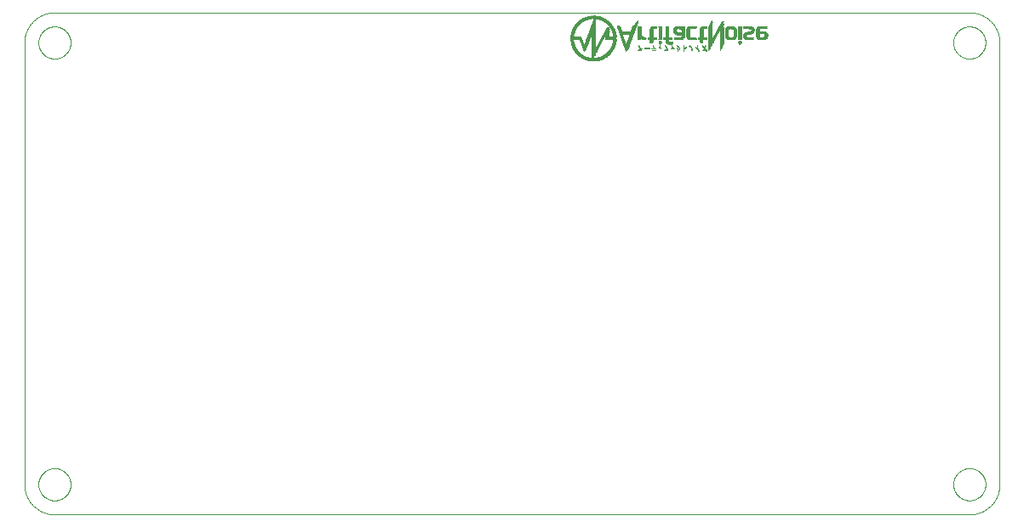
<source format=gbo>
G75*
%MOIN*%
%OFA0B0*%
%FSLAX25Y25*%
%IPPOS*%
%LPD*%
%AMOC8*
5,1,8,0,0,1.08239X$1,22.5*
%
%ADD10C,0.00000*%
%ADD11R,0.00039X0.00039*%
%ADD12R,0.00827X0.00039*%
%ADD13R,0.02008X0.00039*%
%ADD14R,0.00118X0.00039*%
%ADD15R,0.03110X0.00039*%
%ADD16R,0.03898X0.00039*%
%ADD17R,0.04528X0.00039*%
%ADD18R,0.04843X0.00039*%
%ADD19R,0.05079X0.00039*%
%ADD20R,0.05630X0.00039*%
%ADD21R,0.06102X0.00039*%
%ADD22R,0.06496X0.00039*%
%ADD23R,0.06654X0.00039*%
%ADD24R,0.06890X0.00039*%
%ADD25R,0.07283X0.00039*%
%ADD26R,0.07598X0.00039*%
%ADD27R,0.07913X0.00039*%
%ADD28R,0.07992X0.00039*%
%ADD29R,0.08228X0.00039*%
%ADD30R,0.03346X0.00039*%
%ADD31R,0.00276X0.00039*%
%ADD32R,0.02874X0.00039*%
%ADD33R,0.00354X0.00039*%
%ADD34R,0.02953X0.00039*%
%ADD35R,0.02717X0.00039*%
%ADD36R,0.00433X0.00039*%
%ADD37R,0.02559X0.00039*%
%ADD38R,0.00472X0.00039*%
%ADD39R,0.02638X0.00039*%
%ADD40R,0.02480X0.00039*%
%ADD41R,0.02323X0.00039*%
%ADD42R,0.00512X0.00039*%
%ADD43R,0.02402X0.00039*%
%ADD44R,0.02244X0.00039*%
%ADD45R,0.00591X0.00039*%
%ADD46R,0.02165X0.00039*%
%ADD47R,0.00669X0.00039*%
%ADD48R,0.02126X0.00039*%
%ADD49R,0.00748X0.00039*%
%ADD50R,0.02087X0.00039*%
%ADD51R,0.01969X0.00039*%
%ADD52R,0.01929X0.00039*%
%ADD53R,0.00079X0.00039*%
%ADD54R,0.01850X0.00039*%
%ADD55R,0.01772X0.00039*%
%ADD56R,0.01811X0.00039*%
%ADD57R,0.01693X0.00039*%
%ADD58R,0.00157X0.00039*%
%ADD59R,0.01732X0.00039*%
%ADD60R,0.00197X0.00039*%
%ADD61R,0.01654X0.00039*%
%ADD62R,0.00551X0.00039*%
%ADD63R,0.01614X0.00039*%
%ADD64R,0.00866X0.00039*%
%ADD65R,0.00236X0.00039*%
%ADD66R,0.00906X0.00039*%
%ADD67R,0.01535X0.00039*%
%ADD68R,0.00630X0.00039*%
%ADD69R,0.00984X0.00039*%
%ADD70R,0.00945X0.00039*%
%ADD71R,0.01575X0.00039*%
%ADD72R,0.00709X0.00039*%
%ADD73R,0.01496X0.00039*%
%ADD74R,0.01457X0.00039*%
%ADD75R,0.00787X0.00039*%
%ADD76R,0.01063X0.00039*%
%ADD77R,0.01378X0.00039*%
%ADD78R,0.01417X0.00039*%
%ADD79R,0.01102X0.00039*%
%ADD80R,0.01142X0.00039*%
%ADD81R,0.01024X0.00039*%
%ADD82R,0.01299X0.00039*%
%ADD83R,0.01220X0.00039*%
%ADD84R,0.01339X0.00039*%
%ADD85R,0.01181X0.00039*%
%ADD86R,0.01260X0.00039*%
%ADD87R,0.02362X0.00039*%
%ADD88R,0.02677X0.00039*%
%ADD89R,0.03031X0.00039*%
%ADD90R,0.02913X0.00039*%
%ADD91R,0.03189X0.00039*%
%ADD92R,0.03268X0.00039*%
%ADD93R,0.03071X0.00039*%
%ADD94R,0.02795X0.00039*%
%ADD95R,0.03425X0.00039*%
%ADD96R,0.02047X0.00039*%
%ADD97R,0.03386X0.00039*%
%ADD98R,0.03504X0.00039*%
%ADD99R,0.02205X0.00039*%
%ADD100R,0.03819X0.00039*%
%ADD101R,0.03307X0.00039*%
%ADD102R,0.03583X0.00039*%
%ADD103R,0.02283X0.00039*%
%ADD104R,0.03465X0.00039*%
%ADD105R,0.03661X0.00039*%
%ADD106R,0.03976X0.00039*%
%ADD107R,0.03740X0.00039*%
%ADD108R,0.04055X0.00039*%
%ADD109R,0.03780X0.00039*%
%ADD110R,0.02441X0.00039*%
%ADD111R,0.03543X0.00039*%
%ADD112R,0.03858X0.00039*%
%ADD113R,0.04134X0.00039*%
%ADD114R,0.04016X0.00039*%
%ADD115R,0.01890X0.00039*%
%ADD116R,0.04488X0.00039*%
%ADD117R,0.04449X0.00039*%
%ADD118R,0.04409X0.00039*%
%ADD119R,0.04370X0.00039*%
%ADD120R,0.02992X0.00039*%
%ADD121R,0.04331X0.00039*%
%ADD122R,0.04094X0.00039*%
%ADD123R,0.04252X0.00039*%
%ADD124R,0.04213X0.00039*%
%ADD125R,0.04173X0.00039*%
%ADD126R,0.03622X0.00039*%
%ADD127R,0.03701X0.00039*%
%ADD128R,0.03937X0.00039*%
%ADD129R,0.04291X0.00039*%
%ADD130R,0.00315X0.00039*%
%ADD131R,0.00394X0.00039*%
%ADD132R,0.08386X0.00039*%
%ADD133R,0.08071X0.00039*%
%ADD134R,0.07835X0.00039*%
%ADD135R,0.07441X0.00039*%
%ADD136R,0.07126X0.00039*%
%ADD137R,0.06811X0.00039*%
%ADD138R,0.06732X0.00039*%
%ADD139R,0.06339X0.00039*%
%ADD140R,0.05866X0.00039*%
%ADD141R,0.05472X0.00039*%
%ADD142R,0.04921X0.00039*%
D10*
X0016354Y0004543D02*
X0374622Y0004543D01*
X0368323Y0016354D02*
X0368325Y0016512D01*
X0368331Y0016670D01*
X0368341Y0016828D01*
X0368355Y0016986D01*
X0368373Y0017143D01*
X0368394Y0017300D01*
X0368420Y0017456D01*
X0368450Y0017612D01*
X0368483Y0017767D01*
X0368521Y0017920D01*
X0368562Y0018073D01*
X0368607Y0018225D01*
X0368656Y0018376D01*
X0368709Y0018525D01*
X0368765Y0018673D01*
X0368825Y0018819D01*
X0368889Y0018964D01*
X0368957Y0019107D01*
X0369028Y0019249D01*
X0369102Y0019389D01*
X0369180Y0019526D01*
X0369262Y0019662D01*
X0369346Y0019796D01*
X0369435Y0019927D01*
X0369526Y0020056D01*
X0369621Y0020183D01*
X0369718Y0020308D01*
X0369819Y0020430D01*
X0369923Y0020549D01*
X0370030Y0020666D01*
X0370140Y0020780D01*
X0370253Y0020891D01*
X0370368Y0021000D01*
X0370486Y0021105D01*
X0370607Y0021207D01*
X0370730Y0021307D01*
X0370856Y0021403D01*
X0370984Y0021496D01*
X0371114Y0021586D01*
X0371247Y0021672D01*
X0371382Y0021756D01*
X0371518Y0021835D01*
X0371657Y0021912D01*
X0371798Y0021984D01*
X0371940Y0022054D01*
X0372084Y0022119D01*
X0372230Y0022181D01*
X0372377Y0022239D01*
X0372526Y0022294D01*
X0372676Y0022345D01*
X0372827Y0022392D01*
X0372979Y0022435D01*
X0373132Y0022474D01*
X0373287Y0022510D01*
X0373442Y0022541D01*
X0373598Y0022569D01*
X0373754Y0022593D01*
X0373911Y0022613D01*
X0374069Y0022629D01*
X0374226Y0022641D01*
X0374385Y0022649D01*
X0374543Y0022653D01*
X0374701Y0022653D01*
X0374859Y0022649D01*
X0375018Y0022641D01*
X0375175Y0022629D01*
X0375333Y0022613D01*
X0375490Y0022593D01*
X0375646Y0022569D01*
X0375802Y0022541D01*
X0375957Y0022510D01*
X0376112Y0022474D01*
X0376265Y0022435D01*
X0376417Y0022392D01*
X0376568Y0022345D01*
X0376718Y0022294D01*
X0376867Y0022239D01*
X0377014Y0022181D01*
X0377160Y0022119D01*
X0377304Y0022054D01*
X0377446Y0021984D01*
X0377587Y0021912D01*
X0377726Y0021835D01*
X0377862Y0021756D01*
X0377997Y0021672D01*
X0378130Y0021586D01*
X0378260Y0021496D01*
X0378388Y0021403D01*
X0378514Y0021307D01*
X0378637Y0021207D01*
X0378758Y0021105D01*
X0378876Y0021000D01*
X0378991Y0020891D01*
X0379104Y0020780D01*
X0379214Y0020666D01*
X0379321Y0020549D01*
X0379425Y0020430D01*
X0379526Y0020308D01*
X0379623Y0020183D01*
X0379718Y0020056D01*
X0379809Y0019927D01*
X0379898Y0019796D01*
X0379982Y0019662D01*
X0380064Y0019526D01*
X0380142Y0019389D01*
X0380216Y0019249D01*
X0380287Y0019107D01*
X0380355Y0018964D01*
X0380419Y0018819D01*
X0380479Y0018673D01*
X0380535Y0018525D01*
X0380588Y0018376D01*
X0380637Y0018225D01*
X0380682Y0018073D01*
X0380723Y0017920D01*
X0380761Y0017767D01*
X0380794Y0017612D01*
X0380824Y0017456D01*
X0380850Y0017300D01*
X0380871Y0017143D01*
X0380889Y0016986D01*
X0380903Y0016828D01*
X0380913Y0016670D01*
X0380919Y0016512D01*
X0380921Y0016354D01*
X0380919Y0016196D01*
X0380913Y0016038D01*
X0380903Y0015880D01*
X0380889Y0015722D01*
X0380871Y0015565D01*
X0380850Y0015408D01*
X0380824Y0015252D01*
X0380794Y0015096D01*
X0380761Y0014941D01*
X0380723Y0014788D01*
X0380682Y0014635D01*
X0380637Y0014483D01*
X0380588Y0014332D01*
X0380535Y0014183D01*
X0380479Y0014035D01*
X0380419Y0013889D01*
X0380355Y0013744D01*
X0380287Y0013601D01*
X0380216Y0013459D01*
X0380142Y0013319D01*
X0380064Y0013182D01*
X0379982Y0013046D01*
X0379898Y0012912D01*
X0379809Y0012781D01*
X0379718Y0012652D01*
X0379623Y0012525D01*
X0379526Y0012400D01*
X0379425Y0012278D01*
X0379321Y0012159D01*
X0379214Y0012042D01*
X0379104Y0011928D01*
X0378991Y0011817D01*
X0378876Y0011708D01*
X0378758Y0011603D01*
X0378637Y0011501D01*
X0378514Y0011401D01*
X0378388Y0011305D01*
X0378260Y0011212D01*
X0378130Y0011122D01*
X0377997Y0011036D01*
X0377862Y0010952D01*
X0377726Y0010873D01*
X0377587Y0010796D01*
X0377446Y0010724D01*
X0377304Y0010654D01*
X0377160Y0010589D01*
X0377014Y0010527D01*
X0376867Y0010469D01*
X0376718Y0010414D01*
X0376568Y0010363D01*
X0376417Y0010316D01*
X0376265Y0010273D01*
X0376112Y0010234D01*
X0375957Y0010198D01*
X0375802Y0010167D01*
X0375646Y0010139D01*
X0375490Y0010115D01*
X0375333Y0010095D01*
X0375175Y0010079D01*
X0375018Y0010067D01*
X0374859Y0010059D01*
X0374701Y0010055D01*
X0374543Y0010055D01*
X0374385Y0010059D01*
X0374226Y0010067D01*
X0374069Y0010079D01*
X0373911Y0010095D01*
X0373754Y0010115D01*
X0373598Y0010139D01*
X0373442Y0010167D01*
X0373287Y0010198D01*
X0373132Y0010234D01*
X0372979Y0010273D01*
X0372827Y0010316D01*
X0372676Y0010363D01*
X0372526Y0010414D01*
X0372377Y0010469D01*
X0372230Y0010527D01*
X0372084Y0010589D01*
X0371940Y0010654D01*
X0371798Y0010724D01*
X0371657Y0010796D01*
X0371518Y0010873D01*
X0371382Y0010952D01*
X0371247Y0011036D01*
X0371114Y0011122D01*
X0370984Y0011212D01*
X0370856Y0011305D01*
X0370730Y0011401D01*
X0370607Y0011501D01*
X0370486Y0011603D01*
X0370368Y0011708D01*
X0370253Y0011817D01*
X0370140Y0011928D01*
X0370030Y0012042D01*
X0369923Y0012159D01*
X0369819Y0012278D01*
X0369718Y0012400D01*
X0369621Y0012525D01*
X0369526Y0012652D01*
X0369435Y0012781D01*
X0369346Y0012912D01*
X0369262Y0013046D01*
X0369180Y0013182D01*
X0369102Y0013319D01*
X0369028Y0013459D01*
X0368957Y0013601D01*
X0368889Y0013744D01*
X0368825Y0013889D01*
X0368765Y0014035D01*
X0368709Y0014183D01*
X0368656Y0014332D01*
X0368607Y0014483D01*
X0368562Y0014635D01*
X0368521Y0014788D01*
X0368483Y0014941D01*
X0368450Y0015096D01*
X0368420Y0015252D01*
X0368394Y0015408D01*
X0368373Y0015565D01*
X0368355Y0015722D01*
X0368341Y0015880D01*
X0368331Y0016038D01*
X0368325Y0016196D01*
X0368323Y0016354D01*
X0374622Y0004543D02*
X0374907Y0004546D01*
X0375193Y0004557D01*
X0375478Y0004574D01*
X0375762Y0004598D01*
X0376046Y0004629D01*
X0376329Y0004667D01*
X0376610Y0004712D01*
X0376891Y0004763D01*
X0377171Y0004821D01*
X0377449Y0004886D01*
X0377725Y0004958D01*
X0377999Y0005036D01*
X0378272Y0005121D01*
X0378542Y0005213D01*
X0378810Y0005311D01*
X0379076Y0005415D01*
X0379339Y0005526D01*
X0379599Y0005643D01*
X0379857Y0005766D01*
X0380111Y0005896D01*
X0380362Y0006032D01*
X0380610Y0006173D01*
X0380854Y0006321D01*
X0381095Y0006474D01*
X0381331Y0006634D01*
X0381564Y0006799D01*
X0381793Y0006969D01*
X0382018Y0007145D01*
X0382238Y0007327D01*
X0382454Y0007513D01*
X0382665Y0007705D01*
X0382872Y0007902D01*
X0383074Y0008104D01*
X0383271Y0008311D01*
X0383463Y0008522D01*
X0383649Y0008738D01*
X0383831Y0008958D01*
X0384007Y0009183D01*
X0384177Y0009412D01*
X0384342Y0009645D01*
X0384502Y0009881D01*
X0384655Y0010122D01*
X0384803Y0010366D01*
X0384944Y0010614D01*
X0385080Y0010865D01*
X0385210Y0011119D01*
X0385333Y0011377D01*
X0385450Y0011637D01*
X0385561Y0011900D01*
X0385665Y0012166D01*
X0385763Y0012434D01*
X0385855Y0012704D01*
X0385940Y0012977D01*
X0386018Y0013251D01*
X0386090Y0013527D01*
X0386155Y0013805D01*
X0386213Y0014085D01*
X0386264Y0014366D01*
X0386309Y0014647D01*
X0386347Y0014930D01*
X0386378Y0015214D01*
X0386402Y0015498D01*
X0386419Y0015783D01*
X0386430Y0016069D01*
X0386433Y0016354D01*
X0386433Y0189583D01*
X0368323Y0189583D02*
X0368325Y0189741D01*
X0368331Y0189899D01*
X0368341Y0190057D01*
X0368355Y0190215D01*
X0368373Y0190372D01*
X0368394Y0190529D01*
X0368420Y0190685D01*
X0368450Y0190841D01*
X0368483Y0190996D01*
X0368521Y0191149D01*
X0368562Y0191302D01*
X0368607Y0191454D01*
X0368656Y0191605D01*
X0368709Y0191754D01*
X0368765Y0191902D01*
X0368825Y0192048D01*
X0368889Y0192193D01*
X0368957Y0192336D01*
X0369028Y0192478D01*
X0369102Y0192618D01*
X0369180Y0192755D01*
X0369262Y0192891D01*
X0369346Y0193025D01*
X0369435Y0193156D01*
X0369526Y0193285D01*
X0369621Y0193412D01*
X0369718Y0193537D01*
X0369819Y0193659D01*
X0369923Y0193778D01*
X0370030Y0193895D01*
X0370140Y0194009D01*
X0370253Y0194120D01*
X0370368Y0194229D01*
X0370486Y0194334D01*
X0370607Y0194436D01*
X0370730Y0194536D01*
X0370856Y0194632D01*
X0370984Y0194725D01*
X0371114Y0194815D01*
X0371247Y0194901D01*
X0371382Y0194985D01*
X0371518Y0195064D01*
X0371657Y0195141D01*
X0371798Y0195213D01*
X0371940Y0195283D01*
X0372084Y0195348D01*
X0372230Y0195410D01*
X0372377Y0195468D01*
X0372526Y0195523D01*
X0372676Y0195574D01*
X0372827Y0195621D01*
X0372979Y0195664D01*
X0373132Y0195703D01*
X0373287Y0195739D01*
X0373442Y0195770D01*
X0373598Y0195798D01*
X0373754Y0195822D01*
X0373911Y0195842D01*
X0374069Y0195858D01*
X0374226Y0195870D01*
X0374385Y0195878D01*
X0374543Y0195882D01*
X0374701Y0195882D01*
X0374859Y0195878D01*
X0375018Y0195870D01*
X0375175Y0195858D01*
X0375333Y0195842D01*
X0375490Y0195822D01*
X0375646Y0195798D01*
X0375802Y0195770D01*
X0375957Y0195739D01*
X0376112Y0195703D01*
X0376265Y0195664D01*
X0376417Y0195621D01*
X0376568Y0195574D01*
X0376718Y0195523D01*
X0376867Y0195468D01*
X0377014Y0195410D01*
X0377160Y0195348D01*
X0377304Y0195283D01*
X0377446Y0195213D01*
X0377587Y0195141D01*
X0377726Y0195064D01*
X0377862Y0194985D01*
X0377997Y0194901D01*
X0378130Y0194815D01*
X0378260Y0194725D01*
X0378388Y0194632D01*
X0378514Y0194536D01*
X0378637Y0194436D01*
X0378758Y0194334D01*
X0378876Y0194229D01*
X0378991Y0194120D01*
X0379104Y0194009D01*
X0379214Y0193895D01*
X0379321Y0193778D01*
X0379425Y0193659D01*
X0379526Y0193537D01*
X0379623Y0193412D01*
X0379718Y0193285D01*
X0379809Y0193156D01*
X0379898Y0193025D01*
X0379982Y0192891D01*
X0380064Y0192755D01*
X0380142Y0192618D01*
X0380216Y0192478D01*
X0380287Y0192336D01*
X0380355Y0192193D01*
X0380419Y0192048D01*
X0380479Y0191902D01*
X0380535Y0191754D01*
X0380588Y0191605D01*
X0380637Y0191454D01*
X0380682Y0191302D01*
X0380723Y0191149D01*
X0380761Y0190996D01*
X0380794Y0190841D01*
X0380824Y0190685D01*
X0380850Y0190529D01*
X0380871Y0190372D01*
X0380889Y0190215D01*
X0380903Y0190057D01*
X0380913Y0189899D01*
X0380919Y0189741D01*
X0380921Y0189583D01*
X0380919Y0189425D01*
X0380913Y0189267D01*
X0380903Y0189109D01*
X0380889Y0188951D01*
X0380871Y0188794D01*
X0380850Y0188637D01*
X0380824Y0188481D01*
X0380794Y0188325D01*
X0380761Y0188170D01*
X0380723Y0188017D01*
X0380682Y0187864D01*
X0380637Y0187712D01*
X0380588Y0187561D01*
X0380535Y0187412D01*
X0380479Y0187264D01*
X0380419Y0187118D01*
X0380355Y0186973D01*
X0380287Y0186830D01*
X0380216Y0186688D01*
X0380142Y0186548D01*
X0380064Y0186411D01*
X0379982Y0186275D01*
X0379898Y0186141D01*
X0379809Y0186010D01*
X0379718Y0185881D01*
X0379623Y0185754D01*
X0379526Y0185629D01*
X0379425Y0185507D01*
X0379321Y0185388D01*
X0379214Y0185271D01*
X0379104Y0185157D01*
X0378991Y0185046D01*
X0378876Y0184937D01*
X0378758Y0184832D01*
X0378637Y0184730D01*
X0378514Y0184630D01*
X0378388Y0184534D01*
X0378260Y0184441D01*
X0378130Y0184351D01*
X0377997Y0184265D01*
X0377862Y0184181D01*
X0377726Y0184102D01*
X0377587Y0184025D01*
X0377446Y0183953D01*
X0377304Y0183883D01*
X0377160Y0183818D01*
X0377014Y0183756D01*
X0376867Y0183698D01*
X0376718Y0183643D01*
X0376568Y0183592D01*
X0376417Y0183545D01*
X0376265Y0183502D01*
X0376112Y0183463D01*
X0375957Y0183427D01*
X0375802Y0183396D01*
X0375646Y0183368D01*
X0375490Y0183344D01*
X0375333Y0183324D01*
X0375175Y0183308D01*
X0375018Y0183296D01*
X0374859Y0183288D01*
X0374701Y0183284D01*
X0374543Y0183284D01*
X0374385Y0183288D01*
X0374226Y0183296D01*
X0374069Y0183308D01*
X0373911Y0183324D01*
X0373754Y0183344D01*
X0373598Y0183368D01*
X0373442Y0183396D01*
X0373287Y0183427D01*
X0373132Y0183463D01*
X0372979Y0183502D01*
X0372827Y0183545D01*
X0372676Y0183592D01*
X0372526Y0183643D01*
X0372377Y0183698D01*
X0372230Y0183756D01*
X0372084Y0183818D01*
X0371940Y0183883D01*
X0371798Y0183953D01*
X0371657Y0184025D01*
X0371518Y0184102D01*
X0371382Y0184181D01*
X0371247Y0184265D01*
X0371114Y0184351D01*
X0370984Y0184441D01*
X0370856Y0184534D01*
X0370730Y0184630D01*
X0370607Y0184730D01*
X0370486Y0184832D01*
X0370368Y0184937D01*
X0370253Y0185046D01*
X0370140Y0185157D01*
X0370030Y0185271D01*
X0369923Y0185388D01*
X0369819Y0185507D01*
X0369718Y0185629D01*
X0369621Y0185754D01*
X0369526Y0185881D01*
X0369435Y0186010D01*
X0369346Y0186141D01*
X0369262Y0186275D01*
X0369180Y0186411D01*
X0369102Y0186548D01*
X0369028Y0186688D01*
X0368957Y0186830D01*
X0368889Y0186973D01*
X0368825Y0187118D01*
X0368765Y0187264D01*
X0368709Y0187412D01*
X0368656Y0187561D01*
X0368607Y0187712D01*
X0368562Y0187864D01*
X0368521Y0188017D01*
X0368483Y0188170D01*
X0368450Y0188325D01*
X0368420Y0188481D01*
X0368394Y0188637D01*
X0368373Y0188794D01*
X0368355Y0188951D01*
X0368341Y0189109D01*
X0368331Y0189267D01*
X0368325Y0189425D01*
X0368323Y0189583D01*
X0374622Y0201394D02*
X0374907Y0201391D01*
X0375193Y0201380D01*
X0375478Y0201363D01*
X0375762Y0201339D01*
X0376046Y0201308D01*
X0376329Y0201270D01*
X0376610Y0201225D01*
X0376891Y0201174D01*
X0377171Y0201116D01*
X0377449Y0201051D01*
X0377725Y0200979D01*
X0377999Y0200901D01*
X0378272Y0200816D01*
X0378542Y0200724D01*
X0378810Y0200626D01*
X0379076Y0200522D01*
X0379339Y0200411D01*
X0379599Y0200294D01*
X0379857Y0200171D01*
X0380111Y0200041D01*
X0380362Y0199905D01*
X0380610Y0199764D01*
X0380854Y0199616D01*
X0381095Y0199463D01*
X0381331Y0199303D01*
X0381564Y0199138D01*
X0381793Y0198968D01*
X0382018Y0198792D01*
X0382238Y0198610D01*
X0382454Y0198424D01*
X0382665Y0198232D01*
X0382872Y0198035D01*
X0383074Y0197833D01*
X0383271Y0197626D01*
X0383463Y0197415D01*
X0383649Y0197199D01*
X0383831Y0196979D01*
X0384007Y0196754D01*
X0384177Y0196525D01*
X0384342Y0196292D01*
X0384502Y0196056D01*
X0384655Y0195815D01*
X0384803Y0195571D01*
X0384944Y0195323D01*
X0385080Y0195072D01*
X0385210Y0194818D01*
X0385333Y0194560D01*
X0385450Y0194300D01*
X0385561Y0194037D01*
X0385665Y0193771D01*
X0385763Y0193503D01*
X0385855Y0193233D01*
X0385940Y0192960D01*
X0386018Y0192686D01*
X0386090Y0192410D01*
X0386155Y0192132D01*
X0386213Y0191852D01*
X0386264Y0191571D01*
X0386309Y0191290D01*
X0386347Y0191007D01*
X0386378Y0190723D01*
X0386402Y0190439D01*
X0386419Y0190154D01*
X0386430Y0189868D01*
X0386433Y0189583D01*
X0374622Y0201394D02*
X0016354Y0201394D01*
X0010055Y0189583D02*
X0010057Y0189741D01*
X0010063Y0189899D01*
X0010073Y0190057D01*
X0010087Y0190215D01*
X0010105Y0190372D01*
X0010126Y0190529D01*
X0010152Y0190685D01*
X0010182Y0190841D01*
X0010215Y0190996D01*
X0010253Y0191149D01*
X0010294Y0191302D01*
X0010339Y0191454D01*
X0010388Y0191605D01*
X0010441Y0191754D01*
X0010497Y0191902D01*
X0010557Y0192048D01*
X0010621Y0192193D01*
X0010689Y0192336D01*
X0010760Y0192478D01*
X0010834Y0192618D01*
X0010912Y0192755D01*
X0010994Y0192891D01*
X0011078Y0193025D01*
X0011167Y0193156D01*
X0011258Y0193285D01*
X0011353Y0193412D01*
X0011450Y0193537D01*
X0011551Y0193659D01*
X0011655Y0193778D01*
X0011762Y0193895D01*
X0011872Y0194009D01*
X0011985Y0194120D01*
X0012100Y0194229D01*
X0012218Y0194334D01*
X0012339Y0194436D01*
X0012462Y0194536D01*
X0012588Y0194632D01*
X0012716Y0194725D01*
X0012846Y0194815D01*
X0012979Y0194901D01*
X0013114Y0194985D01*
X0013250Y0195064D01*
X0013389Y0195141D01*
X0013530Y0195213D01*
X0013672Y0195283D01*
X0013816Y0195348D01*
X0013962Y0195410D01*
X0014109Y0195468D01*
X0014258Y0195523D01*
X0014408Y0195574D01*
X0014559Y0195621D01*
X0014711Y0195664D01*
X0014864Y0195703D01*
X0015019Y0195739D01*
X0015174Y0195770D01*
X0015330Y0195798D01*
X0015486Y0195822D01*
X0015643Y0195842D01*
X0015801Y0195858D01*
X0015958Y0195870D01*
X0016117Y0195878D01*
X0016275Y0195882D01*
X0016433Y0195882D01*
X0016591Y0195878D01*
X0016750Y0195870D01*
X0016907Y0195858D01*
X0017065Y0195842D01*
X0017222Y0195822D01*
X0017378Y0195798D01*
X0017534Y0195770D01*
X0017689Y0195739D01*
X0017844Y0195703D01*
X0017997Y0195664D01*
X0018149Y0195621D01*
X0018300Y0195574D01*
X0018450Y0195523D01*
X0018599Y0195468D01*
X0018746Y0195410D01*
X0018892Y0195348D01*
X0019036Y0195283D01*
X0019178Y0195213D01*
X0019319Y0195141D01*
X0019458Y0195064D01*
X0019594Y0194985D01*
X0019729Y0194901D01*
X0019862Y0194815D01*
X0019992Y0194725D01*
X0020120Y0194632D01*
X0020246Y0194536D01*
X0020369Y0194436D01*
X0020490Y0194334D01*
X0020608Y0194229D01*
X0020723Y0194120D01*
X0020836Y0194009D01*
X0020946Y0193895D01*
X0021053Y0193778D01*
X0021157Y0193659D01*
X0021258Y0193537D01*
X0021355Y0193412D01*
X0021450Y0193285D01*
X0021541Y0193156D01*
X0021630Y0193025D01*
X0021714Y0192891D01*
X0021796Y0192755D01*
X0021874Y0192618D01*
X0021948Y0192478D01*
X0022019Y0192336D01*
X0022087Y0192193D01*
X0022151Y0192048D01*
X0022211Y0191902D01*
X0022267Y0191754D01*
X0022320Y0191605D01*
X0022369Y0191454D01*
X0022414Y0191302D01*
X0022455Y0191149D01*
X0022493Y0190996D01*
X0022526Y0190841D01*
X0022556Y0190685D01*
X0022582Y0190529D01*
X0022603Y0190372D01*
X0022621Y0190215D01*
X0022635Y0190057D01*
X0022645Y0189899D01*
X0022651Y0189741D01*
X0022653Y0189583D01*
X0022651Y0189425D01*
X0022645Y0189267D01*
X0022635Y0189109D01*
X0022621Y0188951D01*
X0022603Y0188794D01*
X0022582Y0188637D01*
X0022556Y0188481D01*
X0022526Y0188325D01*
X0022493Y0188170D01*
X0022455Y0188017D01*
X0022414Y0187864D01*
X0022369Y0187712D01*
X0022320Y0187561D01*
X0022267Y0187412D01*
X0022211Y0187264D01*
X0022151Y0187118D01*
X0022087Y0186973D01*
X0022019Y0186830D01*
X0021948Y0186688D01*
X0021874Y0186548D01*
X0021796Y0186411D01*
X0021714Y0186275D01*
X0021630Y0186141D01*
X0021541Y0186010D01*
X0021450Y0185881D01*
X0021355Y0185754D01*
X0021258Y0185629D01*
X0021157Y0185507D01*
X0021053Y0185388D01*
X0020946Y0185271D01*
X0020836Y0185157D01*
X0020723Y0185046D01*
X0020608Y0184937D01*
X0020490Y0184832D01*
X0020369Y0184730D01*
X0020246Y0184630D01*
X0020120Y0184534D01*
X0019992Y0184441D01*
X0019862Y0184351D01*
X0019729Y0184265D01*
X0019594Y0184181D01*
X0019458Y0184102D01*
X0019319Y0184025D01*
X0019178Y0183953D01*
X0019036Y0183883D01*
X0018892Y0183818D01*
X0018746Y0183756D01*
X0018599Y0183698D01*
X0018450Y0183643D01*
X0018300Y0183592D01*
X0018149Y0183545D01*
X0017997Y0183502D01*
X0017844Y0183463D01*
X0017689Y0183427D01*
X0017534Y0183396D01*
X0017378Y0183368D01*
X0017222Y0183344D01*
X0017065Y0183324D01*
X0016907Y0183308D01*
X0016750Y0183296D01*
X0016591Y0183288D01*
X0016433Y0183284D01*
X0016275Y0183284D01*
X0016117Y0183288D01*
X0015958Y0183296D01*
X0015801Y0183308D01*
X0015643Y0183324D01*
X0015486Y0183344D01*
X0015330Y0183368D01*
X0015174Y0183396D01*
X0015019Y0183427D01*
X0014864Y0183463D01*
X0014711Y0183502D01*
X0014559Y0183545D01*
X0014408Y0183592D01*
X0014258Y0183643D01*
X0014109Y0183698D01*
X0013962Y0183756D01*
X0013816Y0183818D01*
X0013672Y0183883D01*
X0013530Y0183953D01*
X0013389Y0184025D01*
X0013250Y0184102D01*
X0013114Y0184181D01*
X0012979Y0184265D01*
X0012846Y0184351D01*
X0012716Y0184441D01*
X0012588Y0184534D01*
X0012462Y0184630D01*
X0012339Y0184730D01*
X0012218Y0184832D01*
X0012100Y0184937D01*
X0011985Y0185046D01*
X0011872Y0185157D01*
X0011762Y0185271D01*
X0011655Y0185388D01*
X0011551Y0185507D01*
X0011450Y0185629D01*
X0011353Y0185754D01*
X0011258Y0185881D01*
X0011167Y0186010D01*
X0011078Y0186141D01*
X0010994Y0186275D01*
X0010912Y0186411D01*
X0010834Y0186548D01*
X0010760Y0186688D01*
X0010689Y0186830D01*
X0010621Y0186973D01*
X0010557Y0187118D01*
X0010497Y0187264D01*
X0010441Y0187412D01*
X0010388Y0187561D01*
X0010339Y0187712D01*
X0010294Y0187864D01*
X0010253Y0188017D01*
X0010215Y0188170D01*
X0010182Y0188325D01*
X0010152Y0188481D01*
X0010126Y0188637D01*
X0010105Y0188794D01*
X0010087Y0188951D01*
X0010073Y0189109D01*
X0010063Y0189267D01*
X0010057Y0189425D01*
X0010055Y0189583D01*
X0004543Y0189583D02*
X0004543Y0016354D01*
X0010055Y0016354D02*
X0010057Y0016512D01*
X0010063Y0016670D01*
X0010073Y0016828D01*
X0010087Y0016986D01*
X0010105Y0017143D01*
X0010126Y0017300D01*
X0010152Y0017456D01*
X0010182Y0017612D01*
X0010215Y0017767D01*
X0010253Y0017920D01*
X0010294Y0018073D01*
X0010339Y0018225D01*
X0010388Y0018376D01*
X0010441Y0018525D01*
X0010497Y0018673D01*
X0010557Y0018819D01*
X0010621Y0018964D01*
X0010689Y0019107D01*
X0010760Y0019249D01*
X0010834Y0019389D01*
X0010912Y0019526D01*
X0010994Y0019662D01*
X0011078Y0019796D01*
X0011167Y0019927D01*
X0011258Y0020056D01*
X0011353Y0020183D01*
X0011450Y0020308D01*
X0011551Y0020430D01*
X0011655Y0020549D01*
X0011762Y0020666D01*
X0011872Y0020780D01*
X0011985Y0020891D01*
X0012100Y0021000D01*
X0012218Y0021105D01*
X0012339Y0021207D01*
X0012462Y0021307D01*
X0012588Y0021403D01*
X0012716Y0021496D01*
X0012846Y0021586D01*
X0012979Y0021672D01*
X0013114Y0021756D01*
X0013250Y0021835D01*
X0013389Y0021912D01*
X0013530Y0021984D01*
X0013672Y0022054D01*
X0013816Y0022119D01*
X0013962Y0022181D01*
X0014109Y0022239D01*
X0014258Y0022294D01*
X0014408Y0022345D01*
X0014559Y0022392D01*
X0014711Y0022435D01*
X0014864Y0022474D01*
X0015019Y0022510D01*
X0015174Y0022541D01*
X0015330Y0022569D01*
X0015486Y0022593D01*
X0015643Y0022613D01*
X0015801Y0022629D01*
X0015958Y0022641D01*
X0016117Y0022649D01*
X0016275Y0022653D01*
X0016433Y0022653D01*
X0016591Y0022649D01*
X0016750Y0022641D01*
X0016907Y0022629D01*
X0017065Y0022613D01*
X0017222Y0022593D01*
X0017378Y0022569D01*
X0017534Y0022541D01*
X0017689Y0022510D01*
X0017844Y0022474D01*
X0017997Y0022435D01*
X0018149Y0022392D01*
X0018300Y0022345D01*
X0018450Y0022294D01*
X0018599Y0022239D01*
X0018746Y0022181D01*
X0018892Y0022119D01*
X0019036Y0022054D01*
X0019178Y0021984D01*
X0019319Y0021912D01*
X0019458Y0021835D01*
X0019594Y0021756D01*
X0019729Y0021672D01*
X0019862Y0021586D01*
X0019992Y0021496D01*
X0020120Y0021403D01*
X0020246Y0021307D01*
X0020369Y0021207D01*
X0020490Y0021105D01*
X0020608Y0021000D01*
X0020723Y0020891D01*
X0020836Y0020780D01*
X0020946Y0020666D01*
X0021053Y0020549D01*
X0021157Y0020430D01*
X0021258Y0020308D01*
X0021355Y0020183D01*
X0021450Y0020056D01*
X0021541Y0019927D01*
X0021630Y0019796D01*
X0021714Y0019662D01*
X0021796Y0019526D01*
X0021874Y0019389D01*
X0021948Y0019249D01*
X0022019Y0019107D01*
X0022087Y0018964D01*
X0022151Y0018819D01*
X0022211Y0018673D01*
X0022267Y0018525D01*
X0022320Y0018376D01*
X0022369Y0018225D01*
X0022414Y0018073D01*
X0022455Y0017920D01*
X0022493Y0017767D01*
X0022526Y0017612D01*
X0022556Y0017456D01*
X0022582Y0017300D01*
X0022603Y0017143D01*
X0022621Y0016986D01*
X0022635Y0016828D01*
X0022645Y0016670D01*
X0022651Y0016512D01*
X0022653Y0016354D01*
X0022651Y0016196D01*
X0022645Y0016038D01*
X0022635Y0015880D01*
X0022621Y0015722D01*
X0022603Y0015565D01*
X0022582Y0015408D01*
X0022556Y0015252D01*
X0022526Y0015096D01*
X0022493Y0014941D01*
X0022455Y0014788D01*
X0022414Y0014635D01*
X0022369Y0014483D01*
X0022320Y0014332D01*
X0022267Y0014183D01*
X0022211Y0014035D01*
X0022151Y0013889D01*
X0022087Y0013744D01*
X0022019Y0013601D01*
X0021948Y0013459D01*
X0021874Y0013319D01*
X0021796Y0013182D01*
X0021714Y0013046D01*
X0021630Y0012912D01*
X0021541Y0012781D01*
X0021450Y0012652D01*
X0021355Y0012525D01*
X0021258Y0012400D01*
X0021157Y0012278D01*
X0021053Y0012159D01*
X0020946Y0012042D01*
X0020836Y0011928D01*
X0020723Y0011817D01*
X0020608Y0011708D01*
X0020490Y0011603D01*
X0020369Y0011501D01*
X0020246Y0011401D01*
X0020120Y0011305D01*
X0019992Y0011212D01*
X0019862Y0011122D01*
X0019729Y0011036D01*
X0019594Y0010952D01*
X0019458Y0010873D01*
X0019319Y0010796D01*
X0019178Y0010724D01*
X0019036Y0010654D01*
X0018892Y0010589D01*
X0018746Y0010527D01*
X0018599Y0010469D01*
X0018450Y0010414D01*
X0018300Y0010363D01*
X0018149Y0010316D01*
X0017997Y0010273D01*
X0017844Y0010234D01*
X0017689Y0010198D01*
X0017534Y0010167D01*
X0017378Y0010139D01*
X0017222Y0010115D01*
X0017065Y0010095D01*
X0016907Y0010079D01*
X0016750Y0010067D01*
X0016591Y0010059D01*
X0016433Y0010055D01*
X0016275Y0010055D01*
X0016117Y0010059D01*
X0015958Y0010067D01*
X0015801Y0010079D01*
X0015643Y0010095D01*
X0015486Y0010115D01*
X0015330Y0010139D01*
X0015174Y0010167D01*
X0015019Y0010198D01*
X0014864Y0010234D01*
X0014711Y0010273D01*
X0014559Y0010316D01*
X0014408Y0010363D01*
X0014258Y0010414D01*
X0014109Y0010469D01*
X0013962Y0010527D01*
X0013816Y0010589D01*
X0013672Y0010654D01*
X0013530Y0010724D01*
X0013389Y0010796D01*
X0013250Y0010873D01*
X0013114Y0010952D01*
X0012979Y0011036D01*
X0012846Y0011122D01*
X0012716Y0011212D01*
X0012588Y0011305D01*
X0012462Y0011401D01*
X0012339Y0011501D01*
X0012218Y0011603D01*
X0012100Y0011708D01*
X0011985Y0011817D01*
X0011872Y0011928D01*
X0011762Y0012042D01*
X0011655Y0012159D01*
X0011551Y0012278D01*
X0011450Y0012400D01*
X0011353Y0012525D01*
X0011258Y0012652D01*
X0011167Y0012781D01*
X0011078Y0012912D01*
X0010994Y0013046D01*
X0010912Y0013182D01*
X0010834Y0013319D01*
X0010760Y0013459D01*
X0010689Y0013601D01*
X0010621Y0013744D01*
X0010557Y0013889D01*
X0010497Y0014035D01*
X0010441Y0014183D01*
X0010388Y0014332D01*
X0010339Y0014483D01*
X0010294Y0014635D01*
X0010253Y0014788D01*
X0010215Y0014941D01*
X0010182Y0015096D01*
X0010152Y0015252D01*
X0010126Y0015408D01*
X0010105Y0015565D01*
X0010087Y0015722D01*
X0010073Y0015880D01*
X0010063Y0016038D01*
X0010057Y0016196D01*
X0010055Y0016354D01*
X0004543Y0016354D02*
X0004546Y0016069D01*
X0004557Y0015783D01*
X0004574Y0015498D01*
X0004598Y0015214D01*
X0004629Y0014930D01*
X0004667Y0014647D01*
X0004712Y0014366D01*
X0004763Y0014085D01*
X0004821Y0013805D01*
X0004886Y0013527D01*
X0004958Y0013251D01*
X0005036Y0012977D01*
X0005121Y0012704D01*
X0005213Y0012434D01*
X0005311Y0012166D01*
X0005415Y0011900D01*
X0005526Y0011637D01*
X0005643Y0011377D01*
X0005766Y0011119D01*
X0005896Y0010865D01*
X0006032Y0010614D01*
X0006173Y0010366D01*
X0006321Y0010122D01*
X0006474Y0009881D01*
X0006634Y0009645D01*
X0006799Y0009412D01*
X0006969Y0009183D01*
X0007145Y0008958D01*
X0007327Y0008738D01*
X0007513Y0008522D01*
X0007705Y0008311D01*
X0007902Y0008104D01*
X0008104Y0007902D01*
X0008311Y0007705D01*
X0008522Y0007513D01*
X0008738Y0007327D01*
X0008958Y0007145D01*
X0009183Y0006969D01*
X0009412Y0006799D01*
X0009645Y0006634D01*
X0009881Y0006474D01*
X0010122Y0006321D01*
X0010366Y0006173D01*
X0010614Y0006032D01*
X0010865Y0005896D01*
X0011119Y0005766D01*
X0011377Y0005643D01*
X0011637Y0005526D01*
X0011900Y0005415D01*
X0012166Y0005311D01*
X0012434Y0005213D01*
X0012704Y0005121D01*
X0012977Y0005036D01*
X0013251Y0004958D01*
X0013527Y0004886D01*
X0013805Y0004821D01*
X0014085Y0004763D01*
X0014366Y0004712D01*
X0014647Y0004667D01*
X0014930Y0004629D01*
X0015214Y0004598D01*
X0015498Y0004574D01*
X0015783Y0004557D01*
X0016069Y0004546D01*
X0016354Y0004543D01*
X0004543Y0189583D02*
X0004546Y0189868D01*
X0004557Y0190154D01*
X0004574Y0190439D01*
X0004598Y0190723D01*
X0004629Y0191007D01*
X0004667Y0191290D01*
X0004712Y0191571D01*
X0004763Y0191852D01*
X0004821Y0192132D01*
X0004886Y0192410D01*
X0004958Y0192686D01*
X0005036Y0192960D01*
X0005121Y0193233D01*
X0005213Y0193503D01*
X0005311Y0193771D01*
X0005415Y0194037D01*
X0005526Y0194300D01*
X0005643Y0194560D01*
X0005766Y0194818D01*
X0005896Y0195072D01*
X0006032Y0195323D01*
X0006173Y0195571D01*
X0006321Y0195815D01*
X0006474Y0196056D01*
X0006634Y0196292D01*
X0006799Y0196525D01*
X0006969Y0196754D01*
X0007145Y0196979D01*
X0007327Y0197199D01*
X0007513Y0197415D01*
X0007705Y0197626D01*
X0007902Y0197833D01*
X0008104Y0198035D01*
X0008311Y0198232D01*
X0008522Y0198424D01*
X0008738Y0198610D01*
X0008958Y0198792D01*
X0009183Y0198968D01*
X0009412Y0199138D01*
X0009645Y0199303D01*
X0009881Y0199463D01*
X0010122Y0199616D01*
X0010366Y0199764D01*
X0010614Y0199905D01*
X0010865Y0200041D01*
X0011119Y0200171D01*
X0011377Y0200294D01*
X0011637Y0200411D01*
X0011900Y0200522D01*
X0012166Y0200626D01*
X0012434Y0200724D01*
X0012704Y0200816D01*
X0012977Y0200901D01*
X0013251Y0200979D01*
X0013527Y0201051D01*
X0013805Y0201116D01*
X0014085Y0201174D01*
X0014366Y0201225D01*
X0014647Y0201270D01*
X0014930Y0201308D01*
X0015214Y0201339D01*
X0015498Y0201363D01*
X0015783Y0201380D01*
X0016069Y0201391D01*
X0016354Y0201394D01*
D11*
X0218756Y0192024D03*
X0218756Y0191709D03*
X0218756Y0191394D03*
X0218756Y0190449D03*
X0218756Y0190134D03*
X0218835Y0189661D03*
X0218835Y0189583D03*
X0218913Y0189189D03*
X0218992Y0188717D03*
X0219071Y0188559D03*
X0219150Y0188323D03*
X0219228Y0187929D03*
X0219307Y0187772D03*
X0219386Y0187614D03*
X0219465Y0187457D03*
X0219465Y0187378D03*
X0219543Y0187299D03*
X0219622Y0187063D03*
X0219780Y0186748D03*
X0219858Y0186669D03*
X0219937Y0186512D03*
X0219937Y0186433D03*
X0220016Y0186354D03*
X0220094Y0186197D03*
X0220409Y0185803D03*
X0220567Y0185567D03*
X0220882Y0185173D03*
X0220961Y0185094D03*
X0221197Y0184858D03*
X0221276Y0184780D03*
X0221512Y0184543D03*
X0221591Y0184465D03*
X0221827Y0184228D03*
X0221906Y0184150D03*
X0222142Y0183992D03*
X0222378Y0183835D03*
X0223008Y0184622D03*
X0223165Y0184543D03*
X0223244Y0184465D03*
X0223480Y0184307D03*
X0223638Y0184228D03*
X0224110Y0183992D03*
X0224268Y0183913D03*
X0224898Y0183677D03*
X0225055Y0183598D03*
X0225134Y0183598D03*
X0225882Y0183402D03*
X0225961Y0183402D03*
X0226000Y0183362D03*
X0226079Y0183362D03*
X0226354Y0183323D03*
X0226433Y0183323D03*
X0226472Y0183283D03*
X0226551Y0183283D03*
X0226630Y0183283D03*
X0227024Y0183283D03*
X0227024Y0183362D03*
X0227024Y0183598D03*
X0227024Y0183677D03*
X0227024Y0183913D03*
X0227024Y0183992D03*
X0227024Y0184228D03*
X0227024Y0184307D03*
X0227024Y0184543D03*
X0227024Y0184622D03*
X0227024Y0184858D03*
X0227024Y0184937D03*
X0227024Y0185173D03*
X0227024Y0185252D03*
X0227024Y0185488D03*
X0227024Y0185567D03*
X0227024Y0185803D03*
X0227024Y0185882D03*
X0227024Y0186118D03*
X0227024Y0186197D03*
X0227024Y0186433D03*
X0227024Y0186512D03*
X0227024Y0186748D03*
X0227024Y0186827D03*
X0227024Y0187063D03*
X0227024Y0187142D03*
X0227024Y0187378D03*
X0227024Y0187457D03*
X0227024Y0187693D03*
X0227024Y0187772D03*
X0227024Y0188008D03*
X0227024Y0188087D03*
X0227024Y0188323D03*
X0227024Y0188402D03*
X0227024Y0188638D03*
X0227024Y0188717D03*
X0227024Y0188953D03*
X0227024Y0189031D03*
X0227024Y0189268D03*
X0227024Y0189346D03*
X0227024Y0189583D03*
X0227024Y0189661D03*
X0227024Y0189898D03*
X0227024Y0189976D03*
X0227024Y0190213D03*
X0227024Y0190291D03*
X0227024Y0190528D03*
X0227024Y0190606D03*
X0227024Y0190843D03*
X0227024Y0190921D03*
X0227024Y0191157D03*
X0227024Y0191236D03*
X0227024Y0191472D03*
X0227024Y0191551D03*
X0227024Y0191787D03*
X0227024Y0191866D03*
X0227024Y0192102D03*
X0227024Y0192181D03*
X0227024Y0192417D03*
X0227024Y0192496D03*
X0227024Y0192732D03*
X0227024Y0192811D03*
X0226866Y0192969D03*
X0226945Y0193126D03*
X0227024Y0193126D03*
X0227024Y0193047D03*
X0226787Y0192811D03*
X0226787Y0192732D03*
X0226551Y0192024D03*
X0226472Y0191866D03*
X0226394Y0191709D03*
X0226315Y0191472D03*
X0226079Y0190764D03*
X0226000Y0190606D03*
X0226000Y0190528D03*
X0225843Y0190213D03*
X0225685Y0189661D03*
X0225606Y0189504D03*
X0225528Y0189268D03*
X0225291Y0188559D03*
X0225213Y0188402D03*
X0225213Y0188323D03*
X0225134Y0188244D03*
X0225055Y0188008D03*
X0224898Y0187457D03*
X0224819Y0187299D03*
X0224740Y0187142D03*
X0224740Y0187063D03*
X0224268Y0186197D03*
X0223874Y0186118D03*
X0223953Y0185882D03*
X0223795Y0186354D03*
X0223717Y0186512D03*
X0223559Y0187063D03*
X0223402Y0187378D03*
X0223402Y0187457D03*
X0223323Y0187614D03*
X0223244Y0187772D03*
X0223087Y0188323D03*
X0223008Y0188559D03*
X0222929Y0188638D03*
X0222929Y0188717D03*
X0222850Y0188874D03*
X0223480Y0189268D03*
X0223480Y0189346D03*
X0223559Y0189189D03*
X0223638Y0188953D03*
X0223402Y0189504D03*
X0223165Y0190213D03*
X0223087Y0190449D03*
X0223008Y0190528D03*
X0223008Y0190606D03*
X0222929Y0190764D03*
X0222299Y0190528D03*
X0222181Y0190567D03*
X0222102Y0190567D03*
X0222024Y0190567D03*
X0221945Y0190567D03*
X0221866Y0190567D03*
X0221787Y0190567D03*
X0221709Y0190567D03*
X0221630Y0190567D03*
X0221551Y0190567D03*
X0221472Y0190567D03*
X0221394Y0190567D03*
X0221315Y0190567D03*
X0221236Y0190567D03*
X0221157Y0190567D03*
X0221079Y0190567D03*
X0221000Y0190567D03*
X0220921Y0190567D03*
X0220843Y0190567D03*
X0220764Y0190567D03*
X0220685Y0190567D03*
X0220606Y0190567D03*
X0220528Y0190567D03*
X0220449Y0190567D03*
X0220370Y0190567D03*
X0220291Y0190567D03*
X0220213Y0190567D03*
X0220134Y0190567D03*
X0220055Y0190567D03*
X0219976Y0190567D03*
X0219898Y0190567D03*
X0219819Y0190567D03*
X0219622Y0190449D03*
X0219701Y0189976D03*
X0219701Y0189898D03*
X0219780Y0189504D03*
X0219858Y0189268D03*
X0219937Y0188874D03*
X0220016Y0188717D03*
X0220016Y0188638D03*
X0220331Y0187772D03*
X0220409Y0187614D03*
X0220488Y0187457D03*
X0220567Y0187299D03*
X0220961Y0186748D03*
X0221118Y0186512D03*
X0221197Y0186354D03*
X0221591Y0185882D03*
X0221906Y0185567D03*
X0222220Y0185252D03*
X0222693Y0184858D03*
X0222772Y0184780D03*
X0223323Y0183205D03*
X0223953Y0182890D03*
X0224110Y0182811D03*
X0224346Y0182732D03*
X0224504Y0182654D03*
X0224740Y0182575D03*
X0224976Y0182496D03*
X0225291Y0182417D03*
X0225331Y0182378D03*
X0225606Y0182339D03*
X0225724Y0182299D03*
X0226000Y0182260D03*
X0226118Y0182220D03*
X0226472Y0182181D03*
X0226748Y0182142D03*
X0226827Y0182142D03*
X0226906Y0182142D03*
X0227457Y0183244D03*
X0227417Y0183283D03*
X0227417Y0183362D03*
X0227496Y0183520D03*
X0227575Y0183598D03*
X0227575Y0183677D03*
X0227732Y0183913D03*
X0227890Y0184228D03*
X0228047Y0184543D03*
X0227929Y0183244D03*
X0227850Y0183244D03*
X0227772Y0183244D03*
X0227614Y0183244D03*
X0228441Y0183283D03*
X0228638Y0183323D03*
X0228913Y0183362D03*
X0229110Y0183402D03*
X0229307Y0183441D03*
X0229425Y0183480D03*
X0229622Y0183520D03*
X0229740Y0183559D03*
X0230173Y0183677D03*
X0230213Y0183717D03*
X0230567Y0183835D03*
X0230606Y0183874D03*
X0230961Y0183992D03*
X0231039Y0184071D03*
X0231197Y0184150D03*
X0231906Y0184543D03*
X0232614Y0185094D03*
X0232693Y0185173D03*
X0233323Y0185803D03*
X0233559Y0186039D03*
X0233638Y0186118D03*
X0233953Y0186512D03*
X0234031Y0186669D03*
X0234110Y0186748D03*
X0234268Y0187063D03*
X0235291Y0186748D03*
X0235134Y0186433D03*
X0234976Y0186197D03*
X0234898Y0186039D03*
X0234504Y0185488D03*
X0234425Y0185409D03*
X0234031Y0184937D03*
X0233717Y0184622D03*
X0233244Y0184228D03*
X0233165Y0184150D03*
X0232457Y0183598D03*
X0231748Y0183205D03*
X0231630Y0183087D03*
X0231512Y0183047D03*
X0231354Y0182969D03*
X0231118Y0182890D03*
X0230567Y0182654D03*
X0230331Y0182575D03*
X0230055Y0182457D03*
X0229858Y0182417D03*
X0229780Y0182417D03*
X0229740Y0182378D03*
X0229543Y0182339D03*
X0229465Y0182339D03*
X0229150Y0182260D03*
X0229071Y0182260D03*
X0229031Y0182220D03*
X0228953Y0182220D03*
X0228677Y0182181D03*
X0228598Y0182181D03*
X0228402Y0182142D03*
X0228323Y0182142D03*
X0228244Y0182142D03*
X0229150Y0186512D03*
X0229228Y0186669D03*
X0229307Y0186827D03*
X0229386Y0186984D03*
X0229465Y0187142D03*
X0229543Y0187299D03*
X0229622Y0187457D03*
X0229701Y0187614D03*
X0229780Y0187693D03*
X0229780Y0187772D03*
X0229858Y0187929D03*
X0229937Y0188008D03*
X0230094Y0188323D03*
X0230252Y0188638D03*
X0230409Y0188953D03*
X0229543Y0188953D03*
X0229386Y0188638D03*
X0229228Y0188323D03*
X0229071Y0188087D03*
X0229071Y0188008D03*
X0228992Y0187929D03*
X0228913Y0187772D03*
X0228913Y0187693D03*
X0228835Y0187614D03*
X0228756Y0187457D03*
X0228677Y0187299D03*
X0228598Y0187142D03*
X0228520Y0186984D03*
X0228441Y0186827D03*
X0228362Y0186669D03*
X0230409Y0190449D03*
X0230488Y0190606D03*
X0230567Y0190764D03*
X0230646Y0190921D03*
X0230724Y0191079D03*
X0230803Y0191236D03*
X0230882Y0191394D03*
X0230961Y0191551D03*
X0231039Y0191709D03*
X0231118Y0191787D03*
X0231118Y0191866D03*
X0231197Y0192024D03*
X0231276Y0192102D03*
X0231276Y0192181D03*
X0231433Y0192417D03*
X0231591Y0192732D03*
X0231748Y0193047D03*
X0232299Y0192417D03*
X0232457Y0192339D03*
X0232457Y0192024D03*
X0232457Y0191709D03*
X0232457Y0191394D03*
X0232457Y0191079D03*
X0232457Y0190764D03*
X0231669Y0191236D03*
X0231591Y0191079D03*
X0231512Y0190921D03*
X0231433Y0190764D03*
X0231748Y0191394D03*
X0231827Y0191551D03*
X0231906Y0191709D03*
X0231984Y0191787D03*
X0231984Y0191866D03*
X0232063Y0192024D03*
X0232142Y0192102D03*
X0233638Y0192024D03*
X0233638Y0192339D03*
X0233638Y0192654D03*
X0233638Y0192969D03*
X0233638Y0193283D03*
X0233638Y0193598D03*
X0233638Y0193913D03*
X0233638Y0194228D03*
X0233638Y0194543D03*
X0233638Y0194858D03*
X0233638Y0195173D03*
X0233638Y0195409D03*
X0233559Y0195409D03*
X0233480Y0195409D03*
X0233402Y0195409D03*
X0233323Y0195409D03*
X0233244Y0195409D03*
X0233165Y0195409D03*
X0233087Y0195409D03*
X0233008Y0195331D03*
X0232929Y0195173D03*
X0232850Y0195016D03*
X0232772Y0194858D03*
X0232693Y0194701D03*
X0233953Y0195567D03*
X0234031Y0195488D03*
X0234110Y0195331D03*
X0234583Y0194622D03*
X0234740Y0194307D03*
X0234976Y0193598D03*
X0235055Y0193441D03*
X0235055Y0193362D03*
X0235213Y0192811D03*
X0235213Y0192732D03*
X0235291Y0192339D03*
X0235370Y0192102D03*
X0235370Y0191866D03*
X0235370Y0191787D03*
X0235370Y0191551D03*
X0235252Y0191512D03*
X0235173Y0191512D03*
X0235094Y0191512D03*
X0235016Y0191512D03*
X0234937Y0191512D03*
X0234858Y0191512D03*
X0234780Y0191512D03*
X0234701Y0191512D03*
X0234622Y0191512D03*
X0234543Y0191512D03*
X0234465Y0191512D03*
X0234386Y0191512D03*
X0234307Y0191512D03*
X0234228Y0191512D03*
X0234150Y0191512D03*
X0234071Y0191512D03*
X0233992Y0191512D03*
X0233913Y0191512D03*
X0233835Y0191512D03*
X0233756Y0191512D03*
X0233638Y0191709D03*
X0235370Y0190528D03*
X0235370Y0190291D03*
X0235370Y0190213D03*
X0235291Y0189819D03*
X0235213Y0189346D03*
X0235213Y0189268D03*
X0235055Y0188717D03*
X0234976Y0188559D03*
X0234898Y0188323D03*
X0235843Y0187929D03*
X0235921Y0188087D03*
X0235764Y0187693D03*
X0235606Y0187378D03*
X0236079Y0188638D03*
X0236079Y0188717D03*
X0236157Y0188874D03*
X0236236Y0189268D03*
X0236236Y0189346D03*
X0236315Y0189819D03*
X0236394Y0190528D03*
X0236394Y0190606D03*
X0236394Y0190843D03*
X0236394Y0190921D03*
X0236394Y0191157D03*
X0236394Y0191236D03*
X0236394Y0191472D03*
X0236394Y0191551D03*
X0236315Y0192024D03*
X0236236Y0192496D03*
X0236236Y0192732D03*
X0236157Y0192969D03*
X0236079Y0193362D03*
X0236000Y0193598D03*
X0235921Y0193756D03*
X0235764Y0194307D03*
X0235606Y0194622D03*
X0235449Y0194937D03*
X0235291Y0195252D03*
X0235134Y0195567D03*
X0234740Y0196118D03*
X0234661Y0196276D03*
X0234268Y0196748D03*
X0234189Y0196827D03*
X0233953Y0197063D03*
X0233874Y0197142D03*
X0233638Y0197378D03*
X0233559Y0197457D03*
X0233323Y0197693D03*
X0233244Y0197772D03*
X0232850Y0196827D03*
X0232929Y0196748D03*
X0233165Y0196512D03*
X0233244Y0196433D03*
X0233480Y0196197D03*
X0233559Y0196118D03*
X0232378Y0197220D03*
X0232142Y0197378D03*
X0232063Y0197457D03*
X0231906Y0197535D03*
X0231669Y0197693D03*
X0231197Y0197929D03*
X0231079Y0197969D03*
X0231039Y0198008D03*
X0230921Y0198047D03*
X0231197Y0199031D03*
X0231276Y0199031D03*
X0231039Y0199110D03*
X0230646Y0199268D03*
X0230488Y0199346D03*
X0230409Y0199346D03*
X0230134Y0199465D03*
X0229898Y0199543D03*
X0229307Y0199661D03*
X0229189Y0199701D03*
X0228913Y0199740D03*
X0228835Y0199740D03*
X0228717Y0199780D03*
X0228638Y0199780D03*
X0228559Y0199780D03*
X0228205Y0199819D03*
X0228126Y0199819D03*
X0228047Y0199819D03*
X0227102Y0199819D03*
X0227024Y0199819D03*
X0226945Y0199819D03*
X0226866Y0199819D03*
X0226433Y0199780D03*
X0226236Y0199740D03*
X0225961Y0199701D03*
X0225764Y0199661D03*
X0225567Y0199622D03*
X0225528Y0199583D03*
X0225449Y0199583D03*
X0225252Y0199543D03*
X0224701Y0199386D03*
X0224661Y0199346D03*
X0224425Y0199268D03*
X0224031Y0199110D03*
X0223874Y0199031D03*
X0223402Y0198795D03*
X0223244Y0198717D03*
X0223165Y0198638D03*
X0222772Y0198402D03*
X0222299Y0198087D03*
X0222220Y0198008D03*
X0221984Y0197850D03*
X0221512Y0197457D03*
X0221433Y0197378D03*
X0221197Y0197142D03*
X0221118Y0197063D03*
X0220724Y0196591D03*
X0220409Y0196197D03*
X0220331Y0196118D03*
X0220252Y0195961D03*
X0220173Y0195803D03*
X0220961Y0195331D03*
X0221039Y0195488D03*
X0221118Y0195567D03*
X0220882Y0195173D03*
X0221433Y0195961D03*
X0221827Y0196433D03*
X0222378Y0196906D03*
X0222929Y0197378D03*
X0223165Y0197535D03*
X0223402Y0197693D03*
X0223480Y0197693D03*
X0224031Y0198008D03*
X0224937Y0198362D03*
X0225173Y0198441D03*
X0225213Y0198480D03*
X0225409Y0198520D03*
X0225764Y0198638D03*
X0225843Y0198638D03*
X0226118Y0198677D03*
X0226315Y0198717D03*
X0226669Y0198756D03*
X0226748Y0198756D03*
X0226945Y0198795D03*
X0227024Y0198795D03*
X0227496Y0198165D03*
X0227496Y0198087D03*
X0227496Y0197850D03*
X0227496Y0197772D03*
X0227339Y0197220D03*
X0227260Y0197063D03*
X0227181Y0196906D03*
X0227181Y0196827D03*
X0226945Y0196118D03*
X0226866Y0195961D03*
X0226787Y0195803D03*
X0226709Y0195567D03*
X0226472Y0194858D03*
X0226394Y0194701D03*
X0226315Y0194543D03*
X0226236Y0194307D03*
X0226000Y0193598D03*
X0225921Y0193441D03*
X0225921Y0193362D03*
X0225843Y0193283D03*
X0225764Y0193047D03*
X0225528Y0192339D03*
X0225449Y0192181D03*
X0225449Y0192102D03*
X0225291Y0191787D03*
X0225134Y0191236D03*
X0225055Y0191079D03*
X0224976Y0190921D03*
X0224976Y0190843D03*
X0224819Y0190528D03*
X0224661Y0189976D03*
X0224583Y0189819D03*
X0224504Y0189661D03*
X0224504Y0189583D03*
X0224268Y0188874D03*
X0224189Y0188717D03*
X0224110Y0188559D03*
X0224031Y0188402D03*
X0224031Y0188323D03*
X0223874Y0188244D03*
X0222614Y0189583D03*
X0222614Y0189661D03*
X0222535Y0189819D03*
X0222457Y0189976D03*
X0222457Y0191472D03*
X0222535Y0191472D03*
X0222614Y0191472D03*
X0222378Y0191472D03*
X0222299Y0191472D03*
X0222220Y0191472D03*
X0222142Y0191472D03*
X0222063Y0191472D03*
X0221984Y0191472D03*
X0221906Y0191472D03*
X0221827Y0191472D03*
X0221748Y0191472D03*
X0221669Y0191472D03*
X0221591Y0191472D03*
X0221512Y0191472D03*
X0221433Y0191472D03*
X0221354Y0191472D03*
X0221276Y0191472D03*
X0221197Y0191472D03*
X0221118Y0191472D03*
X0221039Y0191472D03*
X0220961Y0191472D03*
X0220882Y0191472D03*
X0220803Y0191472D03*
X0220724Y0191472D03*
X0220646Y0191472D03*
X0220567Y0191472D03*
X0220488Y0191472D03*
X0220409Y0191472D03*
X0220331Y0191472D03*
X0220252Y0191472D03*
X0220173Y0191472D03*
X0220094Y0191472D03*
X0220016Y0191472D03*
X0219937Y0191472D03*
X0219858Y0191472D03*
X0219780Y0191472D03*
X0219701Y0191472D03*
X0219701Y0191787D03*
X0219701Y0191866D03*
X0219701Y0192102D03*
X0219780Y0192339D03*
X0219858Y0192732D03*
X0219858Y0192811D03*
X0220016Y0193362D03*
X0220016Y0193441D03*
X0220094Y0193598D03*
X0220173Y0193756D03*
X0219228Y0193913D03*
X0219150Y0193756D03*
X0219150Y0193677D03*
X0218992Y0193126D03*
X0218913Y0192969D03*
X0218835Y0192496D03*
X0218835Y0192417D03*
X0219465Y0194622D03*
X0219622Y0194937D03*
X0227811Y0198480D03*
X0227969Y0198717D03*
X0227969Y0198795D03*
X0228323Y0198756D03*
X0228402Y0198756D03*
X0228756Y0198717D03*
X0228953Y0198677D03*
X0229228Y0198638D03*
X0229307Y0198638D03*
X0229346Y0198598D03*
X0229858Y0198480D03*
X0229898Y0198441D03*
X0231551Y0198913D03*
X0231591Y0198874D03*
X0231669Y0198795D03*
X0231748Y0198795D03*
X0231827Y0198717D03*
X0236866Y0195803D03*
X0236945Y0195803D03*
X0237024Y0195803D03*
X0237102Y0195803D03*
X0237181Y0195803D03*
X0237260Y0195803D03*
X0237339Y0195803D03*
X0237417Y0195803D03*
X0237496Y0195803D03*
X0237575Y0195803D03*
X0237654Y0195803D03*
X0237732Y0195803D03*
X0237811Y0195803D03*
X0237969Y0195331D03*
X0238047Y0195173D03*
X0238126Y0194937D03*
X0238362Y0194228D03*
X0238441Y0194071D03*
X0238441Y0193992D03*
X0238598Y0193677D03*
X0238677Y0193283D03*
X0238756Y0193126D03*
X0238756Y0193047D03*
X0238992Y0193362D03*
X0238992Y0193441D03*
X0238953Y0193480D03*
X0239031Y0193480D03*
X0239110Y0193480D03*
X0239189Y0193480D03*
X0239268Y0193480D03*
X0239346Y0193480D03*
X0239425Y0193480D03*
X0239504Y0193480D03*
X0239583Y0193480D03*
X0239661Y0193480D03*
X0239740Y0193480D03*
X0239819Y0193480D03*
X0239898Y0193480D03*
X0239976Y0193480D03*
X0240055Y0193480D03*
X0240134Y0193480D03*
X0240213Y0193480D03*
X0240291Y0193480D03*
X0240370Y0193480D03*
X0240449Y0193480D03*
X0240528Y0193480D03*
X0240606Y0193480D03*
X0240685Y0193480D03*
X0240764Y0193480D03*
X0240843Y0193480D03*
X0240921Y0193480D03*
X0241000Y0193480D03*
X0241079Y0193480D03*
X0241157Y0193480D03*
X0241236Y0193480D03*
X0241315Y0193480D03*
X0241394Y0193480D03*
X0241472Y0193480D03*
X0241551Y0193480D03*
X0241630Y0193480D03*
X0241709Y0193480D03*
X0241787Y0193480D03*
X0241866Y0193480D03*
X0241945Y0193480D03*
X0242024Y0193480D03*
X0242220Y0193598D03*
X0242299Y0193756D03*
X0242457Y0194307D03*
X0242535Y0194543D03*
X0242614Y0194622D03*
X0242614Y0194701D03*
X0242693Y0194858D03*
X0242929Y0195567D03*
X0243244Y0195961D03*
X0243559Y0196276D03*
X0244031Y0196827D03*
X0244346Y0197142D03*
X0244583Y0197378D03*
X0244661Y0197457D03*
X0244898Y0197693D03*
X0244976Y0197772D03*
X0245055Y0197772D03*
X0245055Y0197850D03*
X0245094Y0197890D03*
X0245134Y0197929D03*
X0244740Y0196906D03*
X0244661Y0196748D03*
X0244583Y0196512D03*
X0244346Y0195803D03*
X0244268Y0195646D03*
X0244268Y0195567D03*
X0244189Y0195488D03*
X0244110Y0195252D03*
X0243874Y0194543D03*
X0243795Y0194386D03*
X0243795Y0194307D03*
X0243638Y0193992D03*
X0243480Y0193441D03*
X0243402Y0193283D03*
X0243323Y0193126D03*
X0243323Y0193047D03*
X0243008Y0192181D03*
X0242929Y0192024D03*
X0242850Y0191787D03*
X0242614Y0191079D03*
X0242535Y0190921D03*
X0242535Y0190843D03*
X0242457Y0190764D03*
X0242378Y0190528D03*
X0242142Y0189819D03*
X0242063Y0189661D03*
X0242063Y0189583D03*
X0241906Y0189268D03*
X0241748Y0188717D03*
X0241669Y0188559D03*
X0241591Y0188402D03*
X0241591Y0188323D03*
X0241276Y0187457D03*
X0241197Y0187299D03*
X0241118Y0187063D03*
X0240094Y0186748D03*
X0240016Y0186984D03*
X0239937Y0187142D03*
X0239780Y0187693D03*
X0239622Y0188008D03*
X0239622Y0188087D03*
X0239543Y0188244D03*
X0239465Y0188402D03*
X0239307Y0188953D03*
X0239228Y0189189D03*
X0239150Y0189346D03*
X0239071Y0189504D03*
X0238835Y0190213D03*
X0238835Y0190291D03*
X0238756Y0190449D03*
X0238677Y0190606D03*
X0238520Y0191157D03*
X0238441Y0191394D03*
X0238362Y0191472D03*
X0238362Y0191551D03*
X0238283Y0191709D03*
X0238047Y0192417D03*
X0238047Y0192496D03*
X0237969Y0192654D03*
X0237890Y0192811D03*
X0237732Y0193362D03*
X0237654Y0193598D03*
X0237575Y0193677D03*
X0237575Y0193756D03*
X0237496Y0193913D03*
X0237260Y0194622D03*
X0237181Y0194858D03*
X0237102Y0195016D03*
X0236945Y0195567D03*
X0239150Y0192811D03*
X0239228Y0192654D03*
X0238913Y0192496D03*
X0238992Y0192339D03*
X0239071Y0192102D03*
X0239228Y0191551D03*
X0239307Y0191394D03*
X0239386Y0191236D03*
X0239386Y0191157D03*
X0239622Y0190449D03*
X0239701Y0190291D03*
X0239701Y0190213D03*
X0239858Y0189898D03*
X0240016Y0189346D03*
X0240094Y0189189D03*
X0240173Y0188953D03*
X0240567Y0188953D03*
X0240646Y0189189D03*
X0240724Y0189268D03*
X0240724Y0189346D03*
X0240803Y0189504D03*
X0241039Y0190213D03*
X0241118Y0190449D03*
X0241197Y0190528D03*
X0241197Y0190606D03*
X0241276Y0190764D03*
X0241512Y0191472D03*
X0241591Y0191709D03*
X0241669Y0191866D03*
X0241748Y0192024D03*
X0241669Y0192496D03*
X0241512Y0192496D03*
X0241354Y0192496D03*
X0241197Y0192496D03*
X0241039Y0192496D03*
X0240882Y0192496D03*
X0240724Y0192496D03*
X0240567Y0192496D03*
X0240409Y0192496D03*
X0240252Y0192496D03*
X0240094Y0192496D03*
X0239937Y0192496D03*
X0239780Y0192496D03*
X0241827Y0192496D03*
X0245094Y0190488D03*
X0245961Y0190488D03*
X0246000Y0190843D03*
X0246000Y0191157D03*
X0246000Y0191236D03*
X0246236Y0191157D03*
X0246315Y0191079D03*
X0246433Y0190882D03*
X0246551Y0190843D03*
X0246669Y0190724D03*
X0246787Y0190685D03*
X0247024Y0190606D03*
X0247063Y0190567D03*
X0247260Y0190528D03*
X0247339Y0190528D03*
X0247457Y0190488D03*
X0248047Y0190528D03*
X0248047Y0190606D03*
X0248047Y0190843D03*
X0248047Y0190921D03*
X0248047Y0191157D03*
X0248047Y0191236D03*
X0247417Y0191394D03*
X0247339Y0191394D03*
X0247181Y0191472D03*
X0247102Y0191472D03*
X0246945Y0191551D03*
X0246709Y0191709D03*
X0246315Y0192181D03*
X0246079Y0192654D03*
X0246079Y0192969D03*
X0246079Y0193283D03*
X0246079Y0193598D03*
X0246079Y0193913D03*
X0246079Y0194228D03*
X0246079Y0194543D03*
X0246079Y0194858D03*
X0246079Y0195173D03*
X0246079Y0195488D03*
X0249858Y0195016D03*
X0249858Y0194937D03*
X0249937Y0195173D03*
X0250016Y0195252D03*
X0250252Y0195488D03*
X0250646Y0195646D03*
X0250764Y0195685D03*
X0250961Y0194780D03*
X0250724Y0194386D03*
X0250724Y0194307D03*
X0250724Y0194071D03*
X0250724Y0193992D03*
X0250724Y0193756D03*
X0250724Y0193677D03*
X0250724Y0193441D03*
X0250724Y0193362D03*
X0250724Y0193126D03*
X0250724Y0193047D03*
X0250724Y0192811D03*
X0250724Y0192732D03*
X0250724Y0192496D03*
X0250724Y0192417D03*
X0250724Y0192181D03*
X0250724Y0192102D03*
X0250724Y0191866D03*
X0250724Y0191787D03*
X0250724Y0191551D03*
X0250724Y0191472D03*
X0250803Y0191315D03*
X0250882Y0191315D03*
X0250961Y0191315D03*
X0251039Y0191315D03*
X0251118Y0191315D03*
X0251197Y0191315D03*
X0251276Y0191315D03*
X0251354Y0191315D03*
X0251433Y0191315D03*
X0251512Y0191315D03*
X0251591Y0191315D03*
X0251669Y0191315D03*
X0251748Y0191315D03*
X0251827Y0191315D03*
X0251906Y0191315D03*
X0251984Y0191315D03*
X0252063Y0191315D03*
X0252142Y0191315D03*
X0252220Y0191315D03*
X0252220Y0191079D03*
X0252220Y0190764D03*
X0252181Y0190488D03*
X0252024Y0190488D03*
X0251866Y0190488D03*
X0251709Y0190488D03*
X0251551Y0190488D03*
X0251394Y0190488D03*
X0251236Y0190488D03*
X0251079Y0190488D03*
X0250921Y0190488D03*
X0250724Y0190291D03*
X0250724Y0190213D03*
X0250724Y0189976D03*
X0250724Y0189898D03*
X0250724Y0189661D03*
X0250724Y0189583D03*
X0250724Y0189346D03*
X0249780Y0189504D03*
X0249780Y0189819D03*
X0249780Y0190134D03*
X0249661Y0190488D03*
X0249504Y0190488D03*
X0249346Y0190488D03*
X0249189Y0190488D03*
X0249031Y0190488D03*
X0248992Y0190764D03*
X0248992Y0191079D03*
X0248992Y0191315D03*
X0249071Y0191315D03*
X0249150Y0191315D03*
X0249228Y0191315D03*
X0249307Y0191315D03*
X0249386Y0191315D03*
X0249465Y0191315D03*
X0249543Y0191315D03*
X0249622Y0191315D03*
X0250921Y0188205D03*
X0250961Y0188165D03*
X0251039Y0188087D03*
X0251118Y0187929D03*
X0251118Y0187693D03*
X0251354Y0187457D03*
X0251354Y0187378D03*
X0251276Y0187142D03*
X0251276Y0187063D03*
X0251197Y0186984D03*
X0251039Y0186984D03*
X0250882Y0186984D03*
X0250724Y0186984D03*
X0250567Y0186984D03*
X0250488Y0186827D03*
X0250724Y0186354D03*
X0250803Y0186197D03*
X0250961Y0186197D03*
X0251118Y0186197D03*
X0251276Y0186197D03*
X0251433Y0186197D03*
X0251591Y0186197D03*
X0251748Y0186197D03*
X0251787Y0186394D03*
X0251827Y0186984D03*
X0251984Y0186984D03*
X0251669Y0186984D03*
X0251512Y0186984D03*
X0251433Y0186984D03*
X0253165Y0187693D03*
X0253165Y0187772D03*
X0253638Y0187772D03*
X0253638Y0187693D03*
X0253638Y0188008D03*
X0253638Y0188087D03*
X0253756Y0188756D03*
X0253953Y0188874D03*
X0254031Y0188953D03*
X0254110Y0189189D03*
X0254110Y0189504D03*
X0253795Y0189976D03*
X0253717Y0189976D03*
X0253480Y0189976D03*
X0253323Y0189898D03*
X0253244Y0189819D03*
X0253165Y0189661D03*
X0253165Y0189583D03*
X0253165Y0189346D03*
X0253165Y0189268D03*
X0253402Y0188795D03*
X0253520Y0188756D03*
X0253480Y0187378D03*
X0253559Y0187299D03*
X0253795Y0187299D03*
X0253795Y0187142D03*
X0253953Y0186827D03*
X0253992Y0186787D03*
X0254071Y0186787D03*
X0255291Y0186354D03*
X0256472Y0186512D03*
X0256630Y0186669D03*
X0256472Y0186748D03*
X0256394Y0186984D03*
X0256551Y0187063D03*
X0256315Y0187142D03*
X0256236Y0187299D03*
X0256157Y0187378D03*
X0256394Y0187378D03*
X0256079Y0187772D03*
X0255843Y0187772D03*
X0255764Y0188087D03*
X0255685Y0188165D03*
X0256315Y0189031D03*
X0256472Y0188953D03*
X0256787Y0188795D03*
X0256984Y0188756D03*
X0256157Y0189268D03*
X0256000Y0189583D03*
X0255921Y0189819D03*
X0255921Y0190134D03*
X0255921Y0190449D03*
X0255803Y0190488D03*
X0255646Y0190488D03*
X0255488Y0190488D03*
X0255331Y0190488D03*
X0255173Y0190488D03*
X0255055Y0190528D03*
X0255016Y0190488D03*
X0255055Y0190606D03*
X0255055Y0190843D03*
X0255055Y0190921D03*
X0255055Y0191157D03*
X0255055Y0191236D03*
X0255921Y0191394D03*
X0255921Y0191709D03*
X0255921Y0192024D03*
X0255921Y0192339D03*
X0255921Y0192654D03*
X0255921Y0192969D03*
X0255921Y0193283D03*
X0255921Y0193598D03*
X0255921Y0193913D03*
X0255921Y0194228D03*
X0255921Y0194543D03*
X0255921Y0194858D03*
X0255921Y0195173D03*
X0255921Y0195488D03*
X0256866Y0195567D03*
X0256866Y0195646D03*
X0256866Y0195331D03*
X0256866Y0195252D03*
X0256866Y0195016D03*
X0256866Y0194937D03*
X0256866Y0194701D03*
X0256866Y0194622D03*
X0256866Y0194386D03*
X0256866Y0194307D03*
X0256866Y0194071D03*
X0256866Y0193992D03*
X0256866Y0193756D03*
X0256866Y0193677D03*
X0256866Y0193441D03*
X0256866Y0193362D03*
X0256866Y0193126D03*
X0256866Y0193047D03*
X0256866Y0192811D03*
X0256866Y0192732D03*
X0256866Y0192496D03*
X0256866Y0192417D03*
X0256866Y0192181D03*
X0256866Y0192102D03*
X0256866Y0191866D03*
X0256866Y0191787D03*
X0256866Y0191551D03*
X0256866Y0191472D03*
X0257063Y0190488D03*
X0257220Y0190488D03*
X0257378Y0190488D03*
X0257535Y0190488D03*
X0257693Y0190488D03*
X0257850Y0190488D03*
X0258008Y0190488D03*
X0258165Y0190488D03*
X0258323Y0190488D03*
X0258362Y0189504D03*
X0258362Y0189189D03*
X0258362Y0188874D03*
X0258205Y0188165D03*
X0258283Y0188087D03*
X0258205Y0188008D03*
X0258283Y0187929D03*
X0258362Y0187929D03*
X0258362Y0187772D03*
X0258441Y0187772D03*
X0258441Y0187693D03*
X0258362Y0187693D03*
X0258362Y0187457D03*
X0258362Y0187378D03*
X0258402Y0187181D03*
X0258480Y0187181D03*
X0258441Y0186906D03*
X0258520Y0186906D03*
X0258598Y0186906D03*
X0258677Y0186906D03*
X0258756Y0186906D03*
X0258835Y0186906D03*
X0258913Y0186906D03*
X0258992Y0186906D03*
X0258992Y0186984D03*
X0258756Y0187299D03*
X0258638Y0187496D03*
X0258362Y0186906D03*
X0258283Y0186906D03*
X0258205Y0186906D03*
X0258126Y0186906D03*
X0258047Y0186906D03*
X0257969Y0186906D03*
X0257969Y0186984D03*
X0256630Y0186354D03*
X0260213Y0187260D03*
X0260252Y0187220D03*
X0260331Y0187142D03*
X0260409Y0186827D03*
X0260646Y0186827D03*
X0260646Y0186748D03*
X0260724Y0186669D03*
X0260803Y0186433D03*
X0260646Y0186354D03*
X0261354Y0186748D03*
X0261276Y0186984D03*
X0261197Y0187142D03*
X0261118Y0187299D03*
X0261039Y0187378D03*
X0261039Y0187614D03*
X0260961Y0187693D03*
X0260803Y0187614D03*
X0260724Y0187693D03*
X0260724Y0187929D03*
X0260488Y0187850D03*
X0260488Y0188087D03*
X0260370Y0188205D03*
X0262890Y0188205D03*
X0262969Y0188205D03*
X0263047Y0188205D03*
X0262929Y0188087D03*
X0262929Y0188008D03*
X0262929Y0187772D03*
X0262929Y0187693D03*
X0262929Y0187457D03*
X0262929Y0187378D03*
X0262929Y0187142D03*
X0262929Y0187063D03*
X0262929Y0186827D03*
X0262929Y0186748D03*
X0262929Y0186512D03*
X0262929Y0186433D03*
X0262929Y0186197D03*
X0262929Y0186118D03*
X0263480Y0187063D03*
X0263520Y0187339D03*
X0263717Y0187457D03*
X0263795Y0187535D03*
X0265134Y0188008D03*
X0265213Y0188165D03*
X0265252Y0188205D03*
X0265449Y0187772D03*
X0265685Y0187772D03*
X0265764Y0187457D03*
X0266000Y0187457D03*
X0266000Y0187378D03*
X0266079Y0187299D03*
X0266157Y0187142D03*
X0266157Y0187063D03*
X0266079Y0186827D03*
X0266079Y0186748D03*
X0266236Y0186669D03*
X0266079Y0186512D03*
X0266079Y0186433D03*
X0266236Y0186354D03*
X0267496Y0187378D03*
X0267575Y0187299D03*
X0267732Y0187378D03*
X0267811Y0187142D03*
X0268047Y0187142D03*
X0268047Y0186984D03*
X0268205Y0187063D03*
X0268283Y0187063D03*
X0268283Y0187142D03*
X0268441Y0187299D03*
X0268283Y0187378D03*
X0268283Y0187457D03*
X0268441Y0187614D03*
X0268283Y0187693D03*
X0268283Y0187772D03*
X0268441Y0187929D03*
X0268283Y0188008D03*
X0268283Y0188087D03*
X0268441Y0186984D03*
X0268520Y0186748D03*
X0268598Y0186669D03*
X0268598Y0186433D03*
X0268677Y0186354D03*
X0268835Y0186197D03*
X0268835Y0186118D03*
X0268283Y0186748D03*
X0270331Y0186433D03*
X0271197Y0186669D03*
X0271354Y0186748D03*
X0271354Y0186512D03*
X0271354Y0186433D03*
X0271512Y0186354D03*
X0271591Y0186354D03*
X0271827Y0186354D03*
X0271906Y0186354D03*
X0271630Y0186079D03*
X0271551Y0186079D03*
X0271276Y0186984D03*
X0271197Y0187063D03*
X0271197Y0187142D03*
X0270961Y0187142D03*
X0270882Y0187299D03*
X0270803Y0187378D03*
X0270567Y0187614D03*
X0270331Y0187772D03*
X0270173Y0188008D03*
X0270252Y0188087D03*
X0270213Y0188126D03*
X0271118Y0187693D03*
X0271276Y0187614D03*
X0271354Y0187693D03*
X0271354Y0187929D03*
X0271433Y0188087D03*
X0271512Y0188087D03*
X0272693Y0188087D03*
X0272693Y0188008D03*
X0272693Y0187772D03*
X0272693Y0187693D03*
X0272693Y0187457D03*
X0272693Y0187378D03*
X0272693Y0187142D03*
X0272693Y0187063D03*
X0272693Y0186827D03*
X0272693Y0186748D03*
X0272850Y0186669D03*
X0272929Y0186827D03*
X0273008Y0186984D03*
X0273087Y0187142D03*
X0273165Y0187299D03*
X0273244Y0187378D03*
X0273244Y0187457D03*
X0273323Y0187614D03*
X0273402Y0187693D03*
X0273559Y0188008D03*
X0273717Y0188323D03*
X0272693Y0188323D03*
X0272693Y0188402D03*
X0272693Y0188638D03*
X0272693Y0188717D03*
X0272693Y0188953D03*
X0272693Y0189031D03*
X0272693Y0189268D03*
X0272693Y0189346D03*
X0272693Y0189583D03*
X0272693Y0189661D03*
X0272693Y0189898D03*
X0272693Y0189976D03*
X0272693Y0190213D03*
X0274110Y0190606D03*
X0274189Y0190764D03*
X0274268Y0190843D03*
X0274268Y0190921D03*
X0274346Y0191079D03*
X0274425Y0191157D03*
X0274425Y0191236D03*
X0274583Y0191472D03*
X0274740Y0191787D03*
X0274898Y0192102D03*
X0275449Y0191472D03*
X0275291Y0191157D03*
X0275134Y0190843D03*
X0275055Y0190764D03*
X0274976Y0190606D03*
X0274976Y0190528D03*
X0274898Y0190449D03*
X0274819Y0190291D03*
X0274740Y0190134D03*
X0274661Y0189976D03*
X0274583Y0189819D03*
X0277260Y0189898D03*
X0277260Y0189976D03*
X0277260Y0190213D03*
X0277260Y0190291D03*
X0277260Y0190528D03*
X0277260Y0190606D03*
X0277260Y0190843D03*
X0277260Y0190921D03*
X0277260Y0191157D03*
X0277260Y0191236D03*
X0277260Y0191472D03*
X0277260Y0191551D03*
X0277260Y0191787D03*
X0277260Y0191866D03*
X0277260Y0192102D03*
X0277260Y0192181D03*
X0277260Y0192417D03*
X0277260Y0192496D03*
X0277260Y0192732D03*
X0277260Y0192811D03*
X0277260Y0193047D03*
X0277260Y0193126D03*
X0277260Y0193362D03*
X0277260Y0193441D03*
X0277260Y0193677D03*
X0277260Y0193756D03*
X0277260Y0193992D03*
X0277260Y0194071D03*
X0277260Y0194307D03*
X0277260Y0194386D03*
X0277260Y0194622D03*
X0277181Y0194622D03*
X0277024Y0194307D03*
X0276866Y0193992D03*
X0276787Y0193913D03*
X0276709Y0193756D03*
X0276709Y0193677D03*
X0276630Y0193598D03*
X0276551Y0193441D03*
X0276472Y0193283D03*
X0276394Y0193126D03*
X0276315Y0192969D03*
X0275685Y0193441D03*
X0275764Y0193598D03*
X0275843Y0193756D03*
X0275921Y0193913D03*
X0276000Y0194071D03*
X0276079Y0194228D03*
X0276157Y0194307D03*
X0276157Y0194386D03*
X0276236Y0194543D03*
X0276315Y0194622D03*
X0276315Y0194701D03*
X0276472Y0194937D03*
X0276630Y0195252D03*
X0276787Y0195567D03*
X0278441Y0195567D03*
X0278441Y0195882D03*
X0278441Y0196197D03*
X0278441Y0196512D03*
X0278441Y0196827D03*
X0278441Y0197142D03*
X0278441Y0197457D03*
X0277890Y0197535D03*
X0277811Y0197378D03*
X0277732Y0197220D03*
X0277654Y0197063D03*
X0278441Y0195252D03*
X0278441Y0194937D03*
X0278441Y0194622D03*
X0278441Y0194307D03*
X0278441Y0193992D03*
X0278441Y0193677D03*
X0278441Y0193362D03*
X0278441Y0193047D03*
X0278441Y0192732D03*
X0278441Y0192417D03*
X0278441Y0192102D03*
X0278441Y0191787D03*
X0278441Y0191472D03*
X0278441Y0191157D03*
X0278441Y0190843D03*
X0278441Y0190528D03*
X0278441Y0190213D03*
X0278441Y0189898D03*
X0278441Y0189583D03*
X0278441Y0189268D03*
X0278441Y0188953D03*
X0278362Y0188559D03*
X0278283Y0188402D03*
X0277260Y0189583D03*
X0277260Y0189661D03*
X0279465Y0191157D03*
X0279465Y0191236D03*
X0279543Y0191079D03*
X0279780Y0190843D03*
X0280016Y0190685D03*
X0280252Y0190606D03*
X0280291Y0190567D03*
X0280567Y0190528D03*
X0280843Y0190488D03*
X0280921Y0190488D03*
X0281000Y0190488D03*
X0281866Y0190488D03*
X0281945Y0190488D03*
X0282063Y0190528D03*
X0282142Y0190528D03*
X0282772Y0190764D03*
X0282850Y0190764D03*
X0283008Y0190921D03*
X0282299Y0191472D03*
X0282102Y0191433D03*
X0282063Y0191394D03*
X0281984Y0191394D03*
X0282535Y0192024D03*
X0282535Y0192339D03*
X0282535Y0192654D03*
X0282535Y0192969D03*
X0282535Y0193283D03*
X0282535Y0193598D03*
X0282535Y0193913D03*
X0282535Y0194228D03*
X0282299Y0194701D03*
X0282102Y0194740D03*
X0281906Y0194780D03*
X0281827Y0194780D03*
X0281748Y0194780D03*
X0280961Y0194780D03*
X0280882Y0194780D03*
X0280685Y0194740D03*
X0280252Y0194228D03*
X0280252Y0193913D03*
X0280252Y0193598D03*
X0280252Y0193283D03*
X0280252Y0192969D03*
X0280252Y0192654D03*
X0280252Y0192339D03*
X0280252Y0192024D03*
X0280252Y0191709D03*
X0280488Y0191472D03*
X0280606Y0191433D03*
X0280724Y0191394D03*
X0280803Y0191394D03*
X0279386Y0191394D03*
X0279307Y0191551D03*
X0279228Y0192024D03*
X0279228Y0192339D03*
X0279228Y0192654D03*
X0279228Y0192969D03*
X0279228Y0193283D03*
X0279228Y0193598D03*
X0279228Y0193913D03*
X0279307Y0194622D03*
X0279386Y0194858D03*
X0279465Y0194937D03*
X0279465Y0195016D03*
X0279780Y0195331D03*
X0280252Y0195567D03*
X0280567Y0195646D03*
X0280646Y0195646D03*
X0280724Y0195646D03*
X0280843Y0195685D03*
X0280921Y0195685D03*
X0281000Y0195685D03*
X0281079Y0195685D03*
X0281157Y0195685D03*
X0281236Y0195685D03*
X0281315Y0195685D03*
X0281394Y0195685D03*
X0281472Y0195685D03*
X0281551Y0195685D03*
X0281630Y0195685D03*
X0281709Y0195685D03*
X0281787Y0195685D03*
X0281866Y0195685D03*
X0282063Y0195646D03*
X0282142Y0195646D03*
X0282614Y0195488D03*
X0282693Y0195488D03*
X0283087Y0195173D03*
X0283323Y0194937D03*
X0283480Y0194386D03*
X0283480Y0194307D03*
X0283480Y0194071D03*
X0283480Y0193992D03*
X0283480Y0193756D03*
X0283480Y0193677D03*
X0283480Y0193441D03*
X0283480Y0193362D03*
X0283480Y0193126D03*
X0283480Y0193047D03*
X0283480Y0192811D03*
X0283480Y0192732D03*
X0283480Y0192496D03*
X0283480Y0192417D03*
X0283480Y0192181D03*
X0283480Y0192102D03*
X0283480Y0191866D03*
X0283480Y0191787D03*
X0284425Y0191709D03*
X0284425Y0192024D03*
X0284425Y0192339D03*
X0284425Y0192654D03*
X0284425Y0192969D03*
X0284425Y0193283D03*
X0284425Y0193598D03*
X0284425Y0193913D03*
X0284425Y0194228D03*
X0284425Y0194543D03*
X0284425Y0194858D03*
X0284425Y0195173D03*
X0284425Y0195488D03*
X0284386Y0195685D03*
X0284465Y0195685D03*
X0284543Y0195685D03*
X0284622Y0195685D03*
X0284701Y0195685D03*
X0284780Y0195685D03*
X0284858Y0195685D03*
X0284937Y0195685D03*
X0285016Y0195685D03*
X0285094Y0195685D03*
X0285173Y0195685D03*
X0285252Y0195685D03*
X0285331Y0195685D03*
X0285370Y0195646D03*
X0285370Y0195567D03*
X0285370Y0195331D03*
X0285370Y0195252D03*
X0285370Y0195016D03*
X0285370Y0194937D03*
X0285370Y0194701D03*
X0285370Y0194622D03*
X0285370Y0194386D03*
X0285370Y0194307D03*
X0285370Y0194071D03*
X0285370Y0193992D03*
X0285370Y0193756D03*
X0285370Y0193677D03*
X0285370Y0193441D03*
X0285370Y0193362D03*
X0285370Y0193126D03*
X0285370Y0193047D03*
X0285370Y0192811D03*
X0285370Y0192732D03*
X0285370Y0192496D03*
X0285370Y0192417D03*
X0285370Y0192181D03*
X0285370Y0192102D03*
X0285370Y0191866D03*
X0285370Y0191787D03*
X0285370Y0191551D03*
X0285370Y0191472D03*
X0285370Y0191236D03*
X0285370Y0191157D03*
X0285370Y0190921D03*
X0285370Y0190843D03*
X0285370Y0190606D03*
X0285370Y0190528D03*
X0285252Y0190488D03*
X0285094Y0190488D03*
X0284937Y0190488D03*
X0284780Y0190488D03*
X0284622Y0190488D03*
X0284465Y0190488D03*
X0284425Y0190764D03*
X0284425Y0191079D03*
X0284425Y0191394D03*
X0284819Y0189976D03*
X0284661Y0189898D03*
X0284583Y0189819D03*
X0284425Y0189504D03*
X0284425Y0189189D03*
X0284504Y0189031D03*
X0284504Y0188953D03*
X0284583Y0188874D03*
X0284780Y0188756D03*
X0284858Y0188756D03*
X0284937Y0188756D03*
X0285016Y0188756D03*
X0285370Y0189268D03*
X0285370Y0189346D03*
X0285370Y0189583D03*
X0285370Y0189661D03*
X0285291Y0189819D03*
X0285213Y0189898D03*
X0285055Y0189976D03*
X0286709Y0190921D03*
X0286945Y0190764D03*
X0287378Y0190567D03*
X0287575Y0190528D03*
X0287654Y0190528D03*
X0287772Y0190488D03*
X0287929Y0190488D03*
X0288008Y0190488D03*
X0288087Y0190488D03*
X0287890Y0191394D03*
X0287811Y0191394D03*
X0287693Y0191433D03*
X0287535Y0191512D03*
X0287417Y0191551D03*
X0287339Y0191709D03*
X0287496Y0192339D03*
X0288205Y0192575D03*
X0288480Y0192614D03*
X0288598Y0192654D03*
X0288795Y0192693D03*
X0288874Y0192693D03*
X0288992Y0192732D03*
X0289189Y0192772D03*
X0289307Y0192811D03*
X0289543Y0192890D03*
X0289701Y0192969D03*
X0289937Y0193126D03*
X0290252Y0193441D03*
X0290331Y0193598D03*
X0290409Y0193756D03*
X0290409Y0193992D03*
X0290409Y0194386D03*
X0290409Y0194622D03*
X0290331Y0194858D03*
X0290252Y0194937D03*
X0290252Y0195016D03*
X0289937Y0195331D03*
X0289346Y0195606D03*
X0289071Y0195646D03*
X0288992Y0195646D03*
X0288795Y0195685D03*
X0288717Y0195685D03*
X0288638Y0195685D03*
X0288559Y0195685D03*
X0288480Y0195685D03*
X0288402Y0195685D03*
X0288323Y0195685D03*
X0288244Y0195685D03*
X0288165Y0195685D03*
X0288087Y0195685D03*
X0288008Y0195685D03*
X0287929Y0195685D03*
X0287850Y0195685D03*
X0287772Y0195685D03*
X0287693Y0195685D03*
X0287614Y0195685D03*
X0287535Y0195685D03*
X0287457Y0195685D03*
X0287378Y0195685D03*
X0287299Y0195685D03*
X0287220Y0195685D03*
X0287142Y0195685D03*
X0287063Y0195685D03*
X0286984Y0195685D03*
X0286906Y0195685D03*
X0286827Y0195685D03*
X0286748Y0195685D03*
X0286669Y0195685D03*
X0286591Y0195685D03*
X0286512Y0195685D03*
X0286433Y0195685D03*
X0288520Y0194780D03*
X0288598Y0194780D03*
X0288677Y0194780D03*
X0288874Y0194740D03*
X0289071Y0194701D03*
X0289228Y0193756D03*
X0289110Y0193717D03*
X0289071Y0193677D03*
X0288835Y0193598D03*
X0288559Y0193559D03*
X0288362Y0193520D03*
X0288087Y0193480D03*
X0287969Y0193441D03*
X0287496Y0193362D03*
X0287260Y0193283D03*
X0286551Y0192811D03*
X0286551Y0192732D03*
X0286472Y0192654D03*
X0286394Y0192496D03*
X0286394Y0192417D03*
X0286315Y0192024D03*
X0286315Y0191709D03*
X0286394Y0191472D03*
X0290094Y0191236D03*
X0290094Y0191157D03*
X0290094Y0190921D03*
X0290094Y0190843D03*
X0290094Y0190606D03*
X0290094Y0190528D03*
X0291591Y0191236D03*
X0291669Y0191079D03*
X0291512Y0191394D03*
X0291433Y0191551D03*
X0292378Y0192024D03*
X0292378Y0192339D03*
X0292378Y0192654D03*
X0292496Y0192850D03*
X0292575Y0192850D03*
X0292654Y0192850D03*
X0292732Y0192850D03*
X0292811Y0192850D03*
X0292890Y0192850D03*
X0292969Y0192850D03*
X0293047Y0192850D03*
X0293126Y0192850D03*
X0293205Y0192850D03*
X0293283Y0192850D03*
X0293362Y0192850D03*
X0293441Y0192850D03*
X0293520Y0192850D03*
X0293598Y0192850D03*
X0293677Y0192850D03*
X0293756Y0192850D03*
X0293835Y0192850D03*
X0293913Y0192850D03*
X0293992Y0192850D03*
X0293953Y0193677D03*
X0294031Y0193677D03*
X0294110Y0193677D03*
X0293874Y0193677D03*
X0293795Y0193677D03*
X0293717Y0193677D03*
X0293638Y0193677D03*
X0293559Y0193677D03*
X0293480Y0193677D03*
X0293402Y0193677D03*
X0293323Y0193677D03*
X0293244Y0193677D03*
X0293165Y0193677D03*
X0293087Y0193677D03*
X0293008Y0193677D03*
X0292929Y0193677D03*
X0292850Y0193677D03*
X0292772Y0193677D03*
X0292693Y0193677D03*
X0292614Y0193677D03*
X0292535Y0193677D03*
X0292457Y0193677D03*
X0292378Y0194228D03*
X0293126Y0194819D03*
X0293205Y0194819D03*
X0293283Y0194819D03*
X0293362Y0194819D03*
X0293441Y0194819D03*
X0293520Y0194819D03*
X0293598Y0194819D03*
X0293677Y0194819D03*
X0293756Y0194819D03*
X0293835Y0194819D03*
X0293913Y0194819D03*
X0293992Y0194819D03*
X0294071Y0194819D03*
X0294150Y0194819D03*
X0294228Y0194819D03*
X0294307Y0194819D03*
X0294386Y0194819D03*
X0294465Y0194819D03*
X0294543Y0194819D03*
X0294622Y0194819D03*
X0294701Y0194819D03*
X0294780Y0194819D03*
X0294858Y0194819D03*
X0294937Y0194819D03*
X0295016Y0194819D03*
X0295094Y0194819D03*
X0295173Y0194819D03*
X0295252Y0194819D03*
X0295331Y0194819D03*
X0295291Y0195724D03*
X0295213Y0195724D03*
X0295134Y0195724D03*
X0295055Y0195724D03*
X0294976Y0195724D03*
X0294898Y0195724D03*
X0294819Y0195724D03*
X0294740Y0195724D03*
X0294661Y0195724D03*
X0294583Y0195724D03*
X0294504Y0195724D03*
X0294425Y0195724D03*
X0294346Y0195724D03*
X0294268Y0195724D03*
X0294189Y0195724D03*
X0294110Y0195724D03*
X0294031Y0195724D03*
X0293953Y0195724D03*
X0293874Y0195724D03*
X0293795Y0195724D03*
X0293717Y0195724D03*
X0293638Y0195724D03*
X0293559Y0195724D03*
X0293480Y0195724D03*
X0293402Y0195724D03*
X0293323Y0195724D03*
X0293244Y0195724D03*
X0292575Y0195685D03*
X0292535Y0195646D03*
X0292457Y0195646D03*
X0292260Y0195606D03*
X0292220Y0195567D03*
X0291748Y0195252D03*
X0291669Y0195173D03*
X0291591Y0195016D03*
X0291512Y0194858D03*
X0291433Y0194701D03*
X0291433Y0194622D03*
X0294465Y0193638D03*
X0294583Y0193598D03*
X0295134Y0193362D03*
X0295449Y0193047D03*
X0295528Y0192969D03*
X0295606Y0192811D03*
X0295606Y0192732D03*
X0295685Y0192339D03*
X0295685Y0192024D03*
X0295685Y0191709D03*
X0295606Y0191551D03*
X0295606Y0191472D03*
X0295449Y0191157D03*
X0295370Y0191079D03*
X0295134Y0190843D03*
X0294583Y0190606D03*
X0294504Y0190606D03*
X0294465Y0190567D03*
X0294110Y0190528D03*
X0294031Y0190528D03*
X0293953Y0190528D03*
X0293874Y0190528D03*
X0293795Y0190528D03*
X0293717Y0190528D03*
X0293638Y0190528D03*
X0293559Y0190528D03*
X0293480Y0190528D03*
X0293402Y0190528D03*
X0293323Y0190528D03*
X0293244Y0190528D03*
X0293165Y0190528D03*
X0293087Y0190528D03*
X0293008Y0190528D03*
X0292929Y0190528D03*
X0292575Y0190567D03*
X0292535Y0190606D03*
X0292890Y0191433D03*
X0292969Y0191433D03*
X0294071Y0191433D03*
X0294150Y0191433D03*
X0294228Y0191433D03*
X0294425Y0191472D03*
X0294661Y0191709D03*
X0277339Y0186748D03*
X0277181Y0186669D03*
X0277220Y0186472D03*
X0277181Y0186433D03*
X0277181Y0186984D03*
X0272732Y0186472D03*
X0272693Y0186433D03*
X0272693Y0186512D03*
X0270331Y0189504D03*
X0270331Y0189819D03*
X0270331Y0190134D03*
X0270331Y0190449D03*
X0270331Y0191394D03*
X0270331Y0191709D03*
X0270331Y0192024D03*
X0270331Y0192339D03*
X0270331Y0192654D03*
X0270331Y0192969D03*
X0270331Y0193283D03*
X0270331Y0193598D03*
X0270331Y0193913D03*
X0270331Y0194228D03*
X0270409Y0194622D03*
X0270646Y0194780D03*
X0270685Y0195685D03*
X0270606Y0195685D03*
X0270528Y0195685D03*
X0270331Y0195646D03*
X0269976Y0195528D03*
X0269937Y0195488D03*
X0269701Y0195252D03*
X0269622Y0195173D03*
X0269543Y0195016D03*
X0269465Y0194858D03*
X0269386Y0194386D03*
X0269386Y0194307D03*
X0269386Y0194071D03*
X0269386Y0193992D03*
X0269386Y0193756D03*
X0269386Y0193677D03*
X0269386Y0193441D03*
X0269386Y0193362D03*
X0269386Y0193126D03*
X0269386Y0193047D03*
X0269386Y0192811D03*
X0269386Y0192732D03*
X0269386Y0192496D03*
X0269386Y0192417D03*
X0269386Y0192181D03*
X0269386Y0192102D03*
X0269386Y0191866D03*
X0269386Y0191787D03*
X0269386Y0191551D03*
X0269386Y0191472D03*
X0269386Y0190291D03*
X0269386Y0190213D03*
X0267654Y0190528D03*
X0267575Y0190528D03*
X0267496Y0190528D03*
X0267417Y0190528D03*
X0267339Y0190528D03*
X0267260Y0190528D03*
X0267181Y0190528D03*
X0267102Y0190528D03*
X0267024Y0190528D03*
X0266945Y0190528D03*
X0266866Y0190528D03*
X0266787Y0190528D03*
X0266709Y0190528D03*
X0266630Y0190528D03*
X0266551Y0190528D03*
X0266472Y0190528D03*
X0266394Y0190528D03*
X0266315Y0190528D03*
X0266236Y0190528D03*
X0266157Y0190528D03*
X0266079Y0190528D03*
X0266000Y0190528D03*
X0265921Y0190528D03*
X0265843Y0190528D03*
X0265764Y0190528D03*
X0265685Y0190528D03*
X0265606Y0190528D03*
X0265252Y0190567D03*
X0265134Y0190606D03*
X0264740Y0190764D03*
X0264622Y0190803D03*
X0264504Y0190921D03*
X0264110Y0191709D03*
X0264031Y0191866D03*
X0264031Y0192102D03*
X0264031Y0192181D03*
X0264031Y0192417D03*
X0264031Y0192496D03*
X0264031Y0192732D03*
X0264031Y0192811D03*
X0264031Y0193047D03*
X0264031Y0193126D03*
X0264031Y0193362D03*
X0264031Y0193441D03*
X0264031Y0193677D03*
X0264031Y0193756D03*
X0264031Y0193992D03*
X0264031Y0194071D03*
X0264031Y0194307D03*
X0264031Y0194386D03*
X0264189Y0194937D03*
X0264504Y0195331D03*
X0264583Y0195409D03*
X0264622Y0195449D03*
X0264740Y0195488D03*
X0264780Y0195528D03*
X0264976Y0195567D03*
X0265016Y0195606D03*
X0265213Y0195646D03*
X0265291Y0195646D03*
X0265331Y0195685D03*
X0265921Y0195724D03*
X0266000Y0195724D03*
X0266079Y0195724D03*
X0266157Y0195724D03*
X0266236Y0195724D03*
X0266315Y0195724D03*
X0266394Y0195724D03*
X0266472Y0195724D03*
X0266551Y0195724D03*
X0266630Y0195724D03*
X0266709Y0195724D03*
X0266787Y0195724D03*
X0266866Y0195724D03*
X0266945Y0195724D03*
X0267024Y0195724D03*
X0267102Y0195724D03*
X0267181Y0195724D03*
X0267260Y0195724D03*
X0267339Y0195724D03*
X0267417Y0195724D03*
X0267496Y0195724D03*
X0267575Y0195724D03*
X0267654Y0195724D03*
X0267732Y0195724D03*
X0267732Y0195646D03*
X0267732Y0195567D03*
X0267732Y0195331D03*
X0267732Y0195252D03*
X0267732Y0195016D03*
X0267732Y0194937D03*
X0267693Y0194819D03*
X0267614Y0194819D03*
X0267535Y0194819D03*
X0267457Y0194819D03*
X0267378Y0194819D03*
X0267299Y0194819D03*
X0267220Y0194819D03*
X0267142Y0194819D03*
X0267063Y0194819D03*
X0266984Y0194819D03*
X0266906Y0194819D03*
X0266827Y0194819D03*
X0266748Y0194819D03*
X0266669Y0194819D03*
X0266591Y0194819D03*
X0266512Y0194819D03*
X0266433Y0194819D03*
X0266354Y0194819D03*
X0266276Y0194819D03*
X0266197Y0194819D03*
X0266118Y0194819D03*
X0266039Y0194819D03*
X0265961Y0194819D03*
X0265882Y0194819D03*
X0265803Y0194819D03*
X0265449Y0194780D03*
X0265213Y0194701D03*
X0265055Y0194386D03*
X0265055Y0194307D03*
X0265055Y0194071D03*
X0265055Y0193992D03*
X0265055Y0193756D03*
X0265055Y0193677D03*
X0265055Y0193441D03*
X0265055Y0193362D03*
X0265055Y0193126D03*
X0265055Y0193047D03*
X0265055Y0192811D03*
X0265055Y0192732D03*
X0265055Y0192496D03*
X0265055Y0192417D03*
X0265055Y0192181D03*
X0265055Y0192102D03*
X0265055Y0191866D03*
X0265055Y0191787D03*
X0265213Y0191551D03*
X0265488Y0191433D03*
X0265567Y0191433D03*
X0265764Y0191394D03*
X0265843Y0191394D03*
X0265921Y0191394D03*
X0266000Y0191394D03*
X0266079Y0191394D03*
X0266157Y0191394D03*
X0266236Y0191394D03*
X0266315Y0191394D03*
X0266394Y0191394D03*
X0266472Y0191394D03*
X0266551Y0191394D03*
X0266630Y0191394D03*
X0266709Y0191394D03*
X0266787Y0191394D03*
X0266866Y0191394D03*
X0266945Y0191394D03*
X0267024Y0191394D03*
X0267102Y0191394D03*
X0267181Y0191394D03*
X0267260Y0191394D03*
X0267339Y0191394D03*
X0267417Y0191394D03*
X0267496Y0191394D03*
X0267575Y0191394D03*
X0267654Y0191394D03*
X0267732Y0191394D03*
X0267732Y0191236D03*
X0267732Y0191157D03*
X0267732Y0190921D03*
X0267732Y0190843D03*
X0273953Y0192969D03*
X0273953Y0193283D03*
X0273953Y0193598D03*
X0273953Y0193913D03*
X0273953Y0194228D03*
X0273953Y0194543D03*
X0273953Y0194858D03*
X0273953Y0195173D03*
X0273953Y0195488D03*
X0273953Y0195803D03*
X0273953Y0196118D03*
X0273953Y0196433D03*
X0273953Y0196748D03*
X0273953Y0197063D03*
X0273953Y0197378D03*
X0273795Y0197535D03*
X0273717Y0197378D03*
X0273638Y0197220D03*
X0273559Y0197063D03*
X0273874Y0197693D03*
X0273953Y0197693D03*
X0273953Y0197850D03*
X0271866Y0195685D03*
X0271827Y0195016D03*
X0271827Y0194937D03*
X0263165Y0194937D03*
X0263165Y0194622D03*
X0263165Y0194307D03*
X0263165Y0193992D03*
X0263165Y0193677D03*
X0263165Y0193362D03*
X0263165Y0193047D03*
X0263165Y0192732D03*
X0263165Y0192417D03*
X0263165Y0192102D03*
X0262220Y0192024D03*
X0262220Y0192339D03*
X0262220Y0193283D03*
X0262220Y0193598D03*
X0262220Y0193913D03*
X0262220Y0194228D03*
X0262142Y0194386D03*
X0261906Y0194543D03*
X0261827Y0194622D03*
X0261669Y0194701D03*
X0261433Y0194780D03*
X0261118Y0194858D03*
X0261039Y0194858D03*
X0260961Y0194858D03*
X0260803Y0194858D03*
X0260646Y0194858D03*
X0260567Y0194858D03*
X0260449Y0194819D03*
X0260331Y0194780D03*
X0260016Y0194622D03*
X0259307Y0195252D03*
X0259228Y0195173D03*
X0259150Y0195016D03*
X0259071Y0194858D03*
X0258992Y0194701D03*
X0258913Y0194543D03*
X0258913Y0194228D03*
X0258913Y0193913D03*
X0259071Y0193283D03*
X0259465Y0192811D03*
X0259622Y0192732D03*
X0259976Y0192535D03*
X0260488Y0192417D03*
X0260567Y0192417D03*
X0260685Y0192378D03*
X0260764Y0192378D03*
X0260843Y0192378D03*
X0260882Y0193205D03*
X0260803Y0193205D03*
X0260685Y0193244D03*
X0260606Y0193244D03*
X0260409Y0193283D03*
X0261591Y0191394D03*
X0261591Y0190528D03*
X0261512Y0190528D03*
X0261433Y0190528D03*
X0261945Y0190567D03*
X0262063Y0190606D03*
X0262457Y0190764D03*
X0262693Y0190921D03*
X0256866Y0190291D03*
X0256866Y0190213D03*
X0256866Y0189976D03*
X0254110Y0190764D03*
X0254110Y0191079D03*
X0254110Y0191394D03*
X0254110Y0191709D03*
X0254110Y0192024D03*
X0254110Y0192339D03*
X0254110Y0192654D03*
X0254110Y0192969D03*
X0254110Y0193283D03*
X0254110Y0193598D03*
X0254110Y0193913D03*
X0254110Y0194228D03*
X0254110Y0194543D03*
X0254110Y0194858D03*
X0254110Y0195173D03*
X0254110Y0195488D03*
X0254071Y0195685D03*
X0253992Y0195685D03*
X0253913Y0195685D03*
X0253835Y0195685D03*
X0253756Y0195685D03*
X0253677Y0195685D03*
X0253598Y0195685D03*
X0253520Y0195685D03*
X0253441Y0195685D03*
X0253362Y0195685D03*
X0253283Y0195685D03*
X0253205Y0195685D03*
X0253165Y0195646D03*
X0253126Y0195685D03*
X0253165Y0195567D03*
X0253165Y0195331D03*
X0253165Y0195252D03*
X0253165Y0195016D03*
X0253165Y0194937D03*
X0253165Y0194701D03*
X0253165Y0194622D03*
X0253165Y0194386D03*
X0253165Y0194307D03*
X0253165Y0194071D03*
X0253165Y0193992D03*
X0253165Y0193756D03*
X0253165Y0193677D03*
X0253165Y0193441D03*
X0253165Y0193362D03*
X0253165Y0193126D03*
X0253165Y0193047D03*
X0253165Y0192811D03*
X0253165Y0192732D03*
X0253165Y0192496D03*
X0253165Y0192417D03*
X0253165Y0192181D03*
X0253165Y0192102D03*
X0253165Y0191866D03*
X0253165Y0191787D03*
X0253165Y0191551D03*
X0253165Y0191472D03*
X0253165Y0191236D03*
X0253165Y0191157D03*
X0253165Y0190921D03*
X0253165Y0190843D03*
X0253165Y0190606D03*
X0253165Y0190528D03*
X0253126Y0190488D03*
X0249307Y0187220D03*
X0249228Y0187220D03*
X0249150Y0187220D03*
X0249071Y0187220D03*
X0248992Y0187220D03*
X0248913Y0187220D03*
X0248835Y0187220D03*
X0248756Y0187220D03*
X0248677Y0187220D03*
X0248598Y0187220D03*
X0248520Y0187220D03*
X0248441Y0187220D03*
X0248362Y0187220D03*
X0248283Y0187220D03*
X0248205Y0187220D03*
X0248126Y0187220D03*
X0248047Y0187220D03*
X0247969Y0187220D03*
X0247890Y0187220D03*
X0247811Y0187220D03*
X0247732Y0187220D03*
X0247693Y0187024D03*
X0247772Y0187024D03*
X0247850Y0187024D03*
X0247929Y0187024D03*
X0248008Y0187024D03*
X0248087Y0187024D03*
X0248165Y0187024D03*
X0248244Y0187024D03*
X0248323Y0187024D03*
X0248402Y0187024D03*
X0248480Y0187024D03*
X0248559Y0187024D03*
X0248638Y0187024D03*
X0248717Y0187024D03*
X0248795Y0187024D03*
X0248874Y0187024D03*
X0248953Y0187024D03*
X0249031Y0187024D03*
X0249110Y0187024D03*
X0249189Y0187024D03*
X0249268Y0187024D03*
X0249346Y0187024D03*
X0246472Y0186748D03*
X0246315Y0186669D03*
X0246394Y0186512D03*
X0246236Y0186827D03*
X0246157Y0187063D03*
X0246000Y0186984D03*
X0245921Y0187063D03*
X0245764Y0186984D03*
X0245606Y0187063D03*
X0245606Y0187142D03*
X0245764Y0187299D03*
X0245606Y0187378D03*
X0245606Y0187457D03*
X0245528Y0187614D03*
X0245449Y0187772D03*
X0245291Y0188008D03*
X0245291Y0188087D03*
X0245370Y0188165D03*
X0245606Y0186827D03*
X0245606Y0186748D03*
X0245646Y0186630D03*
X0245724Y0186630D03*
X0245764Y0186669D03*
X0245803Y0186630D03*
X0240488Y0186197D03*
X0240331Y0186039D03*
X0249780Y0194543D03*
X0252220Y0194858D03*
X0252220Y0195173D03*
X0252220Y0195488D03*
X0259780Y0195567D03*
X0259819Y0195606D03*
X0260016Y0195646D03*
X0260094Y0195646D03*
X0260134Y0195685D03*
X0260488Y0195724D03*
X0260567Y0195724D03*
X0260646Y0195724D03*
X0260724Y0195724D03*
X0260803Y0195724D03*
X0260882Y0195724D03*
X0261236Y0195685D03*
X0261827Y0195488D03*
X0262220Y0195488D03*
X0262299Y0195724D03*
X0262378Y0195724D03*
X0262457Y0195724D03*
X0262535Y0195724D03*
X0262614Y0195724D03*
X0262693Y0195724D03*
X0262772Y0195724D03*
X0262850Y0195724D03*
X0262929Y0195724D03*
X0263008Y0195724D03*
X0263087Y0195724D03*
X0263165Y0195567D03*
X0263165Y0195252D03*
D12*
X0273559Y0196354D03*
X0273598Y0196551D03*
X0278008Y0197024D03*
X0277614Y0187969D03*
X0277614Y0187890D03*
X0273126Y0187890D03*
X0273087Y0187850D03*
X0240528Y0186630D03*
X0233244Y0195094D03*
X0233283Y0195134D03*
X0227890Y0197614D03*
X0227850Y0197575D03*
X0227850Y0197654D03*
X0227890Y0197929D03*
X0227575Y0199819D03*
X0222654Y0190567D03*
X0222654Y0190488D03*
X0222732Y0190331D03*
X0222732Y0190252D03*
X0222811Y0190173D03*
X0222811Y0190094D03*
X0222850Y0190016D03*
X0222890Y0189937D03*
X0222890Y0189858D03*
X0222929Y0189780D03*
X0222929Y0189740D03*
X0222969Y0189701D03*
X0222969Y0189622D03*
X0223047Y0189465D03*
X0223087Y0189425D03*
X0223047Y0189386D03*
X0223126Y0189307D03*
X0223126Y0189228D03*
X0223165Y0189110D03*
X0223205Y0189071D03*
X0223205Y0188992D03*
X0223283Y0188835D03*
X0223362Y0188598D03*
X0223402Y0188480D03*
X0223441Y0188441D03*
X0223441Y0188362D03*
X0223520Y0188205D03*
X0224150Y0186472D03*
X0227417Y0184071D03*
X0227417Y0184031D03*
D13*
X0227535Y0182181D03*
X0228008Y0186236D03*
X0228008Y0186276D03*
X0232102Y0184071D03*
X0232142Y0184110D03*
X0232378Y0184268D03*
X0240567Y0188126D03*
X0240567Y0188205D03*
X0247063Y0191315D03*
X0246079Y0191512D03*
X0232693Y0192929D03*
X0232654Y0192890D03*
X0232693Y0193008D03*
X0227299Y0194465D03*
X0227260Y0194425D03*
X0227260Y0194346D03*
X0223323Y0198126D03*
X0227496Y0199780D03*
X0222929Y0184110D03*
X0270882Y0195449D03*
X0273717Y0190094D03*
X0273677Y0190055D03*
X0273717Y0190016D03*
X0277417Y0194898D03*
X0281354Y0195606D03*
X0281354Y0190567D03*
X0287417Y0192614D03*
D14*
X0287378Y0192654D03*
X0287457Y0192732D03*
X0287457Y0192811D03*
X0287614Y0192811D03*
X0287614Y0192732D03*
X0287535Y0192654D03*
X0287693Y0192654D03*
X0287772Y0192732D03*
X0287772Y0192811D03*
X0287929Y0192811D03*
X0287929Y0192732D03*
X0287850Y0192654D03*
X0288008Y0192654D03*
X0288087Y0192732D03*
X0288087Y0192811D03*
X0288244Y0192811D03*
X0288244Y0192732D03*
X0288165Y0192654D03*
X0288323Y0192654D03*
X0288402Y0192732D03*
X0288402Y0192811D03*
X0288559Y0192811D03*
X0288559Y0192732D03*
X0288480Y0192654D03*
X0288717Y0192732D03*
X0288717Y0192811D03*
X0288874Y0192811D03*
X0288874Y0192732D03*
X0289031Y0192811D03*
X0289189Y0192811D03*
X0289268Y0192969D03*
X0289346Y0193047D03*
X0289346Y0193126D03*
X0289189Y0193126D03*
X0289189Y0193047D03*
X0289110Y0192969D03*
X0289031Y0193047D03*
X0289031Y0193126D03*
X0288874Y0193126D03*
X0288874Y0193047D03*
X0288795Y0192969D03*
X0288717Y0193047D03*
X0288717Y0193126D03*
X0288559Y0193126D03*
X0288559Y0193047D03*
X0288480Y0192969D03*
X0288402Y0193047D03*
X0288402Y0193126D03*
X0288244Y0193126D03*
X0288244Y0193047D03*
X0288165Y0192969D03*
X0288087Y0193047D03*
X0288087Y0193126D03*
X0287929Y0193126D03*
X0287929Y0193047D03*
X0287850Y0192969D03*
X0287772Y0193047D03*
X0287772Y0193126D03*
X0287614Y0193126D03*
X0287614Y0193047D03*
X0287535Y0192969D03*
X0287457Y0193047D03*
X0287457Y0193126D03*
X0287299Y0193126D03*
X0287299Y0193047D03*
X0287220Y0192969D03*
X0287142Y0193047D03*
X0287142Y0193126D03*
X0286984Y0193126D03*
X0286984Y0193047D03*
X0286906Y0192969D03*
X0287063Y0192969D03*
X0287142Y0192811D03*
X0287142Y0192732D03*
X0287220Y0192654D03*
X0287299Y0192732D03*
X0287299Y0192811D03*
X0287378Y0192969D03*
X0287378Y0193283D03*
X0287535Y0193283D03*
X0287614Y0193362D03*
X0287693Y0193283D03*
X0287772Y0193362D03*
X0287850Y0193283D03*
X0287929Y0193362D03*
X0288008Y0193283D03*
X0288087Y0193362D03*
X0288087Y0193441D03*
X0288244Y0193441D03*
X0288244Y0193362D03*
X0288165Y0193283D03*
X0288323Y0193283D03*
X0288402Y0193362D03*
X0288402Y0193441D03*
X0288559Y0193441D03*
X0288559Y0193362D03*
X0288480Y0193283D03*
X0288638Y0193283D03*
X0288717Y0193362D03*
X0288717Y0193441D03*
X0288874Y0193441D03*
X0288874Y0193362D03*
X0288795Y0193283D03*
X0288953Y0193283D03*
X0289031Y0193362D03*
X0289031Y0193441D03*
X0289189Y0193441D03*
X0289189Y0193362D03*
X0289268Y0193283D03*
X0289346Y0193362D03*
X0289346Y0193441D03*
X0289504Y0193441D03*
X0289504Y0193362D03*
X0289583Y0193283D03*
X0289661Y0193362D03*
X0289661Y0193441D03*
X0289819Y0193441D03*
X0289819Y0193362D03*
X0289898Y0193283D03*
X0289976Y0193362D03*
X0289976Y0193441D03*
X0290134Y0193441D03*
X0290134Y0193362D03*
X0290055Y0193283D03*
X0289819Y0193126D03*
X0289819Y0193047D03*
X0289661Y0193047D03*
X0289661Y0193126D03*
X0289504Y0193126D03*
X0289504Y0193047D03*
X0289583Y0192969D03*
X0289425Y0192969D03*
X0289425Y0193283D03*
X0289110Y0193283D03*
X0289110Y0193598D03*
X0289189Y0193677D03*
X0289268Y0193598D03*
X0289346Y0193677D03*
X0289346Y0193756D03*
X0289504Y0193756D03*
X0289504Y0193677D03*
X0289583Y0193598D03*
X0289661Y0193677D03*
X0289661Y0193756D03*
X0289819Y0193756D03*
X0289819Y0193677D03*
X0289898Y0193598D03*
X0289976Y0193677D03*
X0289976Y0193756D03*
X0290134Y0193756D03*
X0290134Y0193677D03*
X0290213Y0193598D03*
X0290291Y0193677D03*
X0290291Y0193756D03*
X0290213Y0193913D03*
X0290291Y0193992D03*
X0290291Y0194071D03*
X0290134Y0194071D03*
X0290134Y0193992D03*
X0290055Y0193913D03*
X0289976Y0193992D03*
X0289976Y0194071D03*
X0289819Y0194071D03*
X0289819Y0193992D03*
X0289898Y0193913D03*
X0289740Y0193913D03*
X0289661Y0193992D03*
X0289661Y0194071D03*
X0289504Y0193992D03*
X0289583Y0193913D03*
X0289583Y0194228D03*
X0289661Y0194307D03*
X0289661Y0194386D03*
X0289504Y0194386D03*
X0289583Y0194543D03*
X0289661Y0194622D03*
X0289661Y0194701D03*
X0289504Y0194701D03*
X0289504Y0194622D03*
X0289425Y0194543D03*
X0289346Y0194622D03*
X0289346Y0194701D03*
X0289189Y0194701D03*
X0289268Y0194858D03*
X0289346Y0194937D03*
X0289346Y0195016D03*
X0289189Y0195016D03*
X0289189Y0194937D03*
X0289110Y0194858D03*
X0289031Y0194937D03*
X0289031Y0195016D03*
X0288874Y0195016D03*
X0288874Y0194937D03*
X0288795Y0194858D03*
X0288717Y0194937D03*
X0288717Y0195016D03*
X0288559Y0195016D03*
X0288559Y0194937D03*
X0288480Y0194858D03*
X0288402Y0194937D03*
X0288402Y0195016D03*
X0288244Y0195016D03*
X0288244Y0194937D03*
X0288165Y0194858D03*
X0288087Y0194937D03*
X0288087Y0195016D03*
X0287929Y0195016D03*
X0287929Y0194937D03*
X0287850Y0194858D03*
X0287772Y0194937D03*
X0287772Y0195016D03*
X0287614Y0195016D03*
X0287614Y0194937D03*
X0287535Y0194858D03*
X0287457Y0194937D03*
X0287457Y0195016D03*
X0287299Y0195016D03*
X0287299Y0194937D03*
X0287220Y0194858D03*
X0287142Y0194937D03*
X0287142Y0195016D03*
X0286984Y0195016D03*
X0286984Y0194937D03*
X0286906Y0194858D03*
X0286827Y0194937D03*
X0286827Y0195016D03*
X0286669Y0195016D03*
X0286669Y0194937D03*
X0286591Y0194858D03*
X0286512Y0194937D03*
X0286512Y0195016D03*
X0286591Y0195173D03*
X0286669Y0195252D03*
X0286669Y0195331D03*
X0286512Y0195331D03*
X0286512Y0195252D03*
X0286748Y0195173D03*
X0286827Y0195252D03*
X0286827Y0195331D03*
X0286984Y0195331D03*
X0286984Y0195252D03*
X0286906Y0195173D03*
X0287063Y0195173D03*
X0287142Y0195252D03*
X0287142Y0195331D03*
X0287299Y0195331D03*
X0287299Y0195252D03*
X0287220Y0195173D03*
X0287378Y0195173D03*
X0287457Y0195252D03*
X0287457Y0195331D03*
X0287614Y0195331D03*
X0287614Y0195252D03*
X0287535Y0195173D03*
X0287693Y0195173D03*
X0287772Y0195252D03*
X0287772Y0195331D03*
X0287929Y0195331D03*
X0287929Y0195252D03*
X0287850Y0195173D03*
X0288008Y0195173D03*
X0288087Y0195252D03*
X0288087Y0195331D03*
X0288244Y0195331D03*
X0288244Y0195252D03*
X0288165Y0195173D03*
X0288323Y0195173D03*
X0288402Y0195252D03*
X0288402Y0195331D03*
X0288559Y0195331D03*
X0288559Y0195252D03*
X0288480Y0195173D03*
X0288638Y0195173D03*
X0288717Y0195252D03*
X0288717Y0195331D03*
X0288874Y0195331D03*
X0288874Y0195252D03*
X0288795Y0195173D03*
X0288953Y0195173D03*
X0289031Y0195252D03*
X0289031Y0195331D03*
X0289189Y0195331D03*
X0289189Y0195252D03*
X0289268Y0195173D03*
X0289346Y0195252D03*
X0289346Y0195331D03*
X0289504Y0195331D03*
X0289504Y0195252D03*
X0289583Y0195173D03*
X0289661Y0195252D03*
X0289661Y0195331D03*
X0289819Y0195331D03*
X0289819Y0195252D03*
X0289898Y0195173D03*
X0289976Y0195252D03*
X0290055Y0195173D03*
X0289976Y0195016D03*
X0289976Y0194937D03*
X0289898Y0194858D03*
X0289819Y0194937D03*
X0289819Y0195016D03*
X0289661Y0195016D03*
X0289661Y0194937D03*
X0289583Y0194858D03*
X0289504Y0194937D03*
X0289504Y0195016D03*
X0289425Y0195173D03*
X0289425Y0194858D03*
X0289740Y0194858D03*
X0289819Y0194701D03*
X0289819Y0194622D03*
X0289898Y0194543D03*
X0289976Y0194622D03*
X0289976Y0194701D03*
X0290134Y0194701D03*
X0290134Y0194622D03*
X0290213Y0194543D03*
X0290291Y0194622D03*
X0290291Y0194701D03*
X0290213Y0194858D03*
X0290134Y0194937D03*
X0290134Y0195016D03*
X0290055Y0194858D03*
X0290055Y0194543D03*
X0289976Y0194386D03*
X0289976Y0194307D03*
X0289898Y0194228D03*
X0289819Y0194307D03*
X0289819Y0194386D03*
X0289740Y0194543D03*
X0289740Y0194228D03*
X0290055Y0194228D03*
X0290134Y0194307D03*
X0290134Y0194386D03*
X0290291Y0194386D03*
X0290291Y0194307D03*
X0290213Y0194228D03*
X0290370Y0194228D03*
X0290370Y0193913D03*
X0290055Y0193598D03*
X0289740Y0193598D03*
X0289740Y0193283D03*
X0289425Y0193598D03*
X0288953Y0193598D03*
X0288953Y0192969D03*
X0288638Y0192969D03*
X0288323Y0192969D03*
X0288008Y0192969D03*
X0287693Y0192969D03*
X0287772Y0192496D03*
X0287614Y0192496D03*
X0287614Y0192417D03*
X0287457Y0192417D03*
X0287457Y0192496D03*
X0287299Y0192496D03*
X0287299Y0192417D03*
X0287220Y0192339D03*
X0287142Y0192417D03*
X0287142Y0192496D03*
X0286984Y0192496D03*
X0286984Y0192417D03*
X0286906Y0192339D03*
X0286827Y0192417D03*
X0286827Y0192496D03*
X0286669Y0192496D03*
X0286669Y0192417D03*
X0286591Y0192339D03*
X0286512Y0192417D03*
X0286512Y0192496D03*
X0286591Y0192654D03*
X0286669Y0192732D03*
X0286669Y0192811D03*
X0286827Y0192811D03*
X0286827Y0192732D03*
X0286906Y0192654D03*
X0286984Y0192732D03*
X0286984Y0192811D03*
X0287063Y0192654D03*
X0286748Y0192654D03*
X0286748Y0192969D03*
X0286748Y0192339D03*
X0286669Y0192181D03*
X0286669Y0192102D03*
X0286591Y0192024D03*
X0286512Y0192102D03*
X0286512Y0192181D03*
X0286354Y0192181D03*
X0286354Y0192102D03*
X0286433Y0192024D03*
X0286354Y0191866D03*
X0286354Y0191787D03*
X0286433Y0191709D03*
X0286512Y0191787D03*
X0286512Y0191866D03*
X0286669Y0191866D03*
X0286669Y0191787D03*
X0286591Y0191709D03*
X0286748Y0191709D03*
X0286827Y0191787D03*
X0286827Y0191866D03*
X0286984Y0191866D03*
X0286984Y0191787D03*
X0286906Y0191709D03*
X0287063Y0191709D03*
X0287142Y0191787D03*
X0287142Y0191866D03*
X0287220Y0191709D03*
X0287142Y0191551D03*
X0287142Y0191472D03*
X0287220Y0191394D03*
X0287299Y0191472D03*
X0287299Y0191551D03*
X0287378Y0191394D03*
X0287457Y0191472D03*
X0287535Y0191394D03*
X0287693Y0191394D03*
X0287772Y0191236D03*
X0287772Y0191157D03*
X0287850Y0191079D03*
X0287929Y0191157D03*
X0287929Y0191236D03*
X0288087Y0191236D03*
X0288087Y0191157D03*
X0288165Y0191079D03*
X0288244Y0191157D03*
X0288244Y0191236D03*
X0288402Y0191236D03*
X0288402Y0191157D03*
X0288480Y0191079D03*
X0288559Y0191157D03*
X0288559Y0191236D03*
X0288717Y0191236D03*
X0288717Y0191157D03*
X0288795Y0191079D03*
X0288874Y0191157D03*
X0288874Y0191236D03*
X0289031Y0191236D03*
X0289031Y0191157D03*
X0288953Y0191079D03*
X0289110Y0191079D03*
X0289189Y0191157D03*
X0289189Y0191236D03*
X0289346Y0191236D03*
X0289346Y0191157D03*
X0289268Y0191079D03*
X0289425Y0191079D03*
X0289504Y0191157D03*
X0289504Y0191236D03*
X0289661Y0191236D03*
X0289661Y0191157D03*
X0289583Y0191079D03*
X0289740Y0191079D03*
X0289819Y0191157D03*
X0289819Y0191236D03*
X0289976Y0191236D03*
X0289976Y0191157D03*
X0289898Y0191079D03*
X0290055Y0191079D03*
X0289976Y0190921D03*
X0289976Y0190843D03*
X0289898Y0190764D03*
X0289819Y0190843D03*
X0289819Y0190921D03*
X0289661Y0190921D03*
X0289661Y0190843D03*
X0289583Y0190764D03*
X0289504Y0190843D03*
X0289504Y0190921D03*
X0289346Y0190921D03*
X0289346Y0190843D03*
X0289268Y0190764D03*
X0289189Y0190843D03*
X0289189Y0190921D03*
X0289031Y0190921D03*
X0289031Y0190843D03*
X0288953Y0190764D03*
X0288874Y0190843D03*
X0288874Y0190921D03*
X0288717Y0190921D03*
X0288717Y0190843D03*
X0288795Y0190764D03*
X0288638Y0190764D03*
X0288559Y0190843D03*
X0288559Y0190921D03*
X0288402Y0190921D03*
X0288402Y0190843D03*
X0288480Y0190764D03*
X0288323Y0190764D03*
X0288244Y0190843D03*
X0288244Y0190921D03*
X0288087Y0190921D03*
X0288087Y0190843D03*
X0288165Y0190764D03*
X0288008Y0190764D03*
X0287929Y0190843D03*
X0287929Y0190921D03*
X0287772Y0190921D03*
X0287772Y0190843D03*
X0287850Y0190764D03*
X0287693Y0190764D03*
X0287614Y0190843D03*
X0287614Y0190921D03*
X0287457Y0190921D03*
X0287457Y0190843D03*
X0287535Y0190764D03*
X0287378Y0190764D03*
X0287299Y0190843D03*
X0287299Y0190921D03*
X0287142Y0190921D03*
X0287142Y0190843D03*
X0287220Y0190764D03*
X0287063Y0190764D03*
X0286984Y0190843D03*
X0286984Y0190921D03*
X0286827Y0190921D03*
X0286827Y0190843D03*
X0286906Y0191079D03*
X0286984Y0191157D03*
X0286984Y0191236D03*
X0286827Y0191236D03*
X0286827Y0191157D03*
X0286748Y0191079D03*
X0286669Y0191157D03*
X0286669Y0191236D03*
X0286512Y0191236D03*
X0286591Y0191079D03*
X0286591Y0191394D03*
X0286669Y0191472D03*
X0286669Y0191551D03*
X0286512Y0191551D03*
X0286512Y0191472D03*
X0286433Y0191394D03*
X0286748Y0191394D03*
X0286827Y0191472D03*
X0286827Y0191551D03*
X0286984Y0191551D03*
X0286984Y0191472D03*
X0286906Y0191394D03*
X0287063Y0191394D03*
X0287142Y0191236D03*
X0287142Y0191157D03*
X0287220Y0191079D03*
X0287299Y0191157D03*
X0287299Y0191236D03*
X0287457Y0191236D03*
X0287457Y0191157D03*
X0287535Y0191079D03*
X0287614Y0191157D03*
X0287614Y0191236D03*
X0287693Y0191079D03*
X0288008Y0191079D03*
X0288323Y0191079D03*
X0288638Y0191079D03*
X0288717Y0190606D03*
X0288717Y0190528D03*
X0288677Y0190488D03*
X0288559Y0190528D03*
X0288520Y0190488D03*
X0288559Y0190606D03*
X0288402Y0190606D03*
X0288402Y0190528D03*
X0288362Y0190488D03*
X0288244Y0190528D03*
X0288205Y0190488D03*
X0288244Y0190606D03*
X0288087Y0190606D03*
X0288087Y0190528D03*
X0287929Y0190528D03*
X0287929Y0190606D03*
X0287772Y0190606D03*
X0287772Y0190528D03*
X0287614Y0190606D03*
X0287457Y0190606D03*
X0287299Y0190606D03*
X0287378Y0191079D03*
X0287063Y0191079D03*
X0287063Y0192024D03*
X0287142Y0192102D03*
X0287142Y0192181D03*
X0287299Y0192181D03*
X0287299Y0192102D03*
X0287220Y0192024D03*
X0286984Y0192102D03*
X0286984Y0192181D03*
X0286827Y0192181D03*
X0286827Y0192102D03*
X0286906Y0192024D03*
X0286748Y0192024D03*
X0286433Y0192339D03*
X0287063Y0192339D03*
X0287378Y0192339D03*
X0285331Y0192339D03*
X0285252Y0192417D03*
X0285252Y0192496D03*
X0285094Y0192496D03*
X0285094Y0192417D03*
X0285016Y0192339D03*
X0284937Y0192417D03*
X0284937Y0192496D03*
X0284780Y0192496D03*
X0284780Y0192417D03*
X0284858Y0192339D03*
X0284701Y0192339D03*
X0284622Y0192417D03*
X0284622Y0192496D03*
X0284465Y0192496D03*
X0284465Y0192417D03*
X0284543Y0192339D03*
X0284465Y0192181D03*
X0284465Y0192102D03*
X0284543Y0192024D03*
X0284622Y0192102D03*
X0284622Y0192181D03*
X0284780Y0192181D03*
X0284780Y0192102D03*
X0284858Y0192024D03*
X0284937Y0192102D03*
X0284937Y0192181D03*
X0285094Y0192181D03*
X0285094Y0192102D03*
X0285016Y0192024D03*
X0285173Y0192024D03*
X0285252Y0192102D03*
X0285252Y0192181D03*
X0285331Y0192024D03*
X0285252Y0191866D03*
X0285252Y0191787D03*
X0285331Y0191709D03*
X0285173Y0191709D03*
X0285094Y0191787D03*
X0285094Y0191866D03*
X0284937Y0191866D03*
X0284937Y0191787D03*
X0284858Y0191709D03*
X0284780Y0191787D03*
X0284780Y0191866D03*
X0284622Y0191866D03*
X0284622Y0191787D03*
X0284543Y0191709D03*
X0284465Y0191787D03*
X0284465Y0191866D03*
X0284701Y0191709D03*
X0284780Y0191551D03*
X0284780Y0191472D03*
X0284858Y0191394D03*
X0284937Y0191472D03*
X0284937Y0191551D03*
X0285094Y0191551D03*
X0285094Y0191472D03*
X0285016Y0191394D03*
X0285173Y0191394D03*
X0285252Y0191472D03*
X0285252Y0191551D03*
X0285331Y0191394D03*
X0285252Y0191236D03*
X0285252Y0191157D03*
X0285331Y0191079D03*
X0285173Y0191079D03*
X0285094Y0191157D03*
X0285094Y0191236D03*
X0284937Y0191236D03*
X0284937Y0191157D03*
X0284858Y0191079D03*
X0284780Y0191157D03*
X0284780Y0191236D03*
X0284622Y0191236D03*
X0284622Y0191157D03*
X0284543Y0191079D03*
X0284465Y0191157D03*
X0284465Y0191236D03*
X0284543Y0191394D03*
X0284465Y0191472D03*
X0284465Y0191551D03*
X0284622Y0191551D03*
X0284622Y0191472D03*
X0284701Y0191394D03*
X0284701Y0191079D03*
X0284780Y0190921D03*
X0284780Y0190843D03*
X0284858Y0190764D03*
X0284937Y0190843D03*
X0284937Y0190921D03*
X0285094Y0190921D03*
X0285094Y0190843D03*
X0285016Y0190764D03*
X0285173Y0190764D03*
X0285252Y0190843D03*
X0285252Y0190921D03*
X0285331Y0190764D03*
X0285252Y0190606D03*
X0285252Y0190528D03*
X0285094Y0190528D03*
X0285094Y0190606D03*
X0284937Y0190606D03*
X0284937Y0190528D03*
X0284780Y0190528D03*
X0284780Y0190606D03*
X0284622Y0190606D03*
X0284622Y0190528D03*
X0284465Y0190528D03*
X0284465Y0190606D03*
X0284543Y0190764D03*
X0284465Y0190843D03*
X0284465Y0190921D03*
X0284622Y0190921D03*
X0284622Y0190843D03*
X0284701Y0190764D03*
X0285016Y0191079D03*
X0285016Y0191709D03*
X0284701Y0192024D03*
X0285173Y0192339D03*
X0285173Y0192654D03*
X0285094Y0192732D03*
X0285094Y0192811D03*
X0284937Y0192811D03*
X0284937Y0192732D03*
X0284858Y0192654D03*
X0284780Y0192732D03*
X0284780Y0192811D03*
X0284622Y0192811D03*
X0284622Y0192732D03*
X0284543Y0192654D03*
X0284465Y0192732D03*
X0284465Y0192811D03*
X0284543Y0192969D03*
X0284465Y0193047D03*
X0284465Y0193126D03*
X0284622Y0193126D03*
X0284622Y0193047D03*
X0284701Y0192969D03*
X0284780Y0193047D03*
X0284780Y0193126D03*
X0284937Y0193126D03*
X0284937Y0193047D03*
X0284858Y0192969D03*
X0285016Y0192969D03*
X0285094Y0193047D03*
X0285094Y0193126D03*
X0285252Y0193126D03*
X0285252Y0193047D03*
X0285331Y0192969D03*
X0285173Y0192969D03*
X0285252Y0192811D03*
X0285252Y0192732D03*
X0285331Y0192654D03*
X0285016Y0192654D03*
X0284701Y0192654D03*
X0284701Y0193283D03*
X0284780Y0193362D03*
X0284780Y0193441D03*
X0284937Y0193441D03*
X0284937Y0193362D03*
X0284858Y0193283D03*
X0285016Y0193283D03*
X0285094Y0193362D03*
X0285094Y0193441D03*
X0285252Y0193441D03*
X0285252Y0193362D03*
X0285331Y0193283D03*
X0285173Y0193283D03*
X0285173Y0193598D03*
X0285094Y0193677D03*
X0285094Y0193756D03*
X0284937Y0193756D03*
X0284937Y0193677D03*
X0284858Y0193598D03*
X0284780Y0193677D03*
X0284780Y0193756D03*
X0284622Y0193756D03*
X0284622Y0193677D03*
X0284543Y0193598D03*
X0284465Y0193677D03*
X0284465Y0193756D03*
X0284543Y0193913D03*
X0284465Y0193992D03*
X0284465Y0194071D03*
X0284622Y0194071D03*
X0284622Y0193992D03*
X0284701Y0193913D03*
X0284780Y0193992D03*
X0284780Y0194071D03*
X0284937Y0194071D03*
X0284937Y0193992D03*
X0284858Y0193913D03*
X0285016Y0193913D03*
X0285094Y0193992D03*
X0285094Y0194071D03*
X0285252Y0194071D03*
X0285252Y0193992D03*
X0285331Y0193913D03*
X0285173Y0193913D03*
X0285252Y0193756D03*
X0285252Y0193677D03*
X0285331Y0193598D03*
X0285016Y0193598D03*
X0284701Y0193598D03*
X0284622Y0193441D03*
X0284622Y0193362D03*
X0284543Y0193283D03*
X0284465Y0193362D03*
X0284465Y0193441D03*
X0284543Y0194228D03*
X0284465Y0194307D03*
X0284465Y0194386D03*
X0284622Y0194386D03*
X0284622Y0194307D03*
X0284701Y0194228D03*
X0284780Y0194307D03*
X0284780Y0194386D03*
X0284937Y0194386D03*
X0284937Y0194307D03*
X0284858Y0194228D03*
X0285016Y0194228D03*
X0285094Y0194307D03*
X0285094Y0194386D03*
X0285252Y0194386D03*
X0285252Y0194307D03*
X0285331Y0194228D03*
X0285173Y0194228D03*
X0285173Y0194543D03*
X0285094Y0194622D03*
X0285094Y0194701D03*
X0284937Y0194701D03*
X0284937Y0194622D03*
X0284858Y0194543D03*
X0284780Y0194622D03*
X0284780Y0194701D03*
X0284622Y0194701D03*
X0284622Y0194622D03*
X0284543Y0194543D03*
X0284465Y0194622D03*
X0284465Y0194701D03*
X0284543Y0194858D03*
X0284465Y0194937D03*
X0284465Y0195016D03*
X0284622Y0195016D03*
X0284622Y0194937D03*
X0284701Y0194858D03*
X0284780Y0194937D03*
X0284780Y0195016D03*
X0284937Y0195016D03*
X0284937Y0194937D03*
X0284858Y0194858D03*
X0285016Y0194858D03*
X0285094Y0194937D03*
X0285094Y0195016D03*
X0285252Y0195016D03*
X0285252Y0194937D03*
X0285331Y0194858D03*
X0285173Y0194858D03*
X0285252Y0194701D03*
X0285252Y0194622D03*
X0285331Y0194543D03*
X0285016Y0194543D03*
X0284701Y0194543D03*
X0284701Y0195173D03*
X0284780Y0195252D03*
X0284780Y0195331D03*
X0284937Y0195331D03*
X0284937Y0195252D03*
X0284858Y0195173D03*
X0285016Y0195173D03*
X0285094Y0195252D03*
X0285094Y0195331D03*
X0285252Y0195331D03*
X0285252Y0195252D03*
X0285331Y0195173D03*
X0285173Y0195173D03*
X0285173Y0195488D03*
X0285094Y0195567D03*
X0285094Y0195646D03*
X0284937Y0195646D03*
X0284937Y0195567D03*
X0284858Y0195488D03*
X0284780Y0195567D03*
X0284780Y0195646D03*
X0284622Y0195646D03*
X0284622Y0195567D03*
X0284543Y0195488D03*
X0284465Y0195567D03*
X0284465Y0195646D03*
X0284701Y0195488D03*
X0284622Y0195331D03*
X0284622Y0195252D03*
X0284543Y0195173D03*
X0284465Y0195252D03*
X0284465Y0195331D03*
X0285016Y0195488D03*
X0285252Y0195567D03*
X0285252Y0195646D03*
X0285331Y0195488D03*
X0286512Y0195567D03*
X0286512Y0195646D03*
X0286669Y0195646D03*
X0286669Y0195567D03*
X0286591Y0195488D03*
X0286748Y0195488D03*
X0286827Y0195567D03*
X0286827Y0195646D03*
X0286984Y0195646D03*
X0286984Y0195567D03*
X0286906Y0195488D03*
X0287063Y0195488D03*
X0287142Y0195567D03*
X0287142Y0195646D03*
X0287299Y0195646D03*
X0287299Y0195567D03*
X0287220Y0195488D03*
X0287378Y0195488D03*
X0287457Y0195567D03*
X0287457Y0195646D03*
X0287614Y0195646D03*
X0287614Y0195567D03*
X0287535Y0195488D03*
X0287693Y0195488D03*
X0287772Y0195567D03*
X0287772Y0195646D03*
X0287929Y0195646D03*
X0287929Y0195567D03*
X0287850Y0195488D03*
X0288008Y0195488D03*
X0288087Y0195567D03*
X0288087Y0195646D03*
X0288244Y0195646D03*
X0288244Y0195567D03*
X0288165Y0195488D03*
X0288323Y0195488D03*
X0288402Y0195567D03*
X0288402Y0195646D03*
X0288559Y0195646D03*
X0288559Y0195567D03*
X0288480Y0195488D03*
X0288638Y0195488D03*
X0288717Y0195567D03*
X0288717Y0195646D03*
X0288874Y0195646D03*
X0288874Y0195567D03*
X0288795Y0195488D03*
X0288953Y0195488D03*
X0289031Y0195567D03*
X0289110Y0195488D03*
X0289189Y0195567D03*
X0289268Y0195488D03*
X0289346Y0195567D03*
X0289425Y0195488D03*
X0289583Y0195488D03*
X0289740Y0195173D03*
X0289110Y0195173D03*
X0288953Y0194858D03*
X0288638Y0194858D03*
X0288323Y0194858D03*
X0288008Y0194858D03*
X0287693Y0194858D03*
X0287378Y0194858D03*
X0287063Y0194858D03*
X0286748Y0194858D03*
X0283441Y0194228D03*
X0283362Y0194307D03*
X0283362Y0194386D03*
X0283205Y0194386D03*
X0283205Y0194307D03*
X0283283Y0194228D03*
X0283126Y0194228D03*
X0283047Y0194307D03*
X0283047Y0194386D03*
X0282890Y0194386D03*
X0282890Y0194307D03*
X0282969Y0194228D03*
X0282811Y0194228D03*
X0282732Y0194307D03*
X0282732Y0194386D03*
X0282575Y0194386D03*
X0282575Y0194307D03*
X0282654Y0194228D03*
X0282732Y0194071D03*
X0282732Y0193992D03*
X0282654Y0193913D03*
X0282575Y0193992D03*
X0282575Y0194071D03*
X0282811Y0193913D03*
X0282890Y0193992D03*
X0282890Y0194071D03*
X0283047Y0194071D03*
X0283047Y0193992D03*
X0282969Y0193913D03*
X0283126Y0193913D03*
X0283205Y0193992D03*
X0283205Y0194071D03*
X0283362Y0194071D03*
X0283362Y0193992D03*
X0283283Y0193913D03*
X0283441Y0193913D03*
X0283362Y0193756D03*
X0283362Y0193677D03*
X0283283Y0193598D03*
X0283205Y0193677D03*
X0283205Y0193756D03*
X0283047Y0193756D03*
X0283047Y0193677D03*
X0282969Y0193598D03*
X0282890Y0193677D03*
X0282890Y0193756D03*
X0282732Y0193756D03*
X0282732Y0193677D03*
X0282654Y0193598D03*
X0282575Y0193677D03*
X0282575Y0193756D03*
X0282811Y0193598D03*
X0282732Y0193441D03*
X0282732Y0193362D03*
X0282654Y0193283D03*
X0282575Y0193362D03*
X0282575Y0193441D03*
X0282811Y0193283D03*
X0282890Y0193362D03*
X0282890Y0193441D03*
X0283047Y0193441D03*
X0283047Y0193362D03*
X0282969Y0193283D03*
X0283126Y0193283D03*
X0283205Y0193362D03*
X0283205Y0193441D03*
X0283362Y0193441D03*
X0283362Y0193362D03*
X0283283Y0193283D03*
X0283441Y0193283D03*
X0283362Y0193126D03*
X0283362Y0193047D03*
X0283283Y0192969D03*
X0283205Y0193047D03*
X0283205Y0193126D03*
X0283047Y0193126D03*
X0283047Y0193047D03*
X0282969Y0192969D03*
X0282890Y0193047D03*
X0282890Y0193126D03*
X0282732Y0193126D03*
X0282732Y0193047D03*
X0282654Y0192969D03*
X0282575Y0193047D03*
X0282575Y0193126D03*
X0282811Y0192969D03*
X0282732Y0192811D03*
X0282732Y0192732D03*
X0282654Y0192654D03*
X0282575Y0192732D03*
X0282575Y0192811D03*
X0282811Y0192654D03*
X0282890Y0192732D03*
X0282890Y0192811D03*
X0283047Y0192811D03*
X0283047Y0192732D03*
X0282969Y0192654D03*
X0283126Y0192654D03*
X0283205Y0192732D03*
X0283205Y0192811D03*
X0283362Y0192811D03*
X0283362Y0192732D03*
X0283283Y0192654D03*
X0283441Y0192654D03*
X0283362Y0192496D03*
X0283362Y0192417D03*
X0283283Y0192339D03*
X0283205Y0192417D03*
X0283205Y0192496D03*
X0283047Y0192496D03*
X0283047Y0192417D03*
X0282969Y0192339D03*
X0282890Y0192417D03*
X0282890Y0192496D03*
X0282732Y0192496D03*
X0282732Y0192417D03*
X0282654Y0192339D03*
X0282575Y0192417D03*
X0282575Y0192496D03*
X0282811Y0192339D03*
X0282732Y0192181D03*
X0282732Y0192102D03*
X0282654Y0192024D03*
X0282575Y0192102D03*
X0282575Y0192181D03*
X0282811Y0192024D03*
X0282890Y0192102D03*
X0282890Y0192181D03*
X0283047Y0192181D03*
X0283047Y0192102D03*
X0282969Y0192024D03*
X0283126Y0192024D03*
X0283205Y0192102D03*
X0283205Y0192181D03*
X0283362Y0192181D03*
X0283362Y0192102D03*
X0283283Y0192024D03*
X0283441Y0192024D03*
X0283362Y0191866D03*
X0283362Y0191787D03*
X0283283Y0191709D03*
X0283205Y0191787D03*
X0283205Y0191866D03*
X0283047Y0191866D03*
X0283047Y0191787D03*
X0282969Y0191709D03*
X0282890Y0191787D03*
X0282890Y0191866D03*
X0282732Y0191866D03*
X0282732Y0191787D03*
X0282654Y0191709D03*
X0282575Y0191787D03*
X0282575Y0191866D03*
X0282496Y0191709D03*
X0282417Y0191551D03*
X0282417Y0191472D03*
X0282339Y0191394D03*
X0282496Y0191394D03*
X0282575Y0191472D03*
X0282575Y0191551D03*
X0282732Y0191551D03*
X0282732Y0191472D03*
X0282654Y0191394D03*
X0282811Y0191394D03*
X0282890Y0191472D03*
X0282890Y0191551D03*
X0283047Y0191551D03*
X0283047Y0191472D03*
X0282969Y0191394D03*
X0283126Y0191394D03*
X0283205Y0191472D03*
X0283205Y0191551D03*
X0283362Y0191551D03*
X0283362Y0191472D03*
X0283283Y0191394D03*
X0283205Y0191236D03*
X0283205Y0191157D03*
X0283126Y0191079D03*
X0283047Y0191157D03*
X0283047Y0191236D03*
X0282890Y0191236D03*
X0282890Y0191157D03*
X0282969Y0191079D03*
X0282811Y0191079D03*
X0282732Y0191157D03*
X0282732Y0191236D03*
X0282575Y0191236D03*
X0282575Y0191157D03*
X0282654Y0191079D03*
X0282496Y0191079D03*
X0282417Y0191157D03*
X0282417Y0191236D03*
X0282260Y0191236D03*
X0282260Y0191157D03*
X0282339Y0191079D03*
X0282181Y0191079D03*
X0282102Y0191157D03*
X0282102Y0191236D03*
X0281945Y0191236D03*
X0281945Y0191157D03*
X0282024Y0191079D03*
X0281866Y0191079D03*
X0281787Y0191157D03*
X0281787Y0191236D03*
X0281630Y0191236D03*
X0281630Y0191157D03*
X0281709Y0191079D03*
X0281551Y0191079D03*
X0281472Y0191157D03*
X0281472Y0191236D03*
X0281315Y0191236D03*
X0281315Y0191157D03*
X0281394Y0191079D03*
X0281236Y0191079D03*
X0281157Y0191157D03*
X0281157Y0191236D03*
X0281000Y0191236D03*
X0281000Y0191157D03*
X0281079Y0191079D03*
X0280921Y0191079D03*
X0280843Y0191157D03*
X0280843Y0191236D03*
X0280685Y0191236D03*
X0280685Y0191157D03*
X0280606Y0191079D03*
X0280528Y0191157D03*
X0280528Y0191236D03*
X0280370Y0191236D03*
X0280370Y0191157D03*
X0280291Y0191079D03*
X0280213Y0191157D03*
X0280213Y0191236D03*
X0280055Y0191236D03*
X0280055Y0191157D03*
X0279976Y0191079D03*
X0279898Y0191157D03*
X0279898Y0191236D03*
X0279740Y0191236D03*
X0279740Y0191157D03*
X0279661Y0191079D03*
X0279583Y0191157D03*
X0279583Y0191236D03*
X0279661Y0191394D03*
X0279583Y0191472D03*
X0279583Y0191551D03*
X0279740Y0191551D03*
X0279740Y0191472D03*
X0279819Y0191394D03*
X0279898Y0191472D03*
X0279898Y0191551D03*
X0280055Y0191551D03*
X0280055Y0191472D03*
X0279976Y0191394D03*
X0280134Y0191394D03*
X0280213Y0191472D03*
X0280213Y0191551D03*
X0280370Y0191472D03*
X0280291Y0191394D03*
X0280449Y0191394D03*
X0280606Y0191394D03*
X0280449Y0191079D03*
X0280528Y0190921D03*
X0280528Y0190843D03*
X0280606Y0190764D03*
X0280685Y0190843D03*
X0280685Y0190921D03*
X0280843Y0190921D03*
X0280843Y0190843D03*
X0280921Y0190764D03*
X0281000Y0190843D03*
X0281000Y0190921D03*
X0281157Y0190921D03*
X0281157Y0190843D03*
X0281079Y0190764D03*
X0281236Y0190764D03*
X0281315Y0190843D03*
X0281315Y0190921D03*
X0281472Y0190921D03*
X0281472Y0190843D03*
X0281394Y0190764D03*
X0281551Y0190764D03*
X0281630Y0190843D03*
X0281630Y0190921D03*
X0281787Y0190921D03*
X0281787Y0190843D03*
X0281709Y0190764D03*
X0281866Y0190764D03*
X0281945Y0190843D03*
X0281945Y0190921D03*
X0282102Y0190921D03*
X0282102Y0190843D03*
X0282024Y0190764D03*
X0282181Y0190764D03*
X0282260Y0190843D03*
X0282260Y0190921D03*
X0282417Y0190921D03*
X0282417Y0190843D03*
X0282339Y0190764D03*
X0282496Y0190764D03*
X0282575Y0190843D03*
X0282575Y0190921D03*
X0282732Y0190921D03*
X0282732Y0190843D03*
X0282654Y0190764D03*
X0282890Y0190843D03*
X0282890Y0190921D03*
X0282417Y0190606D03*
X0282260Y0190606D03*
X0282102Y0190606D03*
X0281945Y0190606D03*
X0281945Y0190528D03*
X0281787Y0190528D03*
X0281748Y0190488D03*
X0281630Y0190528D03*
X0281591Y0190488D03*
X0281630Y0190606D03*
X0281787Y0190606D03*
X0281472Y0190606D03*
X0281472Y0190528D03*
X0281433Y0190488D03*
X0281315Y0190528D03*
X0281276Y0190488D03*
X0281315Y0190606D03*
X0281157Y0190606D03*
X0281157Y0190528D03*
X0281118Y0190488D03*
X0281000Y0190528D03*
X0281000Y0190606D03*
X0280843Y0190606D03*
X0280843Y0190528D03*
X0280685Y0190528D03*
X0280685Y0190606D03*
X0280528Y0190606D03*
X0280370Y0190606D03*
X0280291Y0190764D03*
X0280213Y0190843D03*
X0280213Y0190921D03*
X0280370Y0190921D03*
X0280370Y0190843D03*
X0280449Y0190764D03*
X0280764Y0190764D03*
X0280764Y0191079D03*
X0280134Y0191079D03*
X0280055Y0190921D03*
X0280055Y0190843D03*
X0279976Y0190764D03*
X0279898Y0190843D03*
X0279898Y0190921D03*
X0279740Y0190921D03*
X0279819Y0191079D03*
X0279504Y0191394D03*
X0279425Y0191472D03*
X0279425Y0191551D03*
X0279346Y0191709D03*
X0279425Y0191787D03*
X0279425Y0191866D03*
X0279583Y0191866D03*
X0279583Y0191787D03*
X0279661Y0191709D03*
X0279740Y0191787D03*
X0279740Y0191866D03*
X0279898Y0191866D03*
X0279898Y0191787D03*
X0279976Y0191709D03*
X0280055Y0191787D03*
X0280055Y0191866D03*
X0280213Y0191866D03*
X0280213Y0191787D03*
X0280134Y0191709D03*
X0280134Y0192024D03*
X0280213Y0192102D03*
X0280213Y0192181D03*
X0280055Y0192181D03*
X0280055Y0192102D03*
X0279976Y0192024D03*
X0279898Y0192102D03*
X0279898Y0192181D03*
X0279740Y0192181D03*
X0279740Y0192102D03*
X0279661Y0192024D03*
X0279583Y0192102D03*
X0279583Y0192181D03*
X0279425Y0192181D03*
X0279425Y0192102D03*
X0279346Y0192024D03*
X0279268Y0192102D03*
X0279504Y0192024D03*
X0279504Y0192339D03*
X0279583Y0192417D03*
X0279583Y0192496D03*
X0279740Y0192496D03*
X0279740Y0192417D03*
X0279661Y0192339D03*
X0279819Y0192339D03*
X0279898Y0192417D03*
X0279898Y0192496D03*
X0280055Y0192496D03*
X0280055Y0192417D03*
X0279976Y0192339D03*
X0280134Y0192339D03*
X0280213Y0192417D03*
X0280213Y0192496D03*
X0280134Y0192654D03*
X0280213Y0192732D03*
X0280213Y0192811D03*
X0280055Y0192811D03*
X0280055Y0192732D03*
X0279976Y0192654D03*
X0279898Y0192732D03*
X0279898Y0192811D03*
X0279740Y0192811D03*
X0279740Y0192732D03*
X0279661Y0192654D03*
X0279583Y0192732D03*
X0279583Y0192811D03*
X0279425Y0192811D03*
X0279425Y0192732D03*
X0279346Y0192654D03*
X0279268Y0192732D03*
X0279504Y0192654D03*
X0279425Y0192496D03*
X0279425Y0192417D03*
X0279346Y0192339D03*
X0279268Y0192417D03*
X0279346Y0192969D03*
X0279268Y0193047D03*
X0279425Y0193047D03*
X0279425Y0193126D03*
X0279583Y0193126D03*
X0279583Y0193047D03*
X0279661Y0192969D03*
X0279740Y0193047D03*
X0279740Y0193126D03*
X0279898Y0193126D03*
X0279898Y0193047D03*
X0279976Y0192969D03*
X0280055Y0193047D03*
X0280055Y0193126D03*
X0280213Y0193126D03*
X0280213Y0193047D03*
X0280134Y0192969D03*
X0280134Y0193283D03*
X0280213Y0193362D03*
X0280213Y0193441D03*
X0280055Y0193441D03*
X0280055Y0193362D03*
X0279976Y0193283D03*
X0279898Y0193362D03*
X0279898Y0193441D03*
X0279740Y0193441D03*
X0279740Y0193362D03*
X0279661Y0193283D03*
X0279583Y0193362D03*
X0279583Y0193441D03*
X0279425Y0193441D03*
X0279425Y0193362D03*
X0279346Y0193283D03*
X0279268Y0193362D03*
X0279504Y0193283D03*
X0279504Y0192969D03*
X0279819Y0192969D03*
X0279819Y0193283D03*
X0279819Y0193598D03*
X0279898Y0193677D03*
X0279898Y0193756D03*
X0280055Y0193756D03*
X0280055Y0193677D03*
X0279976Y0193598D03*
X0280134Y0193598D03*
X0280213Y0193677D03*
X0280213Y0193756D03*
X0280134Y0193913D03*
X0280213Y0193992D03*
X0280213Y0194071D03*
X0280055Y0194071D03*
X0280055Y0193992D03*
X0279976Y0193913D03*
X0279898Y0193992D03*
X0279898Y0194071D03*
X0279740Y0194071D03*
X0279740Y0193992D03*
X0279661Y0193913D03*
X0279583Y0193992D03*
X0279583Y0194071D03*
X0279425Y0194071D03*
X0279425Y0193992D03*
X0279346Y0193913D03*
X0279268Y0193992D03*
X0279504Y0193913D03*
X0279583Y0193756D03*
X0279583Y0193677D03*
X0279661Y0193598D03*
X0279740Y0193677D03*
X0279740Y0193756D03*
X0279819Y0193913D03*
X0279819Y0194228D03*
X0279898Y0194307D03*
X0279898Y0194386D03*
X0280055Y0194386D03*
X0280055Y0194307D03*
X0279976Y0194228D03*
X0280134Y0194228D03*
X0280213Y0194307D03*
X0280213Y0194386D03*
X0280291Y0194543D03*
X0280213Y0194622D03*
X0280213Y0194701D03*
X0280370Y0194701D03*
X0280370Y0194622D03*
X0280528Y0194701D03*
X0280606Y0194858D03*
X0280528Y0194937D03*
X0280528Y0195016D03*
X0280685Y0195016D03*
X0280685Y0194937D03*
X0280764Y0194858D03*
X0280843Y0194937D03*
X0280843Y0195016D03*
X0281000Y0195016D03*
X0281000Y0194937D03*
X0281079Y0194858D03*
X0281157Y0194937D03*
X0281157Y0195016D03*
X0281315Y0195016D03*
X0281315Y0194937D03*
X0281394Y0194858D03*
X0281472Y0194937D03*
X0281472Y0195016D03*
X0281630Y0195016D03*
X0281630Y0194937D03*
X0281709Y0194858D03*
X0281787Y0194937D03*
X0281787Y0195016D03*
X0281945Y0195016D03*
X0281945Y0194937D03*
X0282024Y0194858D03*
X0282102Y0194937D03*
X0282102Y0195016D03*
X0282260Y0195016D03*
X0282260Y0194937D03*
X0282339Y0194858D03*
X0282417Y0194937D03*
X0282417Y0195016D03*
X0282575Y0195016D03*
X0282575Y0194937D03*
X0282654Y0194858D03*
X0282732Y0194937D03*
X0282732Y0195016D03*
X0282890Y0195016D03*
X0282890Y0194937D03*
X0282969Y0194858D03*
X0283047Y0194937D03*
X0283047Y0195016D03*
X0283205Y0195016D03*
X0283205Y0194937D03*
X0283283Y0194858D03*
X0283126Y0194858D03*
X0283205Y0194701D03*
X0283205Y0194622D03*
X0283283Y0194543D03*
X0283362Y0194622D03*
X0283362Y0194701D03*
X0283126Y0194543D03*
X0283047Y0194622D03*
X0283047Y0194701D03*
X0282890Y0194701D03*
X0282890Y0194622D03*
X0282969Y0194543D03*
X0282811Y0194543D03*
X0282732Y0194622D03*
X0282732Y0194701D03*
X0282575Y0194701D03*
X0282575Y0194622D03*
X0282654Y0194543D03*
X0282496Y0194543D03*
X0282417Y0194622D03*
X0282417Y0194701D03*
X0282496Y0194858D03*
X0282181Y0194858D03*
X0281866Y0194858D03*
X0281551Y0194858D03*
X0281236Y0194858D03*
X0280921Y0194858D03*
X0280921Y0195173D03*
X0280843Y0195252D03*
X0280843Y0195331D03*
X0281000Y0195331D03*
X0281000Y0195252D03*
X0281079Y0195173D03*
X0281157Y0195252D03*
X0281157Y0195331D03*
X0281315Y0195331D03*
X0281315Y0195252D03*
X0281394Y0195173D03*
X0281472Y0195252D03*
X0281472Y0195331D03*
X0281630Y0195331D03*
X0281630Y0195252D03*
X0281709Y0195173D03*
X0281787Y0195252D03*
X0281787Y0195331D03*
X0281945Y0195331D03*
X0281945Y0195252D03*
X0282024Y0195173D03*
X0282102Y0195252D03*
X0282102Y0195331D03*
X0282260Y0195331D03*
X0282260Y0195252D03*
X0282339Y0195173D03*
X0282417Y0195252D03*
X0282417Y0195331D03*
X0282575Y0195331D03*
X0282575Y0195252D03*
X0282654Y0195173D03*
X0282732Y0195252D03*
X0282732Y0195331D03*
X0282890Y0195331D03*
X0282890Y0195252D03*
X0282969Y0195173D03*
X0282811Y0195173D03*
X0282811Y0194858D03*
X0282496Y0195173D03*
X0282181Y0195173D03*
X0281866Y0195173D03*
X0281551Y0195173D03*
X0281236Y0195173D03*
X0281236Y0195488D03*
X0281157Y0195567D03*
X0281157Y0195646D03*
X0281000Y0195646D03*
X0281000Y0195567D03*
X0281079Y0195488D03*
X0280921Y0195488D03*
X0280843Y0195567D03*
X0280843Y0195646D03*
X0280764Y0195488D03*
X0280685Y0195567D03*
X0280606Y0195488D03*
X0280528Y0195567D03*
X0280449Y0195488D03*
X0280370Y0195567D03*
X0280291Y0195488D03*
X0280134Y0195488D03*
X0280213Y0195331D03*
X0280213Y0195252D03*
X0280291Y0195173D03*
X0280370Y0195252D03*
X0280370Y0195331D03*
X0280528Y0195331D03*
X0280528Y0195252D03*
X0280606Y0195173D03*
X0280685Y0195252D03*
X0280685Y0195331D03*
X0280764Y0195173D03*
X0280449Y0195173D03*
X0280370Y0195016D03*
X0280370Y0194937D03*
X0280291Y0194858D03*
X0280213Y0194937D03*
X0280213Y0195016D03*
X0280055Y0195016D03*
X0280055Y0194937D03*
X0279976Y0194858D03*
X0279898Y0194937D03*
X0279898Y0195016D03*
X0279740Y0195016D03*
X0279740Y0194937D03*
X0279661Y0194858D03*
X0279583Y0194937D03*
X0279583Y0195016D03*
X0279661Y0195173D03*
X0279740Y0195252D03*
X0279819Y0195173D03*
X0279898Y0195252D03*
X0279898Y0195331D03*
X0280055Y0195331D03*
X0280055Y0195252D03*
X0279976Y0195173D03*
X0280134Y0195173D03*
X0280134Y0194858D03*
X0280055Y0194701D03*
X0280055Y0194622D03*
X0279976Y0194543D03*
X0279898Y0194622D03*
X0279898Y0194701D03*
X0279740Y0194701D03*
X0279740Y0194622D03*
X0279661Y0194543D03*
X0279583Y0194622D03*
X0279583Y0194701D03*
X0279425Y0194701D03*
X0279425Y0194622D03*
X0279346Y0194543D03*
X0279504Y0194543D03*
X0279583Y0194386D03*
X0279583Y0194307D03*
X0279661Y0194228D03*
X0279740Y0194307D03*
X0279740Y0194386D03*
X0279819Y0194543D03*
X0280134Y0194543D03*
X0280449Y0194858D03*
X0279819Y0194858D03*
X0279504Y0194858D03*
X0279425Y0194386D03*
X0279425Y0194307D03*
X0279346Y0194228D03*
X0279504Y0194228D03*
X0279425Y0193756D03*
X0279425Y0193677D03*
X0279346Y0193598D03*
X0279268Y0193677D03*
X0279504Y0193598D03*
X0279819Y0192654D03*
X0279819Y0192024D03*
X0279819Y0191709D03*
X0279504Y0191709D03*
X0278402Y0191709D03*
X0278323Y0191787D03*
X0278323Y0191866D03*
X0278165Y0191866D03*
X0278165Y0191787D03*
X0278087Y0191709D03*
X0278008Y0191787D03*
X0278008Y0191866D03*
X0277850Y0191866D03*
X0277850Y0191787D03*
X0277772Y0191709D03*
X0277693Y0191787D03*
X0277693Y0191866D03*
X0277535Y0191866D03*
X0277535Y0191787D03*
X0277457Y0191709D03*
X0277378Y0191787D03*
X0277378Y0191866D03*
X0277299Y0191709D03*
X0277378Y0191551D03*
X0277378Y0191472D03*
X0277457Y0191394D03*
X0277535Y0191472D03*
X0277535Y0191551D03*
X0277693Y0191551D03*
X0277693Y0191472D03*
X0277772Y0191394D03*
X0277850Y0191472D03*
X0277850Y0191551D03*
X0278008Y0191551D03*
X0278008Y0191472D03*
X0278087Y0191394D03*
X0278165Y0191472D03*
X0278165Y0191551D03*
X0278323Y0191551D03*
X0278323Y0191472D03*
X0278402Y0191394D03*
X0278244Y0191394D03*
X0278165Y0191236D03*
X0278165Y0191157D03*
X0278087Y0191079D03*
X0278008Y0191157D03*
X0278008Y0191236D03*
X0277850Y0191236D03*
X0277850Y0191157D03*
X0277772Y0191079D03*
X0277693Y0191157D03*
X0277693Y0191236D03*
X0277535Y0191236D03*
X0277535Y0191157D03*
X0277457Y0191079D03*
X0277378Y0191157D03*
X0277378Y0191236D03*
X0277299Y0191079D03*
X0277378Y0190921D03*
X0277378Y0190843D03*
X0277457Y0190764D03*
X0277535Y0190843D03*
X0277535Y0190921D03*
X0277693Y0190921D03*
X0277693Y0190843D03*
X0277772Y0190764D03*
X0277850Y0190843D03*
X0277850Y0190921D03*
X0278008Y0190921D03*
X0278008Y0190843D03*
X0278087Y0190764D03*
X0278165Y0190843D03*
X0278165Y0190921D03*
X0278323Y0190921D03*
X0278323Y0190843D03*
X0278402Y0190764D03*
X0278244Y0190764D03*
X0278165Y0190606D03*
X0278165Y0190528D03*
X0278087Y0190449D03*
X0278008Y0190528D03*
X0278008Y0190606D03*
X0277850Y0190606D03*
X0277850Y0190528D03*
X0277772Y0190449D03*
X0277693Y0190528D03*
X0277693Y0190606D03*
X0277535Y0190606D03*
X0277535Y0190528D03*
X0277457Y0190449D03*
X0277378Y0190528D03*
X0277378Y0190606D03*
X0277299Y0190449D03*
X0277378Y0190291D03*
X0277378Y0190213D03*
X0277457Y0190134D03*
X0277535Y0190213D03*
X0277535Y0190291D03*
X0277693Y0190291D03*
X0277693Y0190213D03*
X0277772Y0190134D03*
X0277850Y0190213D03*
X0277850Y0190291D03*
X0278008Y0190291D03*
X0278008Y0190213D03*
X0278087Y0190134D03*
X0278165Y0190213D03*
X0278165Y0190291D03*
X0278323Y0190291D03*
X0278323Y0190213D03*
X0278402Y0190134D03*
X0278244Y0190134D03*
X0278165Y0189976D03*
X0278165Y0189898D03*
X0278087Y0189819D03*
X0278008Y0189898D03*
X0278008Y0189976D03*
X0277850Y0189976D03*
X0277850Y0189898D03*
X0277772Y0189819D03*
X0277693Y0189898D03*
X0277693Y0189976D03*
X0277535Y0189976D03*
X0277535Y0189898D03*
X0277457Y0189819D03*
X0277378Y0189898D03*
X0277378Y0189976D03*
X0277299Y0189819D03*
X0277378Y0189661D03*
X0277378Y0189583D03*
X0277457Y0189504D03*
X0277535Y0189583D03*
X0277535Y0189661D03*
X0277693Y0189661D03*
X0277693Y0189583D03*
X0277772Y0189504D03*
X0277850Y0189583D03*
X0277850Y0189661D03*
X0278008Y0189661D03*
X0278008Y0189583D03*
X0278087Y0189504D03*
X0278165Y0189583D03*
X0278165Y0189661D03*
X0278323Y0189661D03*
X0278323Y0189583D03*
X0278402Y0189504D03*
X0278244Y0189504D03*
X0278165Y0189346D03*
X0278165Y0189268D03*
X0278087Y0189189D03*
X0278008Y0189268D03*
X0278008Y0189346D03*
X0277850Y0189346D03*
X0277850Y0189268D03*
X0277772Y0189189D03*
X0277693Y0189268D03*
X0277693Y0189346D03*
X0277535Y0189346D03*
X0277535Y0189268D03*
X0277457Y0189189D03*
X0277378Y0189268D03*
X0277378Y0189346D03*
X0277299Y0189189D03*
X0277378Y0189031D03*
X0277378Y0188953D03*
X0277457Y0188874D03*
X0277535Y0188953D03*
X0277535Y0189031D03*
X0277693Y0189031D03*
X0277693Y0188953D03*
X0277772Y0188874D03*
X0277850Y0188953D03*
X0277850Y0189031D03*
X0278008Y0189031D03*
X0278008Y0188953D03*
X0278087Y0188874D03*
X0278165Y0188953D03*
X0278165Y0189031D03*
X0278323Y0189031D03*
X0278323Y0188953D03*
X0278402Y0188874D03*
X0278244Y0188874D03*
X0278165Y0188717D03*
X0278165Y0188638D03*
X0278087Y0188559D03*
X0278008Y0188638D03*
X0278008Y0188717D03*
X0277850Y0188717D03*
X0277850Y0188638D03*
X0277772Y0188559D03*
X0277693Y0188638D03*
X0277693Y0188717D03*
X0277535Y0188717D03*
X0277535Y0188638D03*
X0277457Y0188559D03*
X0277378Y0188638D03*
X0277378Y0188717D03*
X0277299Y0188874D03*
X0277299Y0188559D03*
X0277378Y0188402D03*
X0277378Y0188323D03*
X0277457Y0188244D03*
X0277535Y0188323D03*
X0277535Y0188402D03*
X0277693Y0188402D03*
X0277693Y0188323D03*
X0277772Y0188244D03*
X0277850Y0188323D03*
X0277850Y0188402D03*
X0278008Y0188402D03*
X0278008Y0188323D03*
X0278087Y0188244D03*
X0278165Y0188323D03*
X0278165Y0188402D03*
X0278244Y0188559D03*
X0278323Y0188638D03*
X0278323Y0188717D03*
X0277929Y0188874D03*
X0277614Y0188874D03*
X0277614Y0188559D03*
X0277614Y0188244D03*
X0277535Y0188087D03*
X0277535Y0188008D03*
X0277457Y0187929D03*
X0277378Y0188008D03*
X0277378Y0188087D03*
X0277299Y0188244D03*
X0277299Y0187929D03*
X0277378Y0187772D03*
X0277378Y0187693D03*
X0277457Y0187614D03*
X0277535Y0187693D03*
X0277535Y0187772D03*
X0277693Y0187772D03*
X0277693Y0187693D03*
X0277772Y0187614D03*
X0277850Y0187693D03*
X0277850Y0187772D03*
X0277772Y0187929D03*
X0277850Y0188008D03*
X0277850Y0188087D03*
X0277693Y0188087D03*
X0277693Y0188008D03*
X0277614Y0187929D03*
X0277614Y0187614D03*
X0277535Y0187457D03*
X0277535Y0187378D03*
X0277457Y0187299D03*
X0277378Y0187378D03*
X0277378Y0187457D03*
X0277299Y0187614D03*
X0277299Y0187299D03*
X0277378Y0187142D03*
X0277378Y0187063D03*
X0277457Y0186984D03*
X0277299Y0186984D03*
X0277220Y0187063D03*
X0277378Y0186827D03*
X0277220Y0186748D03*
X0277299Y0186669D03*
X0277260Y0186630D03*
X0277220Y0186591D03*
X0277535Y0187142D03*
X0277614Y0187299D03*
X0277693Y0187378D03*
X0277693Y0187457D03*
X0277929Y0187929D03*
X0278008Y0188008D03*
X0278008Y0188087D03*
X0277929Y0188244D03*
X0277929Y0188559D03*
X0277929Y0189189D03*
X0277614Y0189189D03*
X0277614Y0189504D03*
X0277299Y0189504D03*
X0277614Y0189819D03*
X0277614Y0190134D03*
X0277299Y0190134D03*
X0277614Y0190449D03*
X0277614Y0190764D03*
X0277614Y0191079D03*
X0277614Y0191394D03*
X0277614Y0191709D03*
X0277614Y0192024D03*
X0277535Y0192102D03*
X0277535Y0192181D03*
X0277378Y0192181D03*
X0277378Y0192102D03*
X0277457Y0192024D03*
X0277299Y0192024D03*
X0277299Y0192339D03*
X0277378Y0192417D03*
X0277378Y0192496D03*
X0277535Y0192496D03*
X0277535Y0192417D03*
X0277457Y0192339D03*
X0277614Y0192339D03*
X0277693Y0192417D03*
X0277693Y0192496D03*
X0277850Y0192496D03*
X0277850Y0192417D03*
X0277772Y0192339D03*
X0277929Y0192339D03*
X0278008Y0192417D03*
X0278008Y0192496D03*
X0278165Y0192496D03*
X0278165Y0192417D03*
X0278087Y0192339D03*
X0278244Y0192339D03*
X0278323Y0192417D03*
X0278323Y0192496D03*
X0278402Y0192339D03*
X0278323Y0192181D03*
X0278323Y0192102D03*
X0278402Y0192024D03*
X0278244Y0192024D03*
X0278165Y0192102D03*
X0278165Y0192181D03*
X0278008Y0192181D03*
X0278008Y0192102D03*
X0278087Y0192024D03*
X0277929Y0192024D03*
X0277850Y0192102D03*
X0277850Y0192181D03*
X0277693Y0192181D03*
X0277693Y0192102D03*
X0277772Y0192024D03*
X0277929Y0191709D03*
X0278244Y0191709D03*
X0277929Y0191394D03*
X0277929Y0191079D03*
X0278244Y0191079D03*
X0278323Y0191157D03*
X0278323Y0191236D03*
X0278402Y0191079D03*
X0278323Y0190606D03*
X0278323Y0190528D03*
X0278402Y0190449D03*
X0278244Y0190449D03*
X0277929Y0190449D03*
X0277929Y0190764D03*
X0277299Y0190764D03*
X0277299Y0191394D03*
X0277299Y0192654D03*
X0277378Y0192732D03*
X0277378Y0192811D03*
X0277535Y0192811D03*
X0277535Y0192732D03*
X0277457Y0192654D03*
X0277614Y0192654D03*
X0277693Y0192732D03*
X0277693Y0192811D03*
X0277850Y0192811D03*
X0277850Y0192732D03*
X0277772Y0192654D03*
X0277929Y0192654D03*
X0278008Y0192732D03*
X0278008Y0192811D03*
X0278165Y0192811D03*
X0278165Y0192732D03*
X0278087Y0192654D03*
X0278244Y0192654D03*
X0278323Y0192732D03*
X0278323Y0192811D03*
X0278402Y0192654D03*
X0278402Y0192969D03*
X0278323Y0193047D03*
X0278323Y0193126D03*
X0278165Y0193126D03*
X0278165Y0193047D03*
X0278087Y0192969D03*
X0278008Y0193047D03*
X0278008Y0193126D03*
X0277850Y0193126D03*
X0277850Y0193047D03*
X0277772Y0192969D03*
X0277693Y0193047D03*
X0277693Y0193126D03*
X0277535Y0193126D03*
X0277535Y0193047D03*
X0277457Y0192969D03*
X0277378Y0193047D03*
X0277378Y0193126D03*
X0277457Y0193283D03*
X0277535Y0193362D03*
X0277535Y0193441D03*
X0277378Y0193441D03*
X0277378Y0193362D03*
X0277299Y0193283D03*
X0277299Y0192969D03*
X0277614Y0192969D03*
X0277614Y0193283D03*
X0277693Y0193362D03*
X0277693Y0193441D03*
X0277850Y0193441D03*
X0277850Y0193362D03*
X0277772Y0193283D03*
X0277929Y0193283D03*
X0278008Y0193362D03*
X0278008Y0193441D03*
X0278165Y0193441D03*
X0278165Y0193362D03*
X0278087Y0193283D03*
X0278244Y0193283D03*
X0278323Y0193362D03*
X0278323Y0193441D03*
X0278402Y0193598D03*
X0278323Y0193677D03*
X0278323Y0193756D03*
X0278165Y0193756D03*
X0278165Y0193677D03*
X0278087Y0193598D03*
X0278008Y0193677D03*
X0278008Y0193756D03*
X0277850Y0193756D03*
X0277850Y0193677D03*
X0277772Y0193598D03*
X0277693Y0193677D03*
X0277693Y0193756D03*
X0277535Y0193756D03*
X0277535Y0193677D03*
X0277457Y0193598D03*
X0277378Y0193677D03*
X0277378Y0193756D03*
X0277457Y0193913D03*
X0277535Y0193992D03*
X0277535Y0194071D03*
X0277378Y0194071D03*
X0277378Y0193992D03*
X0277299Y0193913D03*
X0277299Y0193598D03*
X0277614Y0193598D03*
X0277929Y0193598D03*
X0278244Y0193598D03*
X0278244Y0193913D03*
X0278165Y0193992D03*
X0278165Y0194071D03*
X0278008Y0194071D03*
X0278008Y0193992D03*
X0278087Y0193913D03*
X0277929Y0193913D03*
X0277850Y0193992D03*
X0277850Y0194071D03*
X0277693Y0194071D03*
X0277693Y0193992D03*
X0277772Y0193913D03*
X0277614Y0193913D03*
X0277614Y0194228D03*
X0277535Y0194307D03*
X0277535Y0194386D03*
X0277378Y0194386D03*
X0277378Y0194307D03*
X0277457Y0194228D03*
X0277299Y0194228D03*
X0277063Y0194386D03*
X0276906Y0194386D03*
X0276906Y0194307D03*
X0276827Y0194228D03*
X0276748Y0194307D03*
X0276748Y0194386D03*
X0276591Y0194386D03*
X0276591Y0194307D03*
X0276669Y0194228D03*
X0276512Y0194228D03*
X0276433Y0194307D03*
X0276433Y0194386D03*
X0276276Y0194386D03*
X0276276Y0194307D03*
X0276354Y0194228D03*
X0276197Y0194228D03*
X0276276Y0194071D03*
X0276276Y0193992D03*
X0276354Y0193913D03*
X0276433Y0193992D03*
X0276433Y0194071D03*
X0276591Y0194071D03*
X0276591Y0193992D03*
X0276669Y0193913D03*
X0276748Y0193992D03*
X0276748Y0194071D03*
X0276512Y0193913D03*
X0276591Y0193756D03*
X0276591Y0193677D03*
X0276512Y0193598D03*
X0276433Y0193677D03*
X0276433Y0193756D03*
X0276276Y0193756D03*
X0276276Y0193677D03*
X0276354Y0193598D03*
X0276197Y0193598D03*
X0276118Y0193677D03*
X0276118Y0193756D03*
X0275961Y0193756D03*
X0275961Y0193677D03*
X0276039Y0193598D03*
X0275882Y0193598D03*
X0275803Y0193677D03*
X0275803Y0193441D03*
X0275803Y0193362D03*
X0275724Y0193283D03*
X0275646Y0193362D03*
X0275646Y0193126D03*
X0275646Y0193047D03*
X0275724Y0192969D03*
X0275803Y0193047D03*
X0275803Y0193126D03*
X0275961Y0193126D03*
X0275961Y0193047D03*
X0276039Y0192969D03*
X0276118Y0193047D03*
X0276118Y0193126D03*
X0276276Y0193126D03*
X0276276Y0193047D03*
X0276197Y0192969D03*
X0276118Y0192811D03*
X0276118Y0192732D03*
X0276039Y0192654D03*
X0275961Y0192732D03*
X0275961Y0192811D03*
X0275803Y0192811D03*
X0275803Y0192732D03*
X0275724Y0192654D03*
X0275646Y0192732D03*
X0275646Y0192811D03*
X0275488Y0192811D03*
X0275488Y0192732D03*
X0275409Y0192654D03*
X0275331Y0192732D03*
X0275331Y0192811D03*
X0275252Y0192654D03*
X0275331Y0192496D03*
X0275331Y0192417D03*
X0275409Y0192339D03*
X0275488Y0192417D03*
X0275488Y0192496D03*
X0275646Y0192496D03*
X0275646Y0192417D03*
X0275724Y0192339D03*
X0275803Y0192417D03*
X0275803Y0192496D03*
X0275961Y0192496D03*
X0275961Y0192417D03*
X0275882Y0192339D03*
X0275803Y0192181D03*
X0275803Y0192102D03*
X0275724Y0192024D03*
X0275646Y0192102D03*
X0275646Y0192181D03*
X0275488Y0192181D03*
X0275488Y0192102D03*
X0275409Y0192024D03*
X0275331Y0192102D03*
X0275331Y0192181D03*
X0275173Y0192181D03*
X0275173Y0192102D03*
X0275094Y0192024D03*
X0275016Y0192102D03*
X0275016Y0192181D03*
X0275094Y0192339D03*
X0275173Y0192417D03*
X0275173Y0192496D03*
X0275252Y0192339D03*
X0275567Y0192339D03*
X0275567Y0192654D03*
X0275567Y0192969D03*
X0275488Y0193047D03*
X0275882Y0192969D03*
X0275882Y0193283D03*
X0275961Y0193362D03*
X0275961Y0193441D03*
X0276118Y0193441D03*
X0276118Y0193362D03*
X0276039Y0193283D03*
X0276197Y0193283D03*
X0276276Y0193362D03*
X0276276Y0193441D03*
X0276433Y0193441D03*
X0276433Y0193362D03*
X0276354Y0193283D03*
X0276197Y0193913D03*
X0276118Y0193992D03*
X0276118Y0194071D03*
X0276039Y0193913D03*
X0276354Y0194543D03*
X0276433Y0194622D03*
X0276433Y0194701D03*
X0276591Y0194701D03*
X0276591Y0194622D03*
X0276669Y0194543D03*
X0276748Y0194622D03*
X0276748Y0194701D03*
X0276906Y0194701D03*
X0276906Y0194622D03*
X0276984Y0194543D03*
X0277063Y0194622D03*
X0277063Y0194701D03*
X0277220Y0194701D03*
X0277378Y0194701D03*
X0277378Y0194622D03*
X0277457Y0194543D03*
X0277535Y0194622D03*
X0277535Y0194701D03*
X0277693Y0194701D03*
X0277693Y0194622D03*
X0277772Y0194543D03*
X0277850Y0194622D03*
X0277850Y0194701D03*
X0278008Y0194701D03*
X0278008Y0194622D03*
X0278087Y0194543D03*
X0278165Y0194622D03*
X0278165Y0194701D03*
X0278323Y0194701D03*
X0278323Y0194622D03*
X0278402Y0194543D03*
X0278244Y0194543D03*
X0278165Y0194386D03*
X0278165Y0194307D03*
X0278087Y0194228D03*
X0278008Y0194307D03*
X0278008Y0194386D03*
X0277850Y0194386D03*
X0277850Y0194307D03*
X0277772Y0194228D03*
X0277693Y0194307D03*
X0277693Y0194386D03*
X0277614Y0194543D03*
X0277299Y0194543D03*
X0277142Y0194543D03*
X0276827Y0194543D03*
X0276512Y0194543D03*
X0276512Y0194858D03*
X0276591Y0194937D03*
X0276591Y0195016D03*
X0276748Y0195016D03*
X0276748Y0194937D03*
X0276669Y0194858D03*
X0276827Y0194858D03*
X0276906Y0194937D03*
X0276906Y0195016D03*
X0277063Y0195016D03*
X0277063Y0194937D03*
X0277142Y0194858D03*
X0277220Y0194937D03*
X0277220Y0195016D03*
X0277378Y0195016D03*
X0277378Y0194937D03*
X0277457Y0194858D03*
X0277535Y0194937D03*
X0277535Y0195016D03*
X0277693Y0195016D03*
X0277693Y0194937D03*
X0277772Y0194858D03*
X0277850Y0194937D03*
X0277850Y0195016D03*
X0278008Y0195016D03*
X0278008Y0194937D03*
X0278087Y0194858D03*
X0278165Y0194937D03*
X0278165Y0195016D03*
X0278323Y0195016D03*
X0278323Y0194937D03*
X0278402Y0194858D03*
X0278244Y0194858D03*
X0277929Y0194858D03*
X0277929Y0194543D03*
X0277929Y0194228D03*
X0278244Y0194228D03*
X0278323Y0194307D03*
X0278323Y0194386D03*
X0278402Y0194228D03*
X0278323Y0194071D03*
X0278323Y0193992D03*
X0278402Y0193913D03*
X0278402Y0193283D03*
X0278244Y0192969D03*
X0277929Y0192969D03*
X0277614Y0194858D03*
X0277299Y0194858D03*
X0276984Y0194858D03*
X0276984Y0195173D03*
X0276906Y0195252D03*
X0276906Y0195331D03*
X0277063Y0195331D03*
X0277063Y0195252D03*
X0277142Y0195173D03*
X0277220Y0195252D03*
X0277220Y0195331D03*
X0277378Y0195331D03*
X0277378Y0195252D03*
X0277457Y0195173D03*
X0277535Y0195252D03*
X0277535Y0195331D03*
X0277693Y0195331D03*
X0277693Y0195252D03*
X0277772Y0195173D03*
X0277850Y0195252D03*
X0277850Y0195331D03*
X0278008Y0195331D03*
X0278008Y0195252D03*
X0278087Y0195173D03*
X0278165Y0195252D03*
X0278165Y0195331D03*
X0278323Y0195331D03*
X0278323Y0195252D03*
X0278402Y0195173D03*
X0278244Y0195173D03*
X0277929Y0195173D03*
X0277614Y0195173D03*
X0277299Y0195173D03*
X0277299Y0195488D03*
X0277220Y0195567D03*
X0277220Y0195646D03*
X0277063Y0195646D03*
X0277063Y0195567D03*
X0277142Y0195488D03*
X0276984Y0195488D03*
X0276906Y0195567D03*
X0276906Y0195646D03*
X0276984Y0195803D03*
X0277063Y0195882D03*
X0277063Y0195961D03*
X0277220Y0195961D03*
X0277220Y0195882D03*
X0277142Y0195803D03*
X0277299Y0195803D03*
X0277378Y0195882D03*
X0277378Y0195961D03*
X0277535Y0195961D03*
X0277535Y0195882D03*
X0277457Y0195803D03*
X0277614Y0195803D03*
X0277693Y0195882D03*
X0277693Y0195961D03*
X0277850Y0195961D03*
X0277850Y0195882D03*
X0277772Y0195803D03*
X0277929Y0195803D03*
X0278008Y0195882D03*
X0278008Y0195961D03*
X0278165Y0195961D03*
X0278165Y0195882D03*
X0278087Y0195803D03*
X0278244Y0195803D03*
X0278323Y0195882D03*
X0278323Y0195961D03*
X0278402Y0196118D03*
X0278323Y0196197D03*
X0278323Y0196276D03*
X0278165Y0196276D03*
X0278165Y0196197D03*
X0278087Y0196118D03*
X0278008Y0196197D03*
X0278008Y0196276D03*
X0277850Y0196276D03*
X0277850Y0196197D03*
X0277772Y0196118D03*
X0277693Y0196197D03*
X0277693Y0196276D03*
X0277535Y0196276D03*
X0277535Y0196197D03*
X0277457Y0196118D03*
X0277378Y0196197D03*
X0277378Y0196276D03*
X0277220Y0196276D03*
X0277220Y0196197D03*
X0277142Y0196118D03*
X0277299Y0196118D03*
X0277614Y0196118D03*
X0277614Y0196433D03*
X0277535Y0196512D03*
X0277535Y0196591D03*
X0277693Y0196591D03*
X0277693Y0196512D03*
X0277772Y0196433D03*
X0277850Y0196512D03*
X0277850Y0196591D03*
X0278008Y0196591D03*
X0278008Y0196512D03*
X0278087Y0196433D03*
X0278165Y0196512D03*
X0278165Y0196591D03*
X0278323Y0196591D03*
X0278323Y0196512D03*
X0278402Y0196433D03*
X0278244Y0196433D03*
X0277929Y0196433D03*
X0277929Y0196118D03*
X0278244Y0196118D03*
X0278402Y0195803D03*
X0278323Y0195646D03*
X0278323Y0195567D03*
X0278402Y0195488D03*
X0278244Y0195488D03*
X0278165Y0195567D03*
X0278165Y0195646D03*
X0278008Y0195646D03*
X0278008Y0195567D03*
X0278087Y0195488D03*
X0277929Y0195488D03*
X0277850Y0195567D03*
X0277850Y0195646D03*
X0277693Y0195646D03*
X0277693Y0195567D03*
X0277772Y0195488D03*
X0277614Y0195488D03*
X0277535Y0195567D03*
X0277535Y0195646D03*
X0277378Y0195646D03*
X0277378Y0195567D03*
X0277457Y0195488D03*
X0276827Y0195488D03*
X0276748Y0195331D03*
X0276748Y0195252D03*
X0276669Y0195173D03*
X0276827Y0195173D03*
X0277457Y0196433D03*
X0277378Y0196512D03*
X0277614Y0196748D03*
X0277535Y0196827D03*
X0277693Y0196827D03*
X0277693Y0196906D03*
X0277850Y0196906D03*
X0277850Y0196827D03*
X0277772Y0196748D03*
X0277929Y0196748D03*
X0278008Y0196827D03*
X0278008Y0196906D03*
X0278165Y0196906D03*
X0278165Y0196827D03*
X0278087Y0196748D03*
X0278244Y0196748D03*
X0278323Y0196827D03*
X0278323Y0196906D03*
X0278402Y0197063D03*
X0278323Y0197142D03*
X0278323Y0197220D03*
X0278165Y0197220D03*
X0278165Y0197142D03*
X0278087Y0197063D03*
X0278008Y0197142D03*
X0278008Y0197220D03*
X0277850Y0197220D03*
X0277850Y0197142D03*
X0277772Y0197063D03*
X0277693Y0197142D03*
X0277929Y0197063D03*
X0277929Y0197378D03*
X0278008Y0197457D03*
X0278008Y0197535D03*
X0278165Y0197535D03*
X0278165Y0197457D03*
X0278087Y0197378D03*
X0278244Y0197378D03*
X0278323Y0197457D03*
X0278323Y0197535D03*
X0278402Y0197378D03*
X0278244Y0197063D03*
X0278402Y0196748D03*
X0281315Y0195646D03*
X0281315Y0195567D03*
X0281394Y0195488D03*
X0281472Y0195567D03*
X0281472Y0195646D03*
X0281630Y0195646D03*
X0281630Y0195567D03*
X0281709Y0195488D03*
X0281787Y0195567D03*
X0281787Y0195646D03*
X0281945Y0195646D03*
X0281945Y0195567D03*
X0282024Y0195488D03*
X0282102Y0195567D03*
X0282181Y0195488D03*
X0282260Y0195567D03*
X0282339Y0195488D03*
X0282417Y0195567D03*
X0282496Y0195488D03*
X0281866Y0195488D03*
X0281551Y0195488D03*
X0283126Y0193598D03*
X0283441Y0193598D03*
X0283441Y0192969D03*
X0283126Y0192969D03*
X0283126Y0192339D03*
X0283441Y0192339D03*
X0283441Y0191709D03*
X0283126Y0191709D03*
X0282811Y0191709D03*
X0282181Y0191394D03*
X0280134Y0190764D03*
X0278402Y0189819D03*
X0278323Y0189898D03*
X0278323Y0189976D03*
X0278244Y0189819D03*
X0277929Y0189819D03*
X0277929Y0190134D03*
X0277929Y0189504D03*
X0278323Y0189346D03*
X0278323Y0189268D03*
X0278402Y0189189D03*
X0278244Y0189189D03*
X0275331Y0191236D03*
X0275173Y0191236D03*
X0275173Y0191157D03*
X0275094Y0191079D03*
X0275016Y0191157D03*
X0275016Y0191236D03*
X0274858Y0191236D03*
X0274858Y0191157D03*
X0274780Y0191079D03*
X0274701Y0191157D03*
X0274701Y0191236D03*
X0274543Y0191236D03*
X0274543Y0191157D03*
X0274465Y0191079D03*
X0274622Y0191079D03*
X0274543Y0190921D03*
X0274543Y0190843D03*
X0274465Y0190764D03*
X0274386Y0190843D03*
X0274386Y0190921D03*
X0274307Y0190764D03*
X0274228Y0190606D03*
X0274228Y0190528D03*
X0274150Y0190449D03*
X0274071Y0190528D03*
X0273992Y0190449D03*
X0273913Y0190528D03*
X0273913Y0190606D03*
X0273756Y0190606D03*
X0273756Y0190528D03*
X0273835Y0190449D03*
X0273677Y0190449D03*
X0273598Y0190528D03*
X0273598Y0190606D03*
X0273441Y0190606D03*
X0273441Y0190528D03*
X0273520Y0190449D03*
X0273362Y0190449D03*
X0273283Y0190528D03*
X0273283Y0190606D03*
X0273126Y0190606D03*
X0273126Y0190528D03*
X0273205Y0190449D03*
X0273047Y0190449D03*
X0272969Y0190528D03*
X0272969Y0190606D03*
X0272811Y0190606D03*
X0272811Y0190528D03*
X0272890Y0190449D03*
X0272969Y0190291D03*
X0272969Y0190213D03*
X0273047Y0190134D03*
X0273126Y0190213D03*
X0273126Y0190291D03*
X0273283Y0190291D03*
X0273283Y0190213D03*
X0273205Y0190134D03*
X0273362Y0190134D03*
X0273441Y0190213D03*
X0273441Y0190291D03*
X0273598Y0190291D03*
X0273598Y0190213D03*
X0273520Y0190134D03*
X0273677Y0190134D03*
X0273756Y0190213D03*
X0273756Y0190291D03*
X0273913Y0190291D03*
X0273913Y0190213D03*
X0273835Y0190134D03*
X0273992Y0190134D03*
X0274071Y0190213D03*
X0274071Y0190291D03*
X0274228Y0190291D03*
X0274228Y0190213D03*
X0274150Y0190134D03*
X0274307Y0190134D03*
X0274386Y0190213D03*
X0274386Y0190291D03*
X0274543Y0190291D03*
X0274543Y0190213D03*
X0274465Y0190134D03*
X0274622Y0190134D03*
X0274701Y0190213D03*
X0274701Y0190291D03*
X0274780Y0190449D03*
X0274858Y0190528D03*
X0274858Y0190606D03*
X0274701Y0190606D03*
X0274701Y0190528D03*
X0274622Y0190449D03*
X0274543Y0190528D03*
X0274543Y0190606D03*
X0274386Y0190606D03*
X0274386Y0190528D03*
X0274465Y0190449D03*
X0274307Y0190449D03*
X0274622Y0190764D03*
X0274701Y0190843D03*
X0274701Y0190921D03*
X0274858Y0190921D03*
X0274858Y0190843D03*
X0274780Y0190764D03*
X0274937Y0190764D03*
X0275016Y0190843D03*
X0275016Y0190921D03*
X0274937Y0191079D03*
X0274937Y0191394D03*
X0274858Y0191472D03*
X0274858Y0191551D03*
X0274701Y0191551D03*
X0274701Y0191472D03*
X0274780Y0191394D03*
X0274622Y0191394D03*
X0274780Y0191709D03*
X0274858Y0191787D03*
X0274858Y0191866D03*
X0275016Y0191866D03*
X0275016Y0191787D03*
X0275094Y0191709D03*
X0275173Y0191787D03*
X0275173Y0191866D03*
X0275331Y0191866D03*
X0275331Y0191787D03*
X0275409Y0191709D03*
X0275488Y0191787D03*
X0275488Y0191866D03*
X0275646Y0191866D03*
X0275567Y0191709D03*
X0275488Y0191551D03*
X0275331Y0191551D03*
X0275331Y0191472D03*
X0275409Y0191394D03*
X0275252Y0191394D03*
X0275173Y0191472D03*
X0275173Y0191551D03*
X0275016Y0191551D03*
X0275016Y0191472D03*
X0275094Y0191394D03*
X0274937Y0191709D03*
X0274937Y0192024D03*
X0275252Y0192024D03*
X0275567Y0192024D03*
X0275252Y0191709D03*
X0275882Y0192654D03*
X0273913Y0192732D03*
X0273913Y0192811D03*
X0273756Y0192811D03*
X0273756Y0192732D03*
X0273835Y0192654D03*
X0273677Y0192654D03*
X0273598Y0192732D03*
X0273598Y0192811D03*
X0273441Y0192811D03*
X0273441Y0192732D03*
X0273520Y0192654D03*
X0273362Y0192654D03*
X0273283Y0192732D03*
X0273283Y0192811D03*
X0273126Y0192811D03*
X0273126Y0192732D03*
X0273205Y0192654D03*
X0273047Y0192654D03*
X0272969Y0192732D03*
X0272969Y0192811D03*
X0272811Y0192811D03*
X0272811Y0192732D03*
X0272890Y0192654D03*
X0272969Y0192496D03*
X0272969Y0192417D03*
X0273047Y0192339D03*
X0273126Y0192417D03*
X0273126Y0192496D03*
X0273283Y0192496D03*
X0273283Y0192417D03*
X0273205Y0192339D03*
X0273362Y0192339D03*
X0273441Y0192417D03*
X0273441Y0192496D03*
X0273598Y0192496D03*
X0273598Y0192417D03*
X0273520Y0192339D03*
X0273677Y0192339D03*
X0273756Y0192417D03*
X0273756Y0192496D03*
X0273913Y0192496D03*
X0273913Y0192417D03*
X0273835Y0192339D03*
X0273913Y0192181D03*
X0273913Y0192102D03*
X0273835Y0192024D03*
X0273756Y0192102D03*
X0273756Y0192181D03*
X0273598Y0192181D03*
X0273598Y0192102D03*
X0273520Y0192024D03*
X0273441Y0192102D03*
X0273441Y0192181D03*
X0273283Y0192181D03*
X0273283Y0192102D03*
X0273205Y0192024D03*
X0273126Y0192102D03*
X0273126Y0192181D03*
X0272969Y0192181D03*
X0272969Y0192102D03*
X0273047Y0192024D03*
X0272890Y0192024D03*
X0272811Y0192102D03*
X0272811Y0192181D03*
X0272890Y0192339D03*
X0272811Y0192417D03*
X0272811Y0192496D03*
X0272890Y0192969D03*
X0272969Y0193047D03*
X0272969Y0193126D03*
X0273126Y0193126D03*
X0273126Y0193047D03*
X0273205Y0192969D03*
X0273283Y0193047D03*
X0273283Y0193126D03*
X0273441Y0193126D03*
X0273441Y0193047D03*
X0273520Y0192969D03*
X0273598Y0193047D03*
X0273598Y0193126D03*
X0273756Y0193126D03*
X0273756Y0193047D03*
X0273835Y0192969D03*
X0273913Y0193047D03*
X0273913Y0193126D03*
X0273835Y0193283D03*
X0273913Y0193362D03*
X0273913Y0193441D03*
X0273756Y0193441D03*
X0273756Y0193362D03*
X0273677Y0193283D03*
X0273598Y0193362D03*
X0273598Y0193441D03*
X0273441Y0193441D03*
X0273441Y0193362D03*
X0273520Y0193283D03*
X0273362Y0193283D03*
X0273283Y0193362D03*
X0273283Y0193441D03*
X0273126Y0193441D03*
X0273126Y0193362D03*
X0273205Y0193283D03*
X0273047Y0193283D03*
X0272969Y0193362D03*
X0272969Y0193441D03*
X0272811Y0193441D03*
X0272811Y0193362D03*
X0272890Y0193283D03*
X0272811Y0193126D03*
X0272811Y0193047D03*
X0273047Y0192969D03*
X0273362Y0192969D03*
X0273677Y0192969D03*
X0273677Y0193598D03*
X0273598Y0193677D03*
X0273598Y0193756D03*
X0273441Y0193756D03*
X0273441Y0193677D03*
X0273520Y0193598D03*
X0273362Y0193598D03*
X0273283Y0193677D03*
X0273283Y0193756D03*
X0273126Y0193756D03*
X0273126Y0193677D03*
X0273205Y0193598D03*
X0273047Y0193598D03*
X0272969Y0193677D03*
X0272969Y0193756D03*
X0272811Y0193756D03*
X0272811Y0193677D03*
X0272890Y0193598D03*
X0272890Y0193913D03*
X0272969Y0193992D03*
X0272969Y0194071D03*
X0273126Y0194071D03*
X0273126Y0193992D03*
X0273205Y0193913D03*
X0273283Y0193992D03*
X0273283Y0194071D03*
X0273441Y0194071D03*
X0273441Y0193992D03*
X0273520Y0193913D03*
X0273598Y0193992D03*
X0273598Y0194071D03*
X0273756Y0194071D03*
X0273756Y0193992D03*
X0273835Y0193913D03*
X0273913Y0193992D03*
X0273913Y0194071D03*
X0273835Y0194228D03*
X0273913Y0194307D03*
X0273913Y0194386D03*
X0273756Y0194386D03*
X0273756Y0194307D03*
X0273677Y0194228D03*
X0273598Y0194307D03*
X0273598Y0194386D03*
X0273441Y0194386D03*
X0273441Y0194307D03*
X0273520Y0194228D03*
X0273362Y0194228D03*
X0273283Y0194307D03*
X0273283Y0194386D03*
X0273126Y0194386D03*
X0273126Y0194307D03*
X0273205Y0194228D03*
X0273047Y0194228D03*
X0272969Y0194307D03*
X0272969Y0194386D03*
X0272811Y0194386D03*
X0272811Y0194307D03*
X0272890Y0194228D03*
X0272811Y0194071D03*
X0272811Y0193992D03*
X0273047Y0193913D03*
X0273362Y0193913D03*
X0273677Y0193913D03*
X0273756Y0193756D03*
X0273756Y0193677D03*
X0273835Y0193598D03*
X0273913Y0193677D03*
X0273913Y0193756D03*
X0273835Y0194543D03*
X0273913Y0194622D03*
X0273913Y0194701D03*
X0273756Y0194701D03*
X0273756Y0194622D03*
X0273677Y0194543D03*
X0273598Y0194622D03*
X0273598Y0194701D03*
X0273441Y0194701D03*
X0273441Y0194622D03*
X0273520Y0194543D03*
X0273362Y0194543D03*
X0273283Y0194622D03*
X0273283Y0194701D03*
X0273126Y0194701D03*
X0273126Y0194622D03*
X0273205Y0194543D03*
X0273047Y0194543D03*
X0272969Y0194622D03*
X0272969Y0194701D03*
X0272811Y0194701D03*
X0272811Y0194622D03*
X0272890Y0194543D03*
X0272890Y0194858D03*
X0272969Y0194937D03*
X0272969Y0195016D03*
X0273126Y0195016D03*
X0273126Y0194937D03*
X0273205Y0194858D03*
X0273283Y0194937D03*
X0273283Y0195016D03*
X0273441Y0195016D03*
X0273441Y0194937D03*
X0273520Y0194858D03*
X0273598Y0194937D03*
X0273598Y0195016D03*
X0273756Y0195016D03*
X0273756Y0194937D03*
X0273835Y0194858D03*
X0273913Y0194937D03*
X0273913Y0195016D03*
X0273835Y0195173D03*
X0273913Y0195252D03*
X0273913Y0195331D03*
X0273756Y0195331D03*
X0273756Y0195252D03*
X0273677Y0195173D03*
X0273598Y0195252D03*
X0273598Y0195331D03*
X0273441Y0195331D03*
X0273441Y0195252D03*
X0273520Y0195173D03*
X0273362Y0195173D03*
X0273283Y0195252D03*
X0273283Y0195331D03*
X0273126Y0195331D03*
X0273126Y0195252D03*
X0273205Y0195173D03*
X0273047Y0195173D03*
X0272969Y0195252D03*
X0272969Y0195331D03*
X0272811Y0195331D03*
X0272811Y0195252D03*
X0272890Y0195173D03*
X0272811Y0195016D03*
X0272811Y0194937D03*
X0273047Y0194858D03*
X0273362Y0194858D03*
X0273677Y0194858D03*
X0273677Y0195488D03*
X0273598Y0195567D03*
X0273598Y0195646D03*
X0273441Y0195646D03*
X0273441Y0195567D03*
X0273520Y0195488D03*
X0273362Y0195488D03*
X0273283Y0195567D03*
X0273283Y0195646D03*
X0273126Y0195646D03*
X0273126Y0195567D03*
X0273205Y0195488D03*
X0273047Y0195488D03*
X0272969Y0195567D03*
X0272969Y0195646D03*
X0272811Y0195646D03*
X0272811Y0195567D03*
X0272890Y0195488D03*
X0272890Y0195803D03*
X0272969Y0195882D03*
X0272969Y0195961D03*
X0273126Y0195961D03*
X0273126Y0195882D03*
X0273205Y0195803D03*
X0273283Y0195882D03*
X0273283Y0195961D03*
X0273441Y0195961D03*
X0273441Y0195882D03*
X0273520Y0195803D03*
X0273598Y0195882D03*
X0273598Y0195961D03*
X0273756Y0195961D03*
X0273756Y0195882D03*
X0273835Y0195803D03*
X0273913Y0195882D03*
X0273913Y0195961D03*
X0273835Y0196118D03*
X0273913Y0196197D03*
X0273913Y0196276D03*
X0273756Y0196276D03*
X0273756Y0196197D03*
X0273677Y0196118D03*
X0273598Y0196197D03*
X0273598Y0196276D03*
X0273441Y0196276D03*
X0273441Y0196197D03*
X0273520Y0196118D03*
X0273362Y0196118D03*
X0273283Y0196197D03*
X0273283Y0196276D03*
X0273126Y0196276D03*
X0273126Y0196197D03*
X0273205Y0196118D03*
X0273047Y0196118D03*
X0273047Y0195803D03*
X0273362Y0195803D03*
X0273677Y0195803D03*
X0273756Y0195646D03*
X0273756Y0195567D03*
X0273835Y0195488D03*
X0273913Y0195567D03*
X0273913Y0195646D03*
X0273835Y0196433D03*
X0273913Y0196512D03*
X0273913Y0196591D03*
X0273756Y0196591D03*
X0273756Y0196512D03*
X0273677Y0196433D03*
X0273598Y0196512D03*
X0273598Y0196591D03*
X0273441Y0196591D03*
X0273441Y0196512D03*
X0273520Y0196433D03*
X0273362Y0196433D03*
X0273283Y0196512D03*
X0273205Y0196433D03*
X0273520Y0196748D03*
X0273598Y0196827D03*
X0273598Y0196906D03*
X0273756Y0196906D03*
X0273756Y0196827D03*
X0273835Y0196748D03*
X0273913Y0196827D03*
X0273913Y0196906D03*
X0273835Y0197063D03*
X0273913Y0197142D03*
X0273913Y0197220D03*
X0273756Y0197220D03*
X0273756Y0197142D03*
X0273677Y0197063D03*
X0273598Y0197142D03*
X0273835Y0197378D03*
X0273913Y0197457D03*
X0273913Y0197535D03*
X0273756Y0197457D03*
X0273913Y0197732D03*
X0273677Y0196748D03*
X0273441Y0196827D03*
X0271748Y0195685D03*
X0271709Y0195646D03*
X0271709Y0195567D03*
X0271787Y0195488D03*
X0271630Y0195488D03*
X0271551Y0195567D03*
X0271551Y0195646D03*
X0271591Y0195685D03*
X0271433Y0195685D03*
X0271394Y0195646D03*
X0271394Y0195567D03*
X0271472Y0195488D03*
X0271315Y0195488D03*
X0271236Y0195567D03*
X0271236Y0195646D03*
X0271276Y0195685D03*
X0271118Y0195685D03*
X0271079Y0195646D03*
X0271079Y0195567D03*
X0271157Y0195488D03*
X0271000Y0195488D03*
X0270921Y0195567D03*
X0270921Y0195646D03*
X0270961Y0195685D03*
X0270803Y0195685D03*
X0270764Y0195646D03*
X0270764Y0195567D03*
X0270843Y0195488D03*
X0270685Y0195488D03*
X0270606Y0195567D03*
X0270606Y0195646D03*
X0270449Y0195646D03*
X0270449Y0195567D03*
X0270528Y0195488D03*
X0270370Y0195488D03*
X0270291Y0195567D03*
X0270213Y0195488D03*
X0270134Y0195567D03*
X0270055Y0195488D03*
X0269976Y0195331D03*
X0269976Y0195252D03*
X0269898Y0195173D03*
X0269819Y0195252D03*
X0269819Y0195331D03*
X0269740Y0195173D03*
X0269661Y0195016D03*
X0269661Y0194937D03*
X0269583Y0194858D03*
X0269740Y0194858D03*
X0269819Y0194937D03*
X0269819Y0195016D03*
X0269976Y0195016D03*
X0269976Y0194937D03*
X0269898Y0194858D03*
X0270055Y0194858D03*
X0270134Y0194937D03*
X0270134Y0195016D03*
X0270291Y0195016D03*
X0270291Y0194937D03*
X0270213Y0194858D03*
X0270370Y0194858D03*
X0270449Y0194937D03*
X0270449Y0195016D03*
X0270606Y0195016D03*
X0270606Y0194937D03*
X0270528Y0194858D03*
X0270685Y0194858D03*
X0270764Y0194937D03*
X0270764Y0195016D03*
X0270921Y0195016D03*
X0270921Y0194937D03*
X0270843Y0194858D03*
X0271000Y0194858D03*
X0271079Y0194937D03*
X0271079Y0195016D03*
X0271236Y0195016D03*
X0271236Y0194937D03*
X0271157Y0194858D03*
X0271315Y0194858D03*
X0271394Y0194937D03*
X0271394Y0195016D03*
X0271551Y0195016D03*
X0271551Y0194937D03*
X0271472Y0194858D03*
X0271630Y0194858D03*
X0271709Y0194937D03*
X0271709Y0195016D03*
X0271787Y0195173D03*
X0271709Y0195252D03*
X0271709Y0195331D03*
X0271551Y0195331D03*
X0271551Y0195252D03*
X0271472Y0195173D03*
X0271394Y0195252D03*
X0271394Y0195331D03*
X0271236Y0195331D03*
X0271236Y0195252D03*
X0271157Y0195173D03*
X0271079Y0195252D03*
X0271079Y0195331D03*
X0270921Y0195331D03*
X0270921Y0195252D03*
X0270843Y0195173D03*
X0270764Y0195252D03*
X0270764Y0195331D03*
X0270606Y0195331D03*
X0270606Y0195252D03*
X0270528Y0195173D03*
X0270449Y0195252D03*
X0270449Y0195331D03*
X0270291Y0195331D03*
X0270291Y0195252D03*
X0270213Y0195173D03*
X0270134Y0195252D03*
X0270134Y0195331D03*
X0270055Y0195173D03*
X0270370Y0195173D03*
X0270685Y0195173D03*
X0271000Y0195173D03*
X0271315Y0195173D03*
X0271630Y0195173D03*
X0271787Y0194858D03*
X0270449Y0194701D03*
X0270291Y0194701D03*
X0270291Y0194622D03*
X0270213Y0194543D03*
X0270134Y0194622D03*
X0270134Y0194701D03*
X0269976Y0194701D03*
X0269976Y0194622D03*
X0269898Y0194543D03*
X0269819Y0194622D03*
X0269819Y0194701D03*
X0269661Y0194701D03*
X0269661Y0194622D03*
X0269583Y0194543D03*
X0269504Y0194622D03*
X0269504Y0194701D03*
X0269740Y0194543D03*
X0269661Y0194386D03*
X0269661Y0194307D03*
X0269583Y0194228D03*
X0269504Y0194307D03*
X0269504Y0194386D03*
X0269425Y0194228D03*
X0269504Y0194071D03*
X0269504Y0193992D03*
X0269583Y0193913D03*
X0269661Y0193992D03*
X0269661Y0194071D03*
X0269819Y0194071D03*
X0269819Y0193992D03*
X0269898Y0193913D03*
X0269976Y0193992D03*
X0269976Y0194071D03*
X0270134Y0194071D03*
X0270134Y0193992D03*
X0270213Y0193913D03*
X0270291Y0193992D03*
X0270291Y0194071D03*
X0270213Y0194228D03*
X0270291Y0194307D03*
X0270291Y0194386D03*
X0270134Y0194386D03*
X0270134Y0194307D03*
X0270055Y0194228D03*
X0269976Y0194307D03*
X0269976Y0194386D03*
X0269819Y0194386D03*
X0269819Y0194307D03*
X0269898Y0194228D03*
X0269740Y0194228D03*
X0269740Y0193913D03*
X0269661Y0193756D03*
X0269661Y0193677D03*
X0269583Y0193598D03*
X0269504Y0193677D03*
X0269504Y0193756D03*
X0269425Y0193913D03*
X0269425Y0193598D03*
X0269504Y0193441D03*
X0269504Y0193362D03*
X0269583Y0193283D03*
X0269661Y0193362D03*
X0269661Y0193441D03*
X0269819Y0193441D03*
X0269819Y0193362D03*
X0269898Y0193283D03*
X0269976Y0193362D03*
X0269976Y0193441D03*
X0270134Y0193441D03*
X0270134Y0193362D03*
X0270213Y0193283D03*
X0270291Y0193362D03*
X0270291Y0193441D03*
X0270213Y0193598D03*
X0270291Y0193677D03*
X0270291Y0193756D03*
X0270134Y0193756D03*
X0270134Y0193677D03*
X0270055Y0193598D03*
X0269976Y0193677D03*
X0269976Y0193756D03*
X0269819Y0193756D03*
X0269819Y0193677D03*
X0269898Y0193598D03*
X0269740Y0193598D03*
X0269740Y0193283D03*
X0269661Y0193126D03*
X0269661Y0193047D03*
X0269583Y0192969D03*
X0269504Y0193047D03*
X0269504Y0193126D03*
X0269425Y0193283D03*
X0269425Y0192969D03*
X0269504Y0192811D03*
X0269504Y0192732D03*
X0269583Y0192654D03*
X0269661Y0192732D03*
X0269661Y0192811D03*
X0269819Y0192811D03*
X0269819Y0192732D03*
X0269898Y0192654D03*
X0269976Y0192732D03*
X0269976Y0192811D03*
X0270134Y0192811D03*
X0270134Y0192732D03*
X0270213Y0192654D03*
X0270291Y0192732D03*
X0270291Y0192811D03*
X0270213Y0192969D03*
X0270291Y0193047D03*
X0270291Y0193126D03*
X0270134Y0193126D03*
X0270134Y0193047D03*
X0270055Y0192969D03*
X0269976Y0193047D03*
X0269976Y0193126D03*
X0269819Y0193126D03*
X0269819Y0193047D03*
X0269898Y0192969D03*
X0269740Y0192969D03*
X0269740Y0192654D03*
X0269661Y0192496D03*
X0269661Y0192417D03*
X0269583Y0192339D03*
X0269504Y0192417D03*
X0269504Y0192496D03*
X0269425Y0192339D03*
X0269504Y0192181D03*
X0269504Y0192102D03*
X0269583Y0192024D03*
X0269661Y0192102D03*
X0269661Y0192181D03*
X0269819Y0192181D03*
X0269819Y0192102D03*
X0269898Y0192024D03*
X0269976Y0192102D03*
X0269976Y0192181D03*
X0270134Y0192181D03*
X0270134Y0192102D03*
X0270213Y0192024D03*
X0270291Y0192102D03*
X0270291Y0192181D03*
X0270213Y0192339D03*
X0270291Y0192417D03*
X0270291Y0192496D03*
X0270134Y0192496D03*
X0270134Y0192417D03*
X0270055Y0192339D03*
X0269976Y0192417D03*
X0269976Y0192496D03*
X0269819Y0192496D03*
X0269819Y0192417D03*
X0269898Y0192339D03*
X0269740Y0192339D03*
X0269740Y0192024D03*
X0269661Y0191866D03*
X0269661Y0191787D03*
X0269583Y0191709D03*
X0269504Y0191787D03*
X0269504Y0191866D03*
X0269425Y0191709D03*
X0269504Y0191551D03*
X0269504Y0191472D03*
X0269583Y0191394D03*
X0269661Y0191472D03*
X0269661Y0191551D03*
X0269819Y0191551D03*
X0269819Y0191472D03*
X0269898Y0191394D03*
X0269976Y0191472D03*
X0269976Y0191551D03*
X0270134Y0191551D03*
X0270134Y0191472D03*
X0270213Y0191394D03*
X0270291Y0191472D03*
X0270291Y0191551D03*
X0270213Y0191709D03*
X0270291Y0191787D03*
X0270291Y0191866D03*
X0270134Y0191866D03*
X0270134Y0191787D03*
X0270055Y0191709D03*
X0269976Y0191787D03*
X0269976Y0191866D03*
X0269819Y0191866D03*
X0269819Y0191787D03*
X0269898Y0191709D03*
X0269740Y0191709D03*
X0269740Y0191394D03*
X0269661Y0191236D03*
X0269661Y0191157D03*
X0269583Y0191079D03*
X0269504Y0191157D03*
X0269504Y0191236D03*
X0269346Y0191236D03*
X0269346Y0191157D03*
X0269268Y0191079D03*
X0269189Y0191157D03*
X0269189Y0191236D03*
X0269031Y0191236D03*
X0269031Y0191157D03*
X0268953Y0191079D03*
X0268874Y0191157D03*
X0268874Y0191236D03*
X0268717Y0191236D03*
X0268717Y0191157D03*
X0268795Y0191079D03*
X0268717Y0190921D03*
X0268717Y0190843D03*
X0268795Y0190764D03*
X0268874Y0190843D03*
X0268874Y0190921D03*
X0269031Y0190921D03*
X0269031Y0190843D03*
X0268953Y0190764D03*
X0269110Y0190764D03*
X0269189Y0190843D03*
X0269189Y0190921D03*
X0269346Y0190921D03*
X0269346Y0190843D03*
X0269268Y0190764D03*
X0269425Y0190764D03*
X0269504Y0190843D03*
X0269504Y0190921D03*
X0269661Y0190921D03*
X0269661Y0190843D03*
X0269583Y0190764D03*
X0269740Y0190764D03*
X0269819Y0190843D03*
X0269819Y0190921D03*
X0269976Y0190921D03*
X0269976Y0190843D03*
X0269898Y0190764D03*
X0270055Y0190764D03*
X0270134Y0190843D03*
X0270134Y0190921D03*
X0270291Y0190921D03*
X0270291Y0190843D03*
X0270213Y0190764D03*
X0270370Y0190764D03*
X0270449Y0190843D03*
X0270449Y0190921D03*
X0270606Y0190921D03*
X0270606Y0190843D03*
X0270528Y0190764D03*
X0270685Y0190764D03*
X0270764Y0190843D03*
X0270764Y0190921D03*
X0270921Y0190921D03*
X0270921Y0190843D03*
X0270843Y0190764D03*
X0271000Y0190764D03*
X0271079Y0190843D03*
X0271079Y0190921D03*
X0271236Y0190921D03*
X0271236Y0190843D03*
X0271157Y0190764D03*
X0271315Y0190764D03*
X0271394Y0190843D03*
X0271394Y0190921D03*
X0271551Y0190921D03*
X0271551Y0190843D03*
X0271472Y0190764D03*
X0271630Y0190764D03*
X0271709Y0190843D03*
X0271709Y0190921D03*
X0271787Y0190764D03*
X0271709Y0190606D03*
X0271709Y0190528D03*
X0271551Y0190528D03*
X0271551Y0190606D03*
X0271394Y0190606D03*
X0271394Y0190528D03*
X0271236Y0190528D03*
X0271236Y0190606D03*
X0271079Y0190606D03*
X0271079Y0190528D03*
X0270921Y0190528D03*
X0270921Y0190606D03*
X0270764Y0190606D03*
X0270764Y0190528D03*
X0270606Y0190528D03*
X0270606Y0190606D03*
X0270449Y0190606D03*
X0270449Y0190528D03*
X0270291Y0190528D03*
X0270291Y0190606D03*
X0270134Y0190606D03*
X0270134Y0190528D03*
X0270213Y0190449D03*
X0270055Y0190449D03*
X0269976Y0190528D03*
X0269976Y0190606D03*
X0269819Y0190606D03*
X0269819Y0190528D03*
X0269898Y0190449D03*
X0269740Y0190449D03*
X0269661Y0190528D03*
X0269661Y0190606D03*
X0269504Y0190606D03*
X0269504Y0190528D03*
X0269583Y0190449D03*
X0269661Y0190291D03*
X0269661Y0190213D03*
X0269583Y0190134D03*
X0269504Y0190213D03*
X0269504Y0190291D03*
X0269740Y0190134D03*
X0269819Y0190213D03*
X0269819Y0190291D03*
X0269976Y0190291D03*
X0269976Y0190213D03*
X0269898Y0190134D03*
X0270055Y0190134D03*
X0270134Y0190213D03*
X0270134Y0190291D03*
X0270291Y0190291D03*
X0270291Y0190213D03*
X0270213Y0190134D03*
X0270291Y0189976D03*
X0270291Y0189898D03*
X0270213Y0189819D03*
X0270134Y0189898D03*
X0270134Y0189976D03*
X0269976Y0189976D03*
X0269976Y0189898D03*
X0269898Y0189819D03*
X0269819Y0189898D03*
X0269819Y0189976D03*
X0269661Y0189976D03*
X0269661Y0189898D03*
X0269583Y0189819D03*
X0269504Y0189898D03*
X0269504Y0189976D03*
X0269740Y0189819D03*
X0269661Y0189661D03*
X0269661Y0189583D03*
X0269583Y0189504D03*
X0269504Y0189583D03*
X0269504Y0189661D03*
X0269740Y0189504D03*
X0269819Y0189583D03*
X0269819Y0189661D03*
X0269976Y0189661D03*
X0269976Y0189583D03*
X0269898Y0189504D03*
X0270055Y0189504D03*
X0270134Y0189583D03*
X0270134Y0189661D03*
X0270291Y0189661D03*
X0270291Y0189583D03*
X0270213Y0189504D03*
X0270291Y0189346D03*
X0270134Y0189346D03*
X0269976Y0189346D03*
X0269819Y0189346D03*
X0269661Y0189346D03*
X0269504Y0189346D03*
X0270055Y0189819D03*
X0269346Y0190528D03*
X0269346Y0190606D03*
X0269189Y0190606D03*
X0269189Y0190528D03*
X0269031Y0190528D03*
X0269031Y0190606D03*
X0268874Y0190606D03*
X0268874Y0190528D03*
X0268717Y0190528D03*
X0268717Y0190606D03*
X0269110Y0191079D03*
X0269425Y0191079D03*
X0269425Y0191394D03*
X0269819Y0191236D03*
X0269819Y0191157D03*
X0269898Y0191079D03*
X0269976Y0191157D03*
X0269976Y0191236D03*
X0270134Y0191236D03*
X0270134Y0191157D03*
X0270213Y0191079D03*
X0270291Y0191157D03*
X0270291Y0191236D03*
X0270449Y0191236D03*
X0270449Y0191157D03*
X0270528Y0191079D03*
X0270606Y0191157D03*
X0270606Y0191236D03*
X0270764Y0191236D03*
X0270764Y0191157D03*
X0270843Y0191079D03*
X0270921Y0191157D03*
X0270921Y0191236D03*
X0271079Y0191236D03*
X0271079Y0191157D03*
X0271157Y0191079D03*
X0271236Y0191157D03*
X0271236Y0191236D03*
X0271394Y0191236D03*
X0271394Y0191157D03*
X0271472Y0191079D03*
X0271551Y0191157D03*
X0271551Y0191236D03*
X0271709Y0191236D03*
X0271709Y0191157D03*
X0271787Y0191079D03*
X0271630Y0191079D03*
X0271315Y0191079D03*
X0271000Y0191079D03*
X0270685Y0191079D03*
X0270370Y0191079D03*
X0270055Y0191079D03*
X0270055Y0191394D03*
X0269740Y0191079D03*
X0269425Y0192024D03*
X0269425Y0192654D03*
X0270055Y0192654D03*
X0270055Y0193283D03*
X0270055Y0193913D03*
X0270055Y0194543D03*
X0270370Y0194543D03*
X0270055Y0192024D03*
X0267693Y0191079D03*
X0267614Y0191157D03*
X0267614Y0191236D03*
X0267457Y0191236D03*
X0267457Y0191157D03*
X0267535Y0191079D03*
X0267378Y0191079D03*
X0267299Y0191157D03*
X0267299Y0191236D03*
X0267142Y0191236D03*
X0267142Y0191157D03*
X0267220Y0191079D03*
X0267063Y0191079D03*
X0266984Y0191157D03*
X0266984Y0191236D03*
X0266827Y0191236D03*
X0266827Y0191157D03*
X0266906Y0191079D03*
X0266748Y0191079D03*
X0266669Y0191157D03*
X0266669Y0191236D03*
X0266512Y0191236D03*
X0266512Y0191157D03*
X0266591Y0191079D03*
X0266433Y0191079D03*
X0266354Y0191157D03*
X0266354Y0191236D03*
X0266197Y0191236D03*
X0266197Y0191157D03*
X0266276Y0191079D03*
X0266118Y0191079D03*
X0266039Y0191157D03*
X0266039Y0191236D03*
X0265882Y0191236D03*
X0265882Y0191157D03*
X0265961Y0191079D03*
X0265803Y0191079D03*
X0265724Y0191157D03*
X0265724Y0191236D03*
X0265567Y0191236D03*
X0265567Y0191157D03*
X0265646Y0191079D03*
X0265488Y0191079D03*
X0265409Y0191157D03*
X0265409Y0191236D03*
X0265252Y0191236D03*
X0265252Y0191157D03*
X0265331Y0191079D03*
X0265173Y0191079D03*
X0265094Y0191157D03*
X0265094Y0191236D03*
X0264937Y0191236D03*
X0264937Y0191157D03*
X0264858Y0191079D03*
X0264780Y0191157D03*
X0264780Y0191236D03*
X0264622Y0191236D03*
X0264622Y0191157D03*
X0264543Y0191079D03*
X0264465Y0191157D03*
X0264465Y0191236D03*
X0264307Y0191236D03*
X0264307Y0191157D03*
X0264386Y0191079D03*
X0264622Y0190921D03*
X0264780Y0190921D03*
X0264780Y0190843D03*
X0264858Y0190764D03*
X0264937Y0190843D03*
X0264937Y0190921D03*
X0265094Y0190921D03*
X0265094Y0190843D03*
X0265016Y0190764D03*
X0265173Y0190764D03*
X0265252Y0190843D03*
X0265252Y0190921D03*
X0265409Y0190921D03*
X0265409Y0190843D03*
X0265331Y0190764D03*
X0265488Y0190764D03*
X0265567Y0190843D03*
X0265567Y0190921D03*
X0265724Y0190921D03*
X0265724Y0190843D03*
X0265646Y0190764D03*
X0265803Y0190764D03*
X0265882Y0190843D03*
X0265882Y0190921D03*
X0266039Y0190921D03*
X0266039Y0190843D03*
X0265961Y0190764D03*
X0266118Y0190764D03*
X0266197Y0190843D03*
X0266197Y0190921D03*
X0266354Y0190921D03*
X0266354Y0190843D03*
X0266276Y0190764D03*
X0266433Y0190764D03*
X0266512Y0190843D03*
X0266512Y0190921D03*
X0266669Y0190921D03*
X0266669Y0190843D03*
X0266591Y0190764D03*
X0266748Y0190764D03*
X0266827Y0190843D03*
X0266827Y0190921D03*
X0266984Y0190921D03*
X0266984Y0190843D03*
X0266906Y0190764D03*
X0267063Y0190764D03*
X0267142Y0190843D03*
X0267142Y0190921D03*
X0267299Y0190921D03*
X0267299Y0190843D03*
X0267220Y0190764D03*
X0267378Y0190764D03*
X0267457Y0190843D03*
X0267457Y0190921D03*
X0267614Y0190921D03*
X0267614Y0190843D03*
X0267535Y0190764D03*
X0267693Y0190764D03*
X0267614Y0190606D03*
X0267457Y0190606D03*
X0267299Y0190606D03*
X0267142Y0190606D03*
X0266984Y0190606D03*
X0266827Y0190606D03*
X0266669Y0190606D03*
X0266512Y0190606D03*
X0266354Y0190606D03*
X0266197Y0190606D03*
X0266039Y0190606D03*
X0265882Y0190606D03*
X0265724Y0190606D03*
X0265567Y0190606D03*
X0265409Y0190606D03*
X0265252Y0190606D03*
X0265016Y0191079D03*
X0265016Y0191394D03*
X0265094Y0191472D03*
X0265094Y0191551D03*
X0264937Y0191551D03*
X0264937Y0191472D03*
X0264858Y0191394D03*
X0264780Y0191472D03*
X0264780Y0191551D03*
X0264622Y0191551D03*
X0264622Y0191472D03*
X0264543Y0191394D03*
X0264465Y0191472D03*
X0264465Y0191551D03*
X0264307Y0191551D03*
X0264307Y0191472D03*
X0264228Y0191394D03*
X0264386Y0191394D03*
X0264150Y0191551D03*
X0264228Y0191709D03*
X0264150Y0191787D03*
X0264150Y0191866D03*
X0264307Y0191866D03*
X0264307Y0191787D03*
X0264386Y0191709D03*
X0264465Y0191787D03*
X0264465Y0191866D03*
X0264622Y0191866D03*
X0264622Y0191787D03*
X0264543Y0191709D03*
X0264701Y0191709D03*
X0264780Y0191787D03*
X0264780Y0191866D03*
X0264937Y0191866D03*
X0264937Y0191787D03*
X0264858Y0191709D03*
X0265016Y0191709D03*
X0265016Y0192024D03*
X0264937Y0192102D03*
X0264937Y0192181D03*
X0264780Y0192181D03*
X0264780Y0192102D03*
X0264858Y0192024D03*
X0264701Y0192024D03*
X0264622Y0192102D03*
X0264622Y0192181D03*
X0264465Y0192181D03*
X0264465Y0192102D03*
X0264543Y0192024D03*
X0264386Y0192024D03*
X0264307Y0192102D03*
X0264307Y0192181D03*
X0264150Y0192181D03*
X0264150Y0192102D03*
X0264228Y0192024D03*
X0264228Y0192339D03*
X0264150Y0192417D03*
X0264150Y0192496D03*
X0264307Y0192496D03*
X0264307Y0192417D03*
X0264386Y0192339D03*
X0264465Y0192417D03*
X0264465Y0192496D03*
X0264622Y0192496D03*
X0264622Y0192417D03*
X0264543Y0192339D03*
X0264701Y0192339D03*
X0264780Y0192417D03*
X0264780Y0192496D03*
X0264937Y0192496D03*
X0264937Y0192417D03*
X0264858Y0192339D03*
X0265016Y0192339D03*
X0265016Y0192654D03*
X0264937Y0192732D03*
X0264937Y0192811D03*
X0264780Y0192811D03*
X0264780Y0192732D03*
X0264858Y0192654D03*
X0264701Y0192654D03*
X0264622Y0192732D03*
X0264622Y0192811D03*
X0264465Y0192811D03*
X0264465Y0192732D03*
X0264543Y0192654D03*
X0264386Y0192654D03*
X0264307Y0192732D03*
X0264307Y0192811D03*
X0264150Y0192811D03*
X0264150Y0192732D03*
X0264228Y0192654D03*
X0264228Y0192969D03*
X0264150Y0193047D03*
X0264150Y0193126D03*
X0264307Y0193126D03*
X0264307Y0193047D03*
X0264386Y0192969D03*
X0264465Y0193047D03*
X0264465Y0193126D03*
X0264622Y0193126D03*
X0264622Y0193047D03*
X0264543Y0192969D03*
X0264701Y0192969D03*
X0264780Y0193047D03*
X0264780Y0193126D03*
X0264937Y0193126D03*
X0264937Y0193047D03*
X0264858Y0192969D03*
X0265016Y0192969D03*
X0265016Y0193283D03*
X0264937Y0193362D03*
X0264937Y0193441D03*
X0264780Y0193441D03*
X0264780Y0193362D03*
X0264858Y0193283D03*
X0264701Y0193283D03*
X0264622Y0193362D03*
X0264622Y0193441D03*
X0264465Y0193441D03*
X0264465Y0193362D03*
X0264543Y0193283D03*
X0264386Y0193283D03*
X0264307Y0193362D03*
X0264307Y0193441D03*
X0264150Y0193441D03*
X0264150Y0193362D03*
X0264228Y0193283D03*
X0264228Y0193598D03*
X0264150Y0193677D03*
X0264150Y0193756D03*
X0264307Y0193756D03*
X0264307Y0193677D03*
X0264386Y0193598D03*
X0264465Y0193677D03*
X0264465Y0193756D03*
X0264622Y0193756D03*
X0264622Y0193677D03*
X0264543Y0193598D03*
X0264701Y0193598D03*
X0264780Y0193677D03*
X0264780Y0193756D03*
X0264937Y0193756D03*
X0264937Y0193677D03*
X0264858Y0193598D03*
X0265016Y0193598D03*
X0265016Y0193913D03*
X0264937Y0193992D03*
X0264937Y0194071D03*
X0264780Y0194071D03*
X0264780Y0193992D03*
X0264858Y0193913D03*
X0264701Y0193913D03*
X0264622Y0193992D03*
X0264622Y0194071D03*
X0264465Y0194071D03*
X0264465Y0193992D03*
X0264543Y0193913D03*
X0264386Y0193913D03*
X0264307Y0193992D03*
X0264307Y0194071D03*
X0264150Y0194071D03*
X0264150Y0193992D03*
X0264228Y0193913D03*
X0264228Y0194228D03*
X0264150Y0194307D03*
X0264150Y0194386D03*
X0264307Y0194386D03*
X0264307Y0194307D03*
X0264386Y0194228D03*
X0264465Y0194307D03*
X0264465Y0194386D03*
X0264622Y0194386D03*
X0264622Y0194307D03*
X0264543Y0194228D03*
X0264701Y0194228D03*
X0264780Y0194307D03*
X0264780Y0194386D03*
X0264937Y0194386D03*
X0264937Y0194307D03*
X0264858Y0194228D03*
X0265016Y0194228D03*
X0265016Y0194543D03*
X0265094Y0194622D03*
X0265094Y0194701D03*
X0264937Y0194701D03*
X0264937Y0194622D03*
X0264858Y0194543D03*
X0264780Y0194622D03*
X0264780Y0194701D03*
X0264622Y0194701D03*
X0264622Y0194622D03*
X0264543Y0194543D03*
X0264465Y0194622D03*
X0264465Y0194701D03*
X0264307Y0194701D03*
X0264307Y0194622D03*
X0264228Y0194543D03*
X0264150Y0194622D03*
X0264150Y0194701D03*
X0264228Y0194858D03*
X0264307Y0194937D03*
X0264307Y0195016D03*
X0264465Y0195016D03*
X0264465Y0194937D03*
X0264543Y0194858D03*
X0264622Y0194937D03*
X0264622Y0195016D03*
X0264780Y0195016D03*
X0264780Y0194937D03*
X0264858Y0194858D03*
X0264937Y0194937D03*
X0264937Y0195016D03*
X0265094Y0195016D03*
X0265094Y0194937D03*
X0265016Y0194858D03*
X0265173Y0194858D03*
X0265252Y0194937D03*
X0265252Y0195016D03*
X0265409Y0195016D03*
X0265409Y0194937D03*
X0265331Y0194858D03*
X0265488Y0194858D03*
X0265567Y0194937D03*
X0265567Y0195016D03*
X0265724Y0195016D03*
X0265724Y0194937D03*
X0265646Y0194858D03*
X0265803Y0194858D03*
X0265882Y0194937D03*
X0265882Y0195016D03*
X0266039Y0195016D03*
X0266039Y0194937D03*
X0265961Y0194858D03*
X0266118Y0194858D03*
X0266197Y0194937D03*
X0266197Y0195016D03*
X0266354Y0195016D03*
X0266354Y0194937D03*
X0266276Y0194858D03*
X0266433Y0194858D03*
X0266512Y0194937D03*
X0266512Y0195016D03*
X0266669Y0195016D03*
X0266669Y0194937D03*
X0266591Y0194858D03*
X0266748Y0194858D03*
X0266827Y0194937D03*
X0266827Y0195016D03*
X0266984Y0195016D03*
X0266984Y0194937D03*
X0266906Y0194858D03*
X0267063Y0194858D03*
X0267142Y0194937D03*
X0267142Y0195016D03*
X0267299Y0195016D03*
X0267299Y0194937D03*
X0267220Y0194858D03*
X0267378Y0194858D03*
X0267457Y0194937D03*
X0267457Y0195016D03*
X0267614Y0195016D03*
X0267614Y0194937D03*
X0267535Y0194858D03*
X0267693Y0194858D03*
X0267693Y0195173D03*
X0267614Y0195252D03*
X0267614Y0195331D03*
X0267457Y0195331D03*
X0267457Y0195252D03*
X0267535Y0195173D03*
X0267378Y0195173D03*
X0267299Y0195252D03*
X0267299Y0195331D03*
X0267142Y0195331D03*
X0267142Y0195252D03*
X0267220Y0195173D03*
X0267063Y0195173D03*
X0266984Y0195252D03*
X0266984Y0195331D03*
X0266827Y0195331D03*
X0266827Y0195252D03*
X0266906Y0195173D03*
X0266748Y0195173D03*
X0266669Y0195252D03*
X0266669Y0195331D03*
X0266512Y0195331D03*
X0266512Y0195252D03*
X0266591Y0195173D03*
X0266433Y0195173D03*
X0266354Y0195252D03*
X0266354Y0195331D03*
X0266197Y0195331D03*
X0266197Y0195252D03*
X0266276Y0195173D03*
X0266118Y0195173D03*
X0266039Y0195252D03*
X0266039Y0195331D03*
X0265882Y0195331D03*
X0265882Y0195252D03*
X0265961Y0195173D03*
X0265803Y0195173D03*
X0265724Y0195252D03*
X0265724Y0195331D03*
X0265567Y0195331D03*
X0265567Y0195252D03*
X0265646Y0195173D03*
X0265488Y0195173D03*
X0265409Y0195252D03*
X0265409Y0195331D03*
X0265252Y0195331D03*
X0265252Y0195252D03*
X0265331Y0195173D03*
X0265173Y0195173D03*
X0265094Y0195252D03*
X0265094Y0195331D03*
X0264937Y0195331D03*
X0264937Y0195252D03*
X0264858Y0195173D03*
X0264780Y0195252D03*
X0264780Y0195331D03*
X0264622Y0195331D03*
X0264622Y0195252D03*
X0264543Y0195173D03*
X0264465Y0195252D03*
X0264386Y0195173D03*
X0264386Y0194858D03*
X0264386Y0194543D03*
X0264701Y0194543D03*
X0264701Y0194858D03*
X0264701Y0195173D03*
X0265016Y0195173D03*
X0265016Y0195488D03*
X0265094Y0195567D03*
X0265173Y0195488D03*
X0265252Y0195567D03*
X0265331Y0195488D03*
X0265409Y0195567D03*
X0265409Y0195646D03*
X0265567Y0195646D03*
X0265567Y0195567D03*
X0265646Y0195488D03*
X0265724Y0195567D03*
X0265724Y0195646D03*
X0265882Y0195646D03*
X0265882Y0195567D03*
X0265961Y0195488D03*
X0266039Y0195567D03*
X0266039Y0195646D03*
X0266197Y0195646D03*
X0266197Y0195567D03*
X0266276Y0195488D03*
X0266354Y0195567D03*
X0266354Y0195646D03*
X0266512Y0195646D03*
X0266512Y0195567D03*
X0266591Y0195488D03*
X0266669Y0195567D03*
X0266669Y0195646D03*
X0266827Y0195646D03*
X0266827Y0195567D03*
X0266906Y0195488D03*
X0266984Y0195567D03*
X0266984Y0195646D03*
X0267142Y0195646D03*
X0267142Y0195567D03*
X0267220Y0195488D03*
X0267299Y0195567D03*
X0267299Y0195646D03*
X0267457Y0195646D03*
X0267457Y0195567D03*
X0267535Y0195488D03*
X0267614Y0195567D03*
X0267614Y0195646D03*
X0267693Y0195488D03*
X0267378Y0195488D03*
X0267063Y0195488D03*
X0266748Y0195488D03*
X0266433Y0195488D03*
X0266118Y0195488D03*
X0265803Y0195488D03*
X0265488Y0195488D03*
X0264858Y0195488D03*
X0263126Y0195488D03*
X0263047Y0195567D03*
X0263047Y0195646D03*
X0262890Y0195646D03*
X0262890Y0195567D03*
X0262969Y0195488D03*
X0262811Y0195488D03*
X0262732Y0195567D03*
X0262732Y0195646D03*
X0262575Y0195646D03*
X0262575Y0195567D03*
X0262654Y0195488D03*
X0262496Y0195488D03*
X0262417Y0195567D03*
X0262417Y0195646D03*
X0262339Y0195488D03*
X0262417Y0195331D03*
X0262417Y0195252D03*
X0262339Y0195173D03*
X0262260Y0195252D03*
X0262260Y0195331D03*
X0262102Y0195331D03*
X0262102Y0195252D03*
X0262024Y0195173D03*
X0261945Y0195252D03*
X0261945Y0195331D03*
X0261787Y0195331D03*
X0261787Y0195252D03*
X0261709Y0195173D03*
X0261630Y0195252D03*
X0261630Y0195331D03*
X0261472Y0195331D03*
X0261472Y0195252D03*
X0261394Y0195173D03*
X0261315Y0195252D03*
X0261315Y0195331D03*
X0261157Y0195331D03*
X0261157Y0195252D03*
X0261079Y0195173D03*
X0261000Y0195252D03*
X0261000Y0195331D03*
X0260843Y0195331D03*
X0260843Y0195252D03*
X0260921Y0195173D03*
X0260764Y0195173D03*
X0260685Y0195252D03*
X0260685Y0195331D03*
X0260528Y0195331D03*
X0260528Y0195252D03*
X0260606Y0195173D03*
X0260449Y0195173D03*
X0260370Y0195252D03*
X0260370Y0195331D03*
X0260213Y0195331D03*
X0260213Y0195252D03*
X0260291Y0195173D03*
X0260134Y0195173D03*
X0260055Y0195252D03*
X0260055Y0195331D03*
X0259898Y0195331D03*
X0259898Y0195252D03*
X0259976Y0195173D03*
X0259819Y0195173D03*
X0259740Y0195252D03*
X0259740Y0195331D03*
X0259583Y0195331D03*
X0259583Y0195252D03*
X0259661Y0195173D03*
X0259504Y0195173D03*
X0259425Y0195252D03*
X0259425Y0195331D03*
X0259346Y0195173D03*
X0259268Y0195016D03*
X0259268Y0194937D03*
X0259346Y0194858D03*
X0259425Y0194937D03*
X0259425Y0195016D03*
X0259583Y0195016D03*
X0259583Y0194937D03*
X0259661Y0194858D03*
X0259740Y0194937D03*
X0259740Y0195016D03*
X0259898Y0195016D03*
X0259898Y0194937D03*
X0259976Y0194858D03*
X0260055Y0194937D03*
X0260055Y0195016D03*
X0260213Y0195016D03*
X0260213Y0194937D03*
X0260291Y0194858D03*
X0260370Y0194937D03*
X0260370Y0195016D03*
X0260528Y0195016D03*
X0260528Y0194937D03*
X0260449Y0194858D03*
X0260685Y0194937D03*
X0260685Y0195016D03*
X0260843Y0195016D03*
X0260843Y0194937D03*
X0261000Y0194937D03*
X0261000Y0195016D03*
X0261157Y0195016D03*
X0261157Y0194937D03*
X0261236Y0194858D03*
X0261315Y0194937D03*
X0261315Y0195016D03*
X0261472Y0195016D03*
X0261472Y0194937D03*
X0261394Y0194858D03*
X0261551Y0194858D03*
X0261630Y0194937D03*
X0261630Y0195016D03*
X0261787Y0195016D03*
X0261787Y0194937D03*
X0261709Y0194858D03*
X0261866Y0194858D03*
X0261945Y0194937D03*
X0261945Y0195016D03*
X0262102Y0195016D03*
X0262102Y0194937D03*
X0262024Y0194858D03*
X0262181Y0194858D03*
X0262260Y0194937D03*
X0262260Y0195016D03*
X0262417Y0195016D03*
X0262417Y0194937D03*
X0262339Y0194858D03*
X0262496Y0194858D03*
X0262575Y0194937D03*
X0262575Y0195016D03*
X0262732Y0195016D03*
X0262732Y0194937D03*
X0262654Y0194858D03*
X0262811Y0194858D03*
X0262890Y0194937D03*
X0262890Y0195016D03*
X0263047Y0195016D03*
X0263047Y0194937D03*
X0262969Y0194858D03*
X0263126Y0194858D03*
X0263047Y0194701D03*
X0263047Y0194622D03*
X0262969Y0194543D03*
X0262890Y0194622D03*
X0262890Y0194701D03*
X0262732Y0194701D03*
X0262732Y0194622D03*
X0262654Y0194543D03*
X0262575Y0194622D03*
X0262575Y0194701D03*
X0262417Y0194701D03*
X0262417Y0194622D03*
X0262339Y0194543D03*
X0262260Y0194622D03*
X0262260Y0194701D03*
X0262102Y0194701D03*
X0262102Y0194622D03*
X0262024Y0194543D03*
X0261945Y0194622D03*
X0261945Y0194701D03*
X0261787Y0194701D03*
X0262181Y0194543D03*
X0262260Y0194386D03*
X0262260Y0194307D03*
X0262339Y0194228D03*
X0262417Y0194307D03*
X0262417Y0194386D03*
X0262575Y0194386D03*
X0262575Y0194307D03*
X0262654Y0194228D03*
X0262732Y0194307D03*
X0262732Y0194386D03*
X0262890Y0194386D03*
X0262890Y0194307D03*
X0262969Y0194228D03*
X0263047Y0194307D03*
X0263047Y0194386D03*
X0263126Y0194543D03*
X0263126Y0194228D03*
X0263047Y0194071D03*
X0263047Y0193992D03*
X0262969Y0193913D03*
X0262890Y0193992D03*
X0262890Y0194071D03*
X0262732Y0194071D03*
X0262732Y0193992D03*
X0262654Y0193913D03*
X0262575Y0193992D03*
X0262575Y0194071D03*
X0262417Y0194071D03*
X0262417Y0193992D03*
X0262339Y0193913D03*
X0262260Y0193992D03*
X0262260Y0194071D03*
X0262496Y0194228D03*
X0262496Y0193913D03*
X0262417Y0193756D03*
X0262417Y0193677D03*
X0262339Y0193598D03*
X0262260Y0193677D03*
X0262260Y0193756D03*
X0262496Y0193598D03*
X0262575Y0193677D03*
X0262575Y0193756D03*
X0262732Y0193756D03*
X0262732Y0193677D03*
X0262654Y0193598D03*
X0262811Y0193598D03*
X0262890Y0193677D03*
X0262890Y0193756D03*
X0263047Y0193756D03*
X0263047Y0193677D03*
X0262969Y0193598D03*
X0263126Y0193598D03*
X0263047Y0193441D03*
X0263047Y0193362D03*
X0262969Y0193283D03*
X0262890Y0193362D03*
X0262890Y0193441D03*
X0262732Y0193441D03*
X0262732Y0193362D03*
X0262654Y0193283D03*
X0262575Y0193362D03*
X0262575Y0193441D03*
X0262417Y0193441D03*
X0262417Y0193362D03*
X0262339Y0193283D03*
X0262260Y0193362D03*
X0262260Y0193441D03*
X0262496Y0193283D03*
X0262417Y0193126D03*
X0262417Y0193047D03*
X0262339Y0192969D03*
X0262260Y0193047D03*
X0262260Y0193126D03*
X0262102Y0193126D03*
X0262102Y0193047D03*
X0262024Y0192969D03*
X0261945Y0193047D03*
X0261945Y0193126D03*
X0261787Y0193126D03*
X0261787Y0193047D03*
X0261709Y0192969D03*
X0261630Y0193047D03*
X0261630Y0193126D03*
X0261472Y0193126D03*
X0261472Y0193047D03*
X0261394Y0192969D03*
X0261315Y0193047D03*
X0261315Y0193126D03*
X0261157Y0193126D03*
X0261157Y0193047D03*
X0261079Y0192969D03*
X0261000Y0193047D03*
X0261000Y0193126D03*
X0260843Y0193126D03*
X0260843Y0193047D03*
X0260921Y0192969D03*
X0260764Y0192969D03*
X0260685Y0193047D03*
X0260685Y0193126D03*
X0260528Y0193126D03*
X0260528Y0193047D03*
X0260606Y0192969D03*
X0260449Y0192969D03*
X0260370Y0193047D03*
X0260370Y0193126D03*
X0260213Y0193126D03*
X0260213Y0193047D03*
X0260291Y0192969D03*
X0260134Y0192969D03*
X0260055Y0193047D03*
X0260055Y0193126D03*
X0259898Y0193126D03*
X0259898Y0193047D03*
X0259976Y0192969D03*
X0259819Y0192969D03*
X0259740Y0193047D03*
X0259740Y0193126D03*
X0259583Y0193126D03*
X0259583Y0193047D03*
X0259661Y0192969D03*
X0259504Y0192969D03*
X0259425Y0193047D03*
X0259425Y0193126D03*
X0259268Y0193126D03*
X0259268Y0193047D03*
X0259346Y0192969D03*
X0259583Y0192811D03*
X0259740Y0192811D03*
X0259740Y0192732D03*
X0259819Y0192654D03*
X0259898Y0192732D03*
X0259898Y0192811D03*
X0260055Y0192811D03*
X0260055Y0192732D03*
X0259976Y0192654D03*
X0260134Y0192654D03*
X0260213Y0192732D03*
X0260213Y0192811D03*
X0260370Y0192811D03*
X0260370Y0192732D03*
X0260291Y0192654D03*
X0260449Y0192654D03*
X0260528Y0192732D03*
X0260528Y0192811D03*
X0260685Y0192811D03*
X0260685Y0192732D03*
X0260606Y0192654D03*
X0260764Y0192654D03*
X0260843Y0192732D03*
X0260843Y0192811D03*
X0261000Y0192811D03*
X0261000Y0192732D03*
X0261079Y0192654D03*
X0261157Y0192732D03*
X0261157Y0192811D03*
X0261315Y0192811D03*
X0261315Y0192732D03*
X0261394Y0192654D03*
X0261472Y0192732D03*
X0261472Y0192811D03*
X0261630Y0192811D03*
X0261630Y0192732D03*
X0261709Y0192654D03*
X0261787Y0192732D03*
X0261787Y0192811D03*
X0261945Y0192811D03*
X0261945Y0192732D03*
X0262024Y0192654D03*
X0262102Y0192732D03*
X0262102Y0192811D03*
X0262260Y0192811D03*
X0262260Y0192732D03*
X0262339Y0192654D03*
X0262417Y0192732D03*
X0262417Y0192811D03*
X0262575Y0192811D03*
X0262575Y0192732D03*
X0262654Y0192654D03*
X0262732Y0192732D03*
X0262732Y0192811D03*
X0262890Y0192811D03*
X0262890Y0192732D03*
X0262969Y0192654D03*
X0263047Y0192732D03*
X0263047Y0192811D03*
X0262969Y0192969D03*
X0263047Y0193047D03*
X0263047Y0193126D03*
X0262890Y0193126D03*
X0262890Y0193047D03*
X0262811Y0192969D03*
X0262732Y0193047D03*
X0262732Y0193126D03*
X0262575Y0193126D03*
X0262575Y0193047D03*
X0262654Y0192969D03*
X0262496Y0192969D03*
X0262181Y0192969D03*
X0261866Y0192969D03*
X0261551Y0192969D03*
X0261236Y0192969D03*
X0261236Y0192654D03*
X0261157Y0192496D03*
X0261157Y0192417D03*
X0261000Y0192417D03*
X0261000Y0192496D03*
X0260843Y0192496D03*
X0260843Y0192417D03*
X0260685Y0192417D03*
X0260685Y0192496D03*
X0260528Y0192496D03*
X0260370Y0192496D03*
X0260213Y0192496D03*
X0260921Y0192654D03*
X0261315Y0192496D03*
X0261315Y0192417D03*
X0261472Y0192417D03*
X0261472Y0192496D03*
X0261630Y0192496D03*
X0261630Y0192417D03*
X0261787Y0192417D03*
X0261787Y0192496D03*
X0261945Y0192496D03*
X0261945Y0192417D03*
X0262063Y0192378D03*
X0262102Y0192417D03*
X0262102Y0192496D03*
X0262260Y0192496D03*
X0262260Y0192417D03*
X0262339Y0192339D03*
X0262417Y0192417D03*
X0262417Y0192496D03*
X0262575Y0192496D03*
X0262575Y0192417D03*
X0262654Y0192339D03*
X0262732Y0192417D03*
X0262732Y0192496D03*
X0262890Y0192496D03*
X0262890Y0192417D03*
X0262969Y0192339D03*
X0263047Y0192417D03*
X0263047Y0192496D03*
X0263126Y0192339D03*
X0263047Y0192181D03*
X0263047Y0192102D03*
X0262969Y0192024D03*
X0262890Y0192102D03*
X0262890Y0192181D03*
X0262732Y0192181D03*
X0262732Y0192102D03*
X0262654Y0192024D03*
X0262575Y0192102D03*
X0262575Y0192181D03*
X0262417Y0192181D03*
X0262417Y0192102D03*
X0262339Y0192024D03*
X0262260Y0192102D03*
X0262260Y0192181D03*
X0262496Y0192024D03*
X0262417Y0191866D03*
X0262417Y0191787D03*
X0262339Y0191709D03*
X0262260Y0191787D03*
X0262260Y0191866D03*
X0262181Y0191709D03*
X0262102Y0191551D03*
X0262102Y0191472D03*
X0262024Y0191394D03*
X0261945Y0191472D03*
X0261866Y0191394D03*
X0261709Y0191394D03*
X0261787Y0191236D03*
X0261787Y0191157D03*
X0261709Y0191079D03*
X0261630Y0191157D03*
X0261630Y0191236D03*
X0261472Y0191236D03*
X0261472Y0191157D03*
X0261394Y0191079D03*
X0261315Y0191157D03*
X0261315Y0191236D03*
X0261157Y0191236D03*
X0261157Y0191157D03*
X0261079Y0191079D03*
X0261000Y0191157D03*
X0261000Y0191236D03*
X0260843Y0191236D03*
X0260843Y0191157D03*
X0260921Y0191079D03*
X0260764Y0191079D03*
X0260685Y0191157D03*
X0260685Y0191236D03*
X0260528Y0191236D03*
X0260528Y0191157D03*
X0260606Y0191079D03*
X0260449Y0191079D03*
X0260370Y0191157D03*
X0260370Y0191236D03*
X0260213Y0191236D03*
X0260213Y0191157D03*
X0260291Y0191079D03*
X0260134Y0191079D03*
X0260055Y0191157D03*
X0260055Y0191236D03*
X0259898Y0191236D03*
X0259898Y0191157D03*
X0259976Y0191079D03*
X0259819Y0191079D03*
X0259740Y0191157D03*
X0259740Y0191236D03*
X0259583Y0191236D03*
X0259583Y0191157D03*
X0259661Y0191079D03*
X0259504Y0191079D03*
X0259425Y0191157D03*
X0259425Y0191236D03*
X0259425Y0190921D03*
X0259425Y0190843D03*
X0259504Y0190764D03*
X0259583Y0190843D03*
X0259583Y0190921D03*
X0259740Y0190921D03*
X0259740Y0190843D03*
X0259661Y0190764D03*
X0259819Y0190764D03*
X0259898Y0190843D03*
X0259898Y0190921D03*
X0260055Y0190921D03*
X0260055Y0190843D03*
X0259976Y0190764D03*
X0260134Y0190764D03*
X0260213Y0190843D03*
X0260213Y0190921D03*
X0260370Y0190921D03*
X0260370Y0190843D03*
X0260291Y0190764D03*
X0260449Y0190764D03*
X0260528Y0190843D03*
X0260528Y0190921D03*
X0260685Y0190921D03*
X0260685Y0190843D03*
X0260606Y0190764D03*
X0260764Y0190764D03*
X0260843Y0190843D03*
X0260843Y0190921D03*
X0261000Y0190921D03*
X0261000Y0190843D03*
X0261079Y0190764D03*
X0261157Y0190843D03*
X0261157Y0190921D03*
X0261315Y0190921D03*
X0261315Y0190843D03*
X0261394Y0190764D03*
X0261472Y0190843D03*
X0261472Y0190921D03*
X0261630Y0190921D03*
X0261630Y0190843D03*
X0261709Y0190764D03*
X0261787Y0190843D03*
X0261787Y0190921D03*
X0261945Y0190921D03*
X0261945Y0190843D03*
X0262024Y0190764D03*
X0262102Y0190843D03*
X0262102Y0190921D03*
X0262260Y0190921D03*
X0262260Y0190843D03*
X0262339Y0190764D03*
X0262417Y0190843D03*
X0262417Y0190921D03*
X0262575Y0190921D03*
X0262575Y0190843D03*
X0262654Y0191079D03*
X0262732Y0191157D03*
X0262732Y0191236D03*
X0262575Y0191236D03*
X0262575Y0191157D03*
X0262496Y0191079D03*
X0262417Y0191157D03*
X0262417Y0191236D03*
X0262260Y0191236D03*
X0262260Y0191157D03*
X0262339Y0191079D03*
X0262181Y0191079D03*
X0262102Y0191157D03*
X0262102Y0191236D03*
X0261945Y0191236D03*
X0261945Y0191157D03*
X0262024Y0191079D03*
X0261866Y0191079D03*
X0261551Y0191079D03*
X0261236Y0191079D03*
X0261236Y0190764D03*
X0261157Y0190606D03*
X0261157Y0190528D03*
X0261000Y0190528D03*
X0261000Y0190606D03*
X0260843Y0190606D03*
X0260843Y0190528D03*
X0260685Y0190528D03*
X0260685Y0190606D03*
X0260528Y0190606D03*
X0260528Y0190528D03*
X0260370Y0190528D03*
X0260370Y0190606D03*
X0260213Y0190606D03*
X0260213Y0190528D03*
X0260055Y0190528D03*
X0260055Y0190606D03*
X0259898Y0190606D03*
X0259898Y0190528D03*
X0259740Y0190528D03*
X0259740Y0190606D03*
X0259583Y0190606D03*
X0259583Y0190528D03*
X0259425Y0190528D03*
X0259425Y0190606D03*
X0258323Y0190606D03*
X0258323Y0190528D03*
X0258165Y0190528D03*
X0258165Y0190606D03*
X0258008Y0190606D03*
X0258008Y0190528D03*
X0257850Y0190528D03*
X0257850Y0190606D03*
X0257693Y0190606D03*
X0257693Y0190528D03*
X0257535Y0190528D03*
X0257535Y0190606D03*
X0257378Y0190606D03*
X0257378Y0190528D03*
X0257220Y0190528D03*
X0257220Y0190606D03*
X0257063Y0190606D03*
X0257063Y0190528D03*
X0256906Y0190528D03*
X0256906Y0190606D03*
X0256748Y0190606D03*
X0256748Y0190528D03*
X0256669Y0190449D03*
X0256591Y0190528D03*
X0256591Y0190606D03*
X0256433Y0190606D03*
X0256433Y0190528D03*
X0256354Y0190449D03*
X0256276Y0190528D03*
X0256276Y0190606D03*
X0256118Y0190606D03*
X0256118Y0190528D03*
X0256039Y0190449D03*
X0255961Y0190528D03*
X0255961Y0190606D03*
X0255803Y0190606D03*
X0255803Y0190528D03*
X0255646Y0190528D03*
X0255646Y0190606D03*
X0255488Y0190606D03*
X0255488Y0190528D03*
X0255331Y0190528D03*
X0255331Y0190606D03*
X0255173Y0190606D03*
X0255173Y0190528D03*
X0255094Y0190764D03*
X0255173Y0190843D03*
X0255173Y0190921D03*
X0255331Y0190921D03*
X0255331Y0190843D03*
X0255409Y0190764D03*
X0255488Y0190843D03*
X0255488Y0190921D03*
X0255646Y0190921D03*
X0255646Y0190843D03*
X0255724Y0190764D03*
X0255803Y0190843D03*
X0255803Y0190921D03*
X0255961Y0190921D03*
X0255961Y0190843D03*
X0256039Y0190764D03*
X0256118Y0190843D03*
X0256118Y0190921D03*
X0256276Y0190921D03*
X0256276Y0190843D03*
X0256354Y0190764D03*
X0256433Y0190843D03*
X0256433Y0190921D03*
X0256591Y0190921D03*
X0256591Y0190843D03*
X0256669Y0190764D03*
X0256748Y0190843D03*
X0256748Y0190921D03*
X0256906Y0190921D03*
X0256906Y0190843D03*
X0256984Y0190764D03*
X0257063Y0190843D03*
X0257063Y0190921D03*
X0257220Y0190921D03*
X0257220Y0190843D03*
X0257142Y0190764D03*
X0257299Y0190764D03*
X0257378Y0190843D03*
X0257378Y0190921D03*
X0257535Y0190921D03*
X0257535Y0190843D03*
X0257457Y0190764D03*
X0257614Y0190764D03*
X0257693Y0190843D03*
X0257693Y0190921D03*
X0257850Y0190921D03*
X0257850Y0190843D03*
X0257772Y0190764D03*
X0257929Y0190764D03*
X0258008Y0190843D03*
X0258008Y0190921D03*
X0258165Y0190921D03*
X0258165Y0190843D03*
X0258087Y0190764D03*
X0258244Y0190764D03*
X0258323Y0190843D03*
X0258323Y0190921D03*
X0258244Y0191079D03*
X0258165Y0191157D03*
X0258165Y0191236D03*
X0258008Y0191236D03*
X0258008Y0191157D03*
X0258087Y0191079D03*
X0257929Y0191079D03*
X0257850Y0191157D03*
X0257850Y0191236D03*
X0257693Y0191236D03*
X0257693Y0191157D03*
X0257772Y0191079D03*
X0257614Y0191079D03*
X0257535Y0191157D03*
X0257535Y0191236D03*
X0257378Y0191236D03*
X0257378Y0191157D03*
X0257457Y0191079D03*
X0257299Y0191079D03*
X0257220Y0191157D03*
X0257220Y0191236D03*
X0257063Y0191236D03*
X0257063Y0191157D03*
X0257142Y0191079D03*
X0256984Y0191079D03*
X0256906Y0191157D03*
X0256906Y0191236D03*
X0256748Y0191236D03*
X0256748Y0191157D03*
X0256669Y0191079D03*
X0256591Y0191157D03*
X0256591Y0191236D03*
X0256433Y0191236D03*
X0256433Y0191157D03*
X0256354Y0191079D03*
X0256276Y0191157D03*
X0256276Y0191236D03*
X0256118Y0191236D03*
X0256118Y0191157D03*
X0256039Y0191079D03*
X0255961Y0191157D03*
X0255961Y0191236D03*
X0255803Y0191236D03*
X0255803Y0191157D03*
X0255724Y0191079D03*
X0255646Y0191157D03*
X0255646Y0191236D03*
X0255488Y0191236D03*
X0255488Y0191157D03*
X0255409Y0191079D03*
X0255331Y0191157D03*
X0255331Y0191236D03*
X0255173Y0191236D03*
X0255173Y0191157D03*
X0255094Y0191079D03*
X0255252Y0191079D03*
X0255567Y0191079D03*
X0255882Y0191079D03*
X0256197Y0191079D03*
X0256197Y0191394D03*
X0256276Y0191472D03*
X0256276Y0191551D03*
X0256433Y0191551D03*
X0256433Y0191472D03*
X0256354Y0191394D03*
X0256512Y0191394D03*
X0256591Y0191472D03*
X0256591Y0191551D03*
X0256748Y0191551D03*
X0256748Y0191472D03*
X0256669Y0191394D03*
X0256827Y0191394D03*
X0256827Y0191709D03*
X0256748Y0191787D03*
X0256748Y0191866D03*
X0256591Y0191866D03*
X0256591Y0191787D03*
X0256669Y0191709D03*
X0256512Y0191709D03*
X0256433Y0191787D03*
X0256433Y0191866D03*
X0256276Y0191866D03*
X0256276Y0191787D03*
X0256354Y0191709D03*
X0256197Y0191709D03*
X0256118Y0191787D03*
X0256118Y0191866D03*
X0255961Y0191866D03*
X0255961Y0191787D03*
X0256039Y0191709D03*
X0255961Y0191551D03*
X0255961Y0191472D03*
X0256039Y0191394D03*
X0256118Y0191472D03*
X0256118Y0191551D03*
X0256039Y0192024D03*
X0255961Y0192102D03*
X0255961Y0192181D03*
X0256118Y0192181D03*
X0256118Y0192102D03*
X0256197Y0192024D03*
X0256276Y0192102D03*
X0256276Y0192181D03*
X0256433Y0192181D03*
X0256433Y0192102D03*
X0256354Y0192024D03*
X0256512Y0192024D03*
X0256591Y0192102D03*
X0256591Y0192181D03*
X0256748Y0192181D03*
X0256748Y0192102D03*
X0256669Y0192024D03*
X0256827Y0192024D03*
X0256827Y0192339D03*
X0256748Y0192417D03*
X0256748Y0192496D03*
X0256591Y0192496D03*
X0256591Y0192417D03*
X0256669Y0192339D03*
X0256512Y0192339D03*
X0256433Y0192417D03*
X0256433Y0192496D03*
X0256276Y0192496D03*
X0256276Y0192417D03*
X0256354Y0192339D03*
X0256197Y0192339D03*
X0256118Y0192417D03*
X0256118Y0192496D03*
X0255961Y0192496D03*
X0255961Y0192417D03*
X0256039Y0192339D03*
X0256039Y0192654D03*
X0255961Y0192732D03*
X0255961Y0192811D03*
X0256118Y0192811D03*
X0256118Y0192732D03*
X0256197Y0192654D03*
X0256276Y0192732D03*
X0256276Y0192811D03*
X0256433Y0192811D03*
X0256433Y0192732D03*
X0256354Y0192654D03*
X0256512Y0192654D03*
X0256591Y0192732D03*
X0256591Y0192811D03*
X0256748Y0192811D03*
X0256748Y0192732D03*
X0256669Y0192654D03*
X0256827Y0192654D03*
X0256827Y0192969D03*
X0256748Y0193047D03*
X0256748Y0193126D03*
X0256591Y0193126D03*
X0256591Y0193047D03*
X0256669Y0192969D03*
X0256512Y0192969D03*
X0256433Y0193047D03*
X0256433Y0193126D03*
X0256276Y0193126D03*
X0256276Y0193047D03*
X0256354Y0192969D03*
X0256197Y0192969D03*
X0256118Y0193047D03*
X0256118Y0193126D03*
X0255961Y0193126D03*
X0255961Y0193047D03*
X0256039Y0192969D03*
X0256039Y0193283D03*
X0255961Y0193362D03*
X0255961Y0193441D03*
X0256118Y0193441D03*
X0256118Y0193362D03*
X0256197Y0193283D03*
X0256276Y0193362D03*
X0256276Y0193441D03*
X0256433Y0193441D03*
X0256433Y0193362D03*
X0256354Y0193283D03*
X0256512Y0193283D03*
X0256591Y0193362D03*
X0256591Y0193441D03*
X0256748Y0193441D03*
X0256748Y0193362D03*
X0256669Y0193283D03*
X0256827Y0193283D03*
X0256827Y0193598D03*
X0256748Y0193677D03*
X0256748Y0193756D03*
X0256591Y0193756D03*
X0256591Y0193677D03*
X0256669Y0193598D03*
X0256512Y0193598D03*
X0256433Y0193677D03*
X0256433Y0193756D03*
X0256276Y0193756D03*
X0256276Y0193677D03*
X0256354Y0193598D03*
X0256197Y0193598D03*
X0256118Y0193677D03*
X0256118Y0193756D03*
X0255961Y0193756D03*
X0255961Y0193677D03*
X0256039Y0193598D03*
X0256039Y0193913D03*
X0255961Y0193992D03*
X0255961Y0194071D03*
X0256118Y0194071D03*
X0256118Y0193992D03*
X0256197Y0193913D03*
X0256276Y0193992D03*
X0256276Y0194071D03*
X0256433Y0194071D03*
X0256433Y0193992D03*
X0256354Y0193913D03*
X0256512Y0193913D03*
X0256591Y0193992D03*
X0256591Y0194071D03*
X0256748Y0194071D03*
X0256748Y0193992D03*
X0256669Y0193913D03*
X0256827Y0193913D03*
X0256827Y0194228D03*
X0256748Y0194307D03*
X0256748Y0194386D03*
X0256591Y0194386D03*
X0256591Y0194307D03*
X0256669Y0194228D03*
X0256512Y0194228D03*
X0256433Y0194307D03*
X0256433Y0194386D03*
X0256276Y0194386D03*
X0256276Y0194307D03*
X0256354Y0194228D03*
X0256197Y0194228D03*
X0256118Y0194307D03*
X0256118Y0194386D03*
X0255961Y0194386D03*
X0255961Y0194307D03*
X0256039Y0194228D03*
X0256039Y0194543D03*
X0255961Y0194622D03*
X0255961Y0194701D03*
X0256118Y0194701D03*
X0256118Y0194622D03*
X0256197Y0194543D03*
X0256276Y0194622D03*
X0256276Y0194701D03*
X0256433Y0194701D03*
X0256433Y0194622D03*
X0256354Y0194543D03*
X0256512Y0194543D03*
X0256591Y0194622D03*
X0256591Y0194701D03*
X0256748Y0194701D03*
X0256748Y0194622D03*
X0256669Y0194543D03*
X0256827Y0194543D03*
X0256827Y0194858D03*
X0256748Y0194937D03*
X0256748Y0195016D03*
X0256591Y0195016D03*
X0256591Y0194937D03*
X0256669Y0194858D03*
X0256512Y0194858D03*
X0256433Y0194937D03*
X0256433Y0195016D03*
X0256276Y0195016D03*
X0256276Y0194937D03*
X0256354Y0194858D03*
X0256197Y0194858D03*
X0256118Y0194937D03*
X0256118Y0195016D03*
X0255961Y0195016D03*
X0255961Y0194937D03*
X0256039Y0194858D03*
X0256039Y0195173D03*
X0255961Y0195252D03*
X0255961Y0195331D03*
X0256118Y0195331D03*
X0256118Y0195252D03*
X0256197Y0195173D03*
X0256276Y0195252D03*
X0256276Y0195331D03*
X0256433Y0195331D03*
X0256433Y0195252D03*
X0256354Y0195173D03*
X0256512Y0195173D03*
X0256591Y0195252D03*
X0256591Y0195331D03*
X0256748Y0195331D03*
X0256748Y0195252D03*
X0256669Y0195173D03*
X0256827Y0195173D03*
X0256827Y0195488D03*
X0256748Y0195567D03*
X0256748Y0195646D03*
X0256591Y0195646D03*
X0256591Y0195567D03*
X0256669Y0195488D03*
X0256512Y0195488D03*
X0256433Y0195567D03*
X0256433Y0195646D03*
X0256276Y0195646D03*
X0256276Y0195567D03*
X0256354Y0195488D03*
X0256197Y0195488D03*
X0256118Y0195567D03*
X0256118Y0195646D03*
X0255961Y0195646D03*
X0255961Y0195567D03*
X0256039Y0195488D03*
X0254071Y0195567D03*
X0254071Y0195646D03*
X0253913Y0195646D03*
X0253913Y0195567D03*
X0253835Y0195488D03*
X0253756Y0195567D03*
X0253756Y0195646D03*
X0253598Y0195646D03*
X0253598Y0195567D03*
X0253520Y0195488D03*
X0253441Y0195567D03*
X0253441Y0195646D03*
X0253283Y0195646D03*
X0253283Y0195567D03*
X0253205Y0195488D03*
X0253362Y0195488D03*
X0253283Y0195331D03*
X0253283Y0195252D03*
X0253205Y0195173D03*
X0253362Y0195173D03*
X0253441Y0195252D03*
X0253441Y0195331D03*
X0253598Y0195331D03*
X0253598Y0195252D03*
X0253520Y0195173D03*
X0253677Y0195173D03*
X0253756Y0195252D03*
X0253756Y0195331D03*
X0253913Y0195331D03*
X0253913Y0195252D03*
X0253835Y0195173D03*
X0253992Y0195173D03*
X0254071Y0195252D03*
X0254071Y0195331D03*
X0253992Y0195488D03*
X0253677Y0195488D03*
X0253598Y0195016D03*
X0253598Y0194937D03*
X0253520Y0194858D03*
X0253441Y0194937D03*
X0253441Y0195016D03*
X0253283Y0195016D03*
X0253283Y0194937D03*
X0253205Y0194858D03*
X0253362Y0194858D03*
X0253283Y0194701D03*
X0253283Y0194622D03*
X0253205Y0194543D03*
X0253362Y0194543D03*
X0253441Y0194622D03*
X0253441Y0194701D03*
X0253598Y0194701D03*
X0253598Y0194622D03*
X0253520Y0194543D03*
X0253677Y0194543D03*
X0253756Y0194622D03*
X0253756Y0194701D03*
X0253913Y0194701D03*
X0253913Y0194622D03*
X0253835Y0194543D03*
X0253992Y0194543D03*
X0254071Y0194622D03*
X0254071Y0194701D03*
X0253992Y0194858D03*
X0253913Y0194937D03*
X0253913Y0195016D03*
X0253756Y0195016D03*
X0253756Y0194937D03*
X0253835Y0194858D03*
X0253677Y0194858D03*
X0254071Y0194937D03*
X0254071Y0195016D03*
X0254071Y0194386D03*
X0254071Y0194307D03*
X0253992Y0194228D03*
X0253913Y0194307D03*
X0253913Y0194386D03*
X0253756Y0194386D03*
X0253756Y0194307D03*
X0253835Y0194228D03*
X0253677Y0194228D03*
X0253598Y0194307D03*
X0253598Y0194386D03*
X0253441Y0194386D03*
X0253441Y0194307D03*
X0253520Y0194228D03*
X0253362Y0194228D03*
X0253283Y0194307D03*
X0253283Y0194386D03*
X0253205Y0194228D03*
X0253283Y0194071D03*
X0253283Y0193992D03*
X0253205Y0193913D03*
X0253362Y0193913D03*
X0253441Y0193992D03*
X0253441Y0194071D03*
X0253598Y0194071D03*
X0253598Y0193992D03*
X0253520Y0193913D03*
X0253677Y0193913D03*
X0253756Y0193992D03*
X0253756Y0194071D03*
X0253913Y0194071D03*
X0253913Y0193992D03*
X0253835Y0193913D03*
X0253992Y0193913D03*
X0254071Y0193992D03*
X0254071Y0194071D03*
X0254071Y0193756D03*
X0254071Y0193677D03*
X0253992Y0193598D03*
X0253913Y0193677D03*
X0253913Y0193756D03*
X0253756Y0193756D03*
X0253756Y0193677D03*
X0253835Y0193598D03*
X0253677Y0193598D03*
X0253598Y0193677D03*
X0253598Y0193756D03*
X0253441Y0193756D03*
X0253441Y0193677D03*
X0253520Y0193598D03*
X0253362Y0193598D03*
X0253283Y0193677D03*
X0253283Y0193756D03*
X0253205Y0193598D03*
X0253283Y0193441D03*
X0253283Y0193362D03*
X0253205Y0193283D03*
X0253362Y0193283D03*
X0253441Y0193362D03*
X0253441Y0193441D03*
X0253598Y0193441D03*
X0253598Y0193362D03*
X0253520Y0193283D03*
X0253677Y0193283D03*
X0253756Y0193362D03*
X0253756Y0193441D03*
X0253913Y0193441D03*
X0253913Y0193362D03*
X0253835Y0193283D03*
X0253992Y0193283D03*
X0254071Y0193362D03*
X0254071Y0193441D03*
X0254071Y0193126D03*
X0254071Y0193047D03*
X0253992Y0192969D03*
X0253913Y0193047D03*
X0253913Y0193126D03*
X0253756Y0193126D03*
X0253756Y0193047D03*
X0253835Y0192969D03*
X0253677Y0192969D03*
X0253598Y0193047D03*
X0253598Y0193126D03*
X0253441Y0193126D03*
X0253441Y0193047D03*
X0253520Y0192969D03*
X0253362Y0192969D03*
X0253283Y0193047D03*
X0253283Y0193126D03*
X0253205Y0192969D03*
X0253283Y0192811D03*
X0253283Y0192732D03*
X0253205Y0192654D03*
X0253362Y0192654D03*
X0253441Y0192732D03*
X0253441Y0192811D03*
X0253598Y0192811D03*
X0253598Y0192732D03*
X0253520Y0192654D03*
X0253677Y0192654D03*
X0253756Y0192732D03*
X0253756Y0192811D03*
X0253913Y0192811D03*
X0253913Y0192732D03*
X0253835Y0192654D03*
X0253992Y0192654D03*
X0254071Y0192732D03*
X0254071Y0192811D03*
X0254071Y0192496D03*
X0254071Y0192417D03*
X0253992Y0192339D03*
X0253913Y0192417D03*
X0253913Y0192496D03*
X0253756Y0192496D03*
X0253756Y0192417D03*
X0253835Y0192339D03*
X0253677Y0192339D03*
X0253598Y0192417D03*
X0253598Y0192496D03*
X0253441Y0192496D03*
X0253441Y0192417D03*
X0253520Y0192339D03*
X0253362Y0192339D03*
X0253283Y0192417D03*
X0253283Y0192496D03*
X0253205Y0192339D03*
X0253283Y0192181D03*
X0253283Y0192102D03*
X0253205Y0192024D03*
X0253362Y0192024D03*
X0253441Y0192102D03*
X0253441Y0192181D03*
X0253598Y0192181D03*
X0253598Y0192102D03*
X0253520Y0192024D03*
X0253677Y0192024D03*
X0253756Y0192102D03*
X0253756Y0192181D03*
X0253913Y0192181D03*
X0253913Y0192102D03*
X0253835Y0192024D03*
X0253992Y0192024D03*
X0254071Y0192102D03*
X0254071Y0192181D03*
X0254071Y0191866D03*
X0254071Y0191787D03*
X0253992Y0191709D03*
X0253913Y0191787D03*
X0253913Y0191866D03*
X0253756Y0191866D03*
X0253756Y0191787D03*
X0253835Y0191709D03*
X0253677Y0191709D03*
X0253598Y0191787D03*
X0253598Y0191866D03*
X0253441Y0191866D03*
X0253441Y0191787D03*
X0253520Y0191709D03*
X0253362Y0191709D03*
X0253283Y0191787D03*
X0253283Y0191866D03*
X0253205Y0191709D03*
X0253283Y0191551D03*
X0253283Y0191472D03*
X0253205Y0191394D03*
X0253362Y0191394D03*
X0253441Y0191472D03*
X0253441Y0191551D03*
X0253598Y0191551D03*
X0253598Y0191472D03*
X0253520Y0191394D03*
X0253677Y0191394D03*
X0253756Y0191472D03*
X0253756Y0191551D03*
X0253913Y0191551D03*
X0253913Y0191472D03*
X0253835Y0191394D03*
X0253992Y0191394D03*
X0254071Y0191472D03*
X0254071Y0191551D03*
X0254071Y0191236D03*
X0254071Y0191157D03*
X0253992Y0191079D03*
X0253913Y0191157D03*
X0253913Y0191236D03*
X0253756Y0191236D03*
X0253756Y0191157D03*
X0253835Y0191079D03*
X0253677Y0191079D03*
X0253598Y0191157D03*
X0253598Y0191236D03*
X0253441Y0191236D03*
X0253441Y0191157D03*
X0253520Y0191079D03*
X0253362Y0191079D03*
X0253283Y0191157D03*
X0253283Y0191236D03*
X0253205Y0191079D03*
X0253283Y0190921D03*
X0253283Y0190843D03*
X0253205Y0190764D03*
X0253362Y0190764D03*
X0253441Y0190843D03*
X0253441Y0190921D03*
X0253598Y0190921D03*
X0253598Y0190843D03*
X0253520Y0190764D03*
X0253677Y0190764D03*
X0253756Y0190843D03*
X0253756Y0190921D03*
X0253913Y0190921D03*
X0253913Y0190843D03*
X0253835Y0190764D03*
X0253992Y0190764D03*
X0254071Y0190843D03*
X0254071Y0190921D03*
X0254071Y0190606D03*
X0254071Y0190528D03*
X0254031Y0190488D03*
X0253913Y0190528D03*
X0253874Y0190488D03*
X0253756Y0190528D03*
X0253717Y0190488D03*
X0253756Y0190606D03*
X0253913Y0190606D03*
X0253598Y0190606D03*
X0253598Y0190528D03*
X0253559Y0190488D03*
X0253441Y0190528D03*
X0253402Y0190488D03*
X0253441Y0190606D03*
X0253283Y0190606D03*
X0253283Y0190528D03*
X0253244Y0190488D03*
X0253441Y0189898D03*
X0253520Y0189819D03*
X0253598Y0189898D03*
X0253598Y0189976D03*
X0253677Y0189819D03*
X0253756Y0189898D03*
X0253835Y0189819D03*
X0253913Y0189661D03*
X0253913Y0189583D03*
X0253835Y0189504D03*
X0253756Y0189583D03*
X0253756Y0189661D03*
X0253598Y0189661D03*
X0253598Y0189583D03*
X0253520Y0189504D03*
X0253441Y0189583D03*
X0253441Y0189661D03*
X0253283Y0189661D03*
X0253283Y0189583D03*
X0253205Y0189504D03*
X0253362Y0189504D03*
X0253283Y0189346D03*
X0253283Y0189268D03*
X0253205Y0189189D03*
X0253362Y0189189D03*
X0253441Y0189268D03*
X0253441Y0189346D03*
X0253598Y0189346D03*
X0253598Y0189268D03*
X0253520Y0189189D03*
X0253677Y0189189D03*
X0253756Y0189268D03*
X0253756Y0189346D03*
X0253913Y0189346D03*
X0253913Y0189268D03*
X0253835Y0189189D03*
X0253992Y0189189D03*
X0254071Y0189268D03*
X0254071Y0189346D03*
X0253992Y0189504D03*
X0254071Y0189583D03*
X0254071Y0189661D03*
X0253677Y0189504D03*
X0253362Y0189819D03*
X0253283Y0189031D03*
X0253283Y0188953D03*
X0253362Y0188874D03*
X0253441Y0188953D03*
X0253441Y0189031D03*
X0253598Y0189031D03*
X0253598Y0188953D03*
X0253520Y0188874D03*
X0253677Y0188874D03*
X0253756Y0188953D03*
X0253756Y0189031D03*
X0253913Y0189031D03*
X0253913Y0188953D03*
X0253835Y0188874D03*
X0253638Y0188756D03*
X0253717Y0188205D03*
X0253717Y0188126D03*
X0253717Y0188047D03*
X0253717Y0187969D03*
X0253717Y0187890D03*
X0253717Y0187811D03*
X0253717Y0187732D03*
X0253717Y0187654D03*
X0253717Y0187575D03*
X0253717Y0187496D03*
X0253598Y0187457D03*
X0253598Y0187378D03*
X0253677Y0187299D03*
X0253441Y0187457D03*
X0253362Y0187614D03*
X0253283Y0187693D03*
X0253205Y0187614D03*
X0253913Y0187142D03*
X0253913Y0187063D03*
X0253992Y0186984D03*
X0253992Y0186906D03*
X0255331Y0186433D03*
X0255409Y0186354D03*
X0255488Y0186433D03*
X0255567Y0186354D03*
X0255646Y0186433D03*
X0255724Y0186354D03*
X0255803Y0186433D03*
X0255882Y0186354D03*
X0255961Y0186433D03*
X0256039Y0186354D03*
X0256118Y0186433D03*
X0256197Y0186354D03*
X0256276Y0186433D03*
X0256354Y0186354D03*
X0256433Y0186433D03*
X0256512Y0186354D03*
X0256591Y0186433D03*
X0256591Y0186512D03*
X0256512Y0186669D03*
X0256591Y0186748D03*
X0256512Y0186984D03*
X0256433Y0187063D03*
X0256433Y0187142D03*
X0256354Y0187299D03*
X0256276Y0187378D03*
X0256276Y0187457D03*
X0256118Y0187693D03*
X0256039Y0187614D03*
X0255961Y0187693D03*
X0255961Y0187772D03*
X0255882Y0187929D03*
X0255803Y0188008D03*
X0255724Y0187929D03*
X0255646Y0188008D03*
X0255685Y0188126D03*
X0256433Y0189031D03*
X0256591Y0189031D03*
X0256591Y0188953D03*
X0256669Y0188874D03*
X0256748Y0188953D03*
X0256748Y0189031D03*
X0256906Y0189031D03*
X0256906Y0188953D03*
X0256984Y0188874D03*
X0257063Y0188953D03*
X0257063Y0189031D03*
X0257220Y0189031D03*
X0257220Y0188953D03*
X0257142Y0188874D03*
X0257299Y0188874D03*
X0257378Y0188953D03*
X0257378Y0189031D03*
X0257535Y0189031D03*
X0257535Y0188953D03*
X0257457Y0188874D03*
X0257614Y0188874D03*
X0257693Y0188953D03*
X0257693Y0189031D03*
X0257850Y0189031D03*
X0257850Y0188953D03*
X0257772Y0188874D03*
X0257929Y0188874D03*
X0258008Y0188953D03*
X0258008Y0189031D03*
X0258165Y0189031D03*
X0258165Y0188953D03*
X0258087Y0188874D03*
X0258244Y0188874D03*
X0258323Y0188953D03*
X0258323Y0189031D03*
X0258244Y0189189D03*
X0258165Y0189268D03*
X0258165Y0189346D03*
X0258008Y0189346D03*
X0258008Y0189268D03*
X0258087Y0189189D03*
X0257929Y0189189D03*
X0257850Y0189268D03*
X0257850Y0189346D03*
X0257693Y0189346D03*
X0257693Y0189268D03*
X0257772Y0189189D03*
X0257614Y0189189D03*
X0257535Y0189268D03*
X0257535Y0189346D03*
X0257378Y0189346D03*
X0257378Y0189268D03*
X0257457Y0189189D03*
X0257299Y0189189D03*
X0257220Y0189268D03*
X0257220Y0189346D03*
X0257063Y0189346D03*
X0257063Y0189268D03*
X0257142Y0189189D03*
X0256984Y0189189D03*
X0256906Y0189268D03*
X0256906Y0189346D03*
X0256748Y0189346D03*
X0256748Y0189268D03*
X0256669Y0189189D03*
X0256591Y0189268D03*
X0256591Y0189346D03*
X0256433Y0189346D03*
X0256433Y0189268D03*
X0256354Y0189189D03*
X0256276Y0189268D03*
X0256276Y0189346D03*
X0256118Y0189346D03*
X0256039Y0189504D03*
X0256118Y0189583D03*
X0256118Y0189661D03*
X0256276Y0189661D03*
X0256276Y0189583D03*
X0256354Y0189504D03*
X0256433Y0189583D03*
X0256433Y0189661D03*
X0256591Y0189661D03*

... [286729 chars truncated]
</source>
